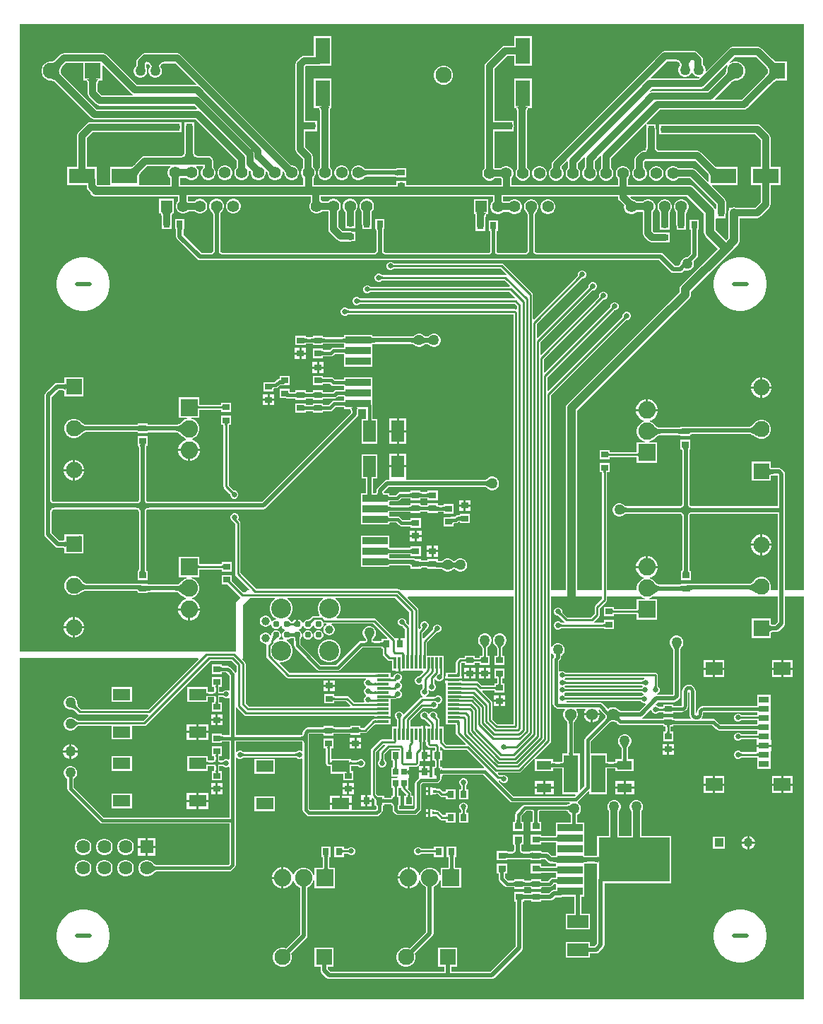
<source format=gtl>
G04*
G04 #@! TF.GenerationSoftware,Altium Limited,Altium Designer,24.2.2 (26)*
G04*
G04 Layer_Physical_Order=1*
G04 Layer_Color=255*
%FSLAX25Y25*%
%MOIN*%
G70*
G04*
G04 #@! TF.SameCoordinates,1A1EAA83-3352-477D-9F2F-1BB8837AECD5*
G04*
G04*
G04 #@! TF.FilePolarity,Positive*
G04*
G01*
G75*
%ADD16C,0.01000*%
%ADD18R,0.10000X0.05984*%
%ADD19R,0.05984X0.10000*%
%ADD20R,0.08268X0.05512*%
%ADD21R,0.04724X0.03150*%
%ADD22R,0.07874X0.05906*%
%ADD23R,0.05807X0.01181*%
%ADD24R,0.01181X0.05807*%
%ADD25R,0.03402X0.03098*%
%ADD26R,0.01083X0.01575*%
%ADD27R,0.03098X0.03402*%
%ADD28R,0.02756X0.03150*%
%ADD29R,0.12047X0.03504*%
%ADD30R,0.07165X0.04331*%
%ADD31R,0.06890X0.17717*%
%ADD32R,0.07087X0.12402*%
%ADD33R,0.12402X0.07087*%
%ADD43C,0.03900*%
%ADD69C,0.01500*%
%ADD70C,0.03100*%
%ADD71R,0.33622X0.21063*%
%ADD72C,0.02000*%
%ADD73C,0.04000*%
%ADD74C,0.03200*%
%ADD75C,0.05000*%
%ADD76R,0.07677X0.07677*%
%ADD77C,0.07677*%
%ADD78R,0.06400X0.06400*%
%ADD79C,0.06400*%
%ADD80O,0.07795X0.02087*%
%ADD81R,0.07677X0.07677*%
%ADD82R,0.08209X0.08209*%
%ADD83C,0.08209*%
%ADD84C,0.09350*%
%ADD85C,0.04331*%
%ADD86R,0.04331X0.04331*%
%ADD87C,0.05512*%
%ADD88R,0.08209X0.08209*%
%ADD89C,0.05465*%
%ADD90R,0.05465X0.05465*%
%ADD91C,0.02500*%
G36*
X518281Y803400D02*
X517772Y803368D01*
X517316Y803272D01*
X516914Y803112D01*
X516565Y802888D01*
X516270Y802600D01*
X516029Y802248D01*
X515841Y801832D01*
X515707Y801352D01*
X515646Y800936D01*
X515673Y800494D01*
X515696Y800398D01*
X515722Y800328D01*
X515750Y800285D01*
X515604D01*
X515600Y800200D01*
X512400D01*
X512395Y800285D01*
X512250D01*
X512279Y800328D01*
X512304Y800398D01*
X512326Y800494D01*
X512346Y800618D01*
X512365Y800825D01*
X512272Y801352D01*
X512112Y801832D01*
X511888Y802248D01*
X511600Y802600D01*
X511248Y802888D01*
X510832Y803112D01*
X510352Y803272D01*
X509808Y803368D01*
X509200Y803400D01*
X514000Y806600D01*
X518281Y803400D01*
D02*
G37*
G36*
X521758Y801879D02*
X521813Y801008D01*
X521839Y800856D01*
X521869Y800730D01*
X521904Y800630D01*
X521943Y800557D01*
X521987Y800509D01*
X518521Y800027D01*
X518527Y800051D01*
X518533Y800103D01*
X518543Y800296D01*
X518556Y801571D01*
X521756Y802162D01*
X521758Y801879D01*
D02*
G37*
G36*
X554331Y803455D02*
X555509Y802456D01*
X556030Y802093D01*
X556505Y801821D01*
X556935Y801638D01*
X557319Y801547D01*
X557658Y801545D01*
X557951Y801635D01*
X558199Y801815D01*
X554378Y797994D01*
X558199Y794173D01*
X557950Y794354D01*
X557656Y794445D01*
X557316D01*
X556932Y794354D01*
X556502Y794173D01*
X556027Y793902D01*
X555506Y793540D01*
X554941Y793087D01*
X553673Y791911D01*
X551411Y794173D01*
X552044Y794830D01*
X553040Y796006D01*
X553402Y796527D01*
X553673Y797002D01*
X553854Y797432D01*
X553866Y797482D01*
X553685Y797301D01*
X553865Y797549D01*
X553939Y797791D01*
X553945Y797816D01*
Y798156D01*
X553854Y798450D01*
X553673Y798699D01*
X553879Y798493D01*
X553862Y798565D01*
X553679Y798995D01*
X553407Y799470D01*
X553044Y799991D01*
X552590Y800558D01*
X551411Y801827D01*
X553673Y804089D01*
X554331Y803455D01*
D02*
G37*
G36*
X510176Y802578D02*
X510548Y802454D01*
X510849Y802292D01*
X511093Y802093D01*
X511292Y801849D01*
X511454Y801548D01*
X511578Y801176D01*
X511646Y800795D01*
X511637Y800706D01*
X511629Y800655D01*
X511439Y800465D01*
X511018Y799735D01*
X510800Y798921D01*
Y798079D01*
X511018Y797265D01*
X511439Y796535D01*
X512035Y795939D01*
X512765Y795518D01*
X513579Y795300D01*
X514421D01*
X515235Y795518D01*
X515965Y795939D01*
X516561Y796535D01*
X516982Y797265D01*
X516991Y797299D01*
X517509D01*
X517518Y797265D01*
X517939Y796535D01*
X518535Y795939D01*
X519265Y795518D01*
X520079Y795300D01*
X520777D01*
X521028Y794844D01*
X520529Y794345D01*
X497869D01*
X497661Y794845D01*
X505471Y802655D01*
X509742D01*
X510176Y802578D01*
D02*
G37*
G36*
X570000Y553000D02*
X561233D01*
Y590975D01*
X561231Y590987D01*
X561233Y591000D01*
Y607828D01*
X561101Y608492D01*
X560726Y609054D01*
X559554Y610226D01*
X558992Y610601D01*
X558328Y610733D01*
X555366D01*
X555192Y610749D01*
X554951Y610788D01*
X554767Y610838D01*
X554639Y610890D01*
X554568Y610933D01*
X554542Y610957D01*
X554539Y610962D01*
Y613854D01*
X545461D01*
Y604776D01*
X554539D01*
Y607038D01*
X554542Y607043D01*
X554568Y607067D01*
X554639Y607110D01*
X554767Y607162D01*
X554951Y607212D01*
X555192Y607251D01*
X555366Y607267D01*
X557611D01*
X557767Y607111D01*
Y592708D01*
X517017D01*
X516788Y592748D01*
X516597Y592812D01*
X516451Y592890D01*
X516339Y592982D01*
X516248Y593093D01*
X516170Y593239D01*
X516106Y593430D01*
X516066Y593659D01*
Y619027D01*
X516066Y619040D01*
X516089Y619300D01*
X516119Y619517D01*
X516147Y619649D01*
X516565D01*
Y620352D01*
X516567Y620361D01*
X516565Y620369D01*
Y624147D01*
X511764D01*
Y620369D01*
X511762Y620361D01*
X511764Y620352D01*
Y619649D01*
X512418D01*
X512424Y619648D01*
X512462Y619576D01*
X512509Y619442D01*
X512553Y619250D01*
X512588Y619003D01*
X512599Y618860D01*
Y593659D01*
X512559Y593430D01*
X512495Y593239D01*
X512417Y593093D01*
X512325Y592982D01*
X512214Y592890D01*
X512068Y592812D01*
X511877Y592748D01*
X511648Y592708D01*
X486461D01*
X486408Y592713D01*
X486232Y592742D01*
X486069Y592782D01*
X485920Y592832D01*
X485782Y592891D01*
X485654Y592959D01*
X485535Y593038D01*
X485423Y593126D01*
X485295Y593248D01*
X485245Y593280D01*
X484965Y593561D01*
X484235Y593982D01*
X483421Y594200D01*
X482579D01*
X481765Y593982D01*
X481035Y593561D01*
X480439Y592965D01*
X480018Y592235D01*
X479800Y591421D01*
Y590579D01*
X480018Y589765D01*
X480439Y589035D01*
X481035Y588439D01*
X481765Y588018D01*
X482579Y587800D01*
X483421D01*
X484235Y588018D01*
X484965Y588439D01*
X485203Y588677D01*
X485250Y588706D01*
X485381Y588826D01*
X485496Y588914D01*
X485618Y588992D01*
X485749Y589060D01*
X485890Y589119D01*
X486042Y589168D01*
X486206Y589208D01*
X486384Y589236D01*
X486435Y589241D01*
X511648D01*
X511876Y589201D01*
X512068Y589137D01*
X512214Y589059D01*
X512325Y588967D01*
X512417Y588856D01*
X512495Y588710D01*
X512559Y588519D01*
X512599Y588290D01*
Y562922D01*
X512599Y562910D01*
X512576Y562649D01*
X512546Y562432D01*
X512517Y562300D01*
X512099D01*
Y561597D01*
X512098Y561588D01*
X512099Y561580D01*
Y557802D01*
X516901D01*
Y561580D01*
X516902Y561588D01*
X516901Y561597D01*
Y562300D01*
X516246D01*
X516241Y562301D01*
X516203Y562373D01*
X516156Y562507D01*
X516112Y562699D01*
X516077Y562946D01*
X516066Y563089D01*
Y588290D01*
X516106Y588519D01*
X516170Y588710D01*
X516248Y588856D01*
X516339Y588967D01*
X516451Y589059D01*
X516596Y589137D01*
X516788Y589201D01*
X517017Y589241D01*
X557767D01*
Y553000D01*
X554730D01*
X554346Y553500D01*
X554539Y554217D01*
Y555412D01*
X554229Y556567D01*
X553632Y557602D01*
X552787Y558447D01*
X551752Y559044D01*
X550597Y559353D01*
X549403D01*
X548248Y559044D01*
X547213Y558447D01*
X546368Y557602D01*
X546297Y557478D01*
X546156Y557308D01*
X545901Y557039D01*
X545648Y556806D01*
X545396Y556610D01*
X545146Y556448D01*
X544898Y556319D01*
X544651Y556220D01*
X544404Y556151D01*
X544184Y556115D01*
X516944D01*
X516901Y556117D01*
Y556198D01*
X516197D01*
X516189Y556200D01*
X516187Y556199D01*
X516185Y556200D01*
X516177Y556198D01*
X512820D01*
X512811Y556200D01*
X512803Y556198D01*
X512099D01*
Y555787D01*
X511987Y555764D01*
X511331Y555708D01*
X502166D01*
X501925Y555748D01*
X501650Y555823D01*
X501366Y555931D01*
X501072Y556074D01*
X500767Y556253D01*
X500461Y556464D01*
X499792Y557026D01*
X499450Y557363D01*
X499396Y557399D01*
X498950Y557844D01*
X497854Y558477D01*
X497448Y558586D01*
Y559103D01*
X497970Y559243D01*
X499134Y559915D01*
X500084Y560866D01*
X500757Y562030D01*
X501104Y563328D01*
Y563500D01*
X496000D01*
X490896D01*
Y563328D01*
X491244Y562030D01*
X491916Y560866D01*
X492866Y559915D01*
X494030Y559243D01*
X494552Y559103D01*
Y558586D01*
X494146Y558477D01*
X493050Y557844D01*
X492156Y556950D01*
X491523Y555854D01*
X491196Y554633D01*
Y553368D01*
X490914Y553000D01*
X477223D01*
Y608628D01*
X477229Y608687D01*
X477231Y608700D01*
X478401D01*
Y613198D01*
X473599D01*
Y608700D01*
X474769D01*
X474771Y608687D01*
X474777Y608628D01*
Y553000D01*
X463223D01*
Y637932D01*
X503366Y678074D01*
X503366Y678074D01*
X515926Y690634D01*
X516358Y691198D01*
X516631Y691855D01*
X516723Y692560D01*
Y693872D01*
X535176Y712324D01*
X535176Y712324D01*
X535176Y712324D01*
X538977Y716125D01*
X539410Y716689D01*
X539682Y717346D01*
X539775Y718051D01*
Y728655D01*
X548000D01*
X548897Y728833D01*
X549658Y729342D01*
X553737Y733421D01*
X554245Y734181D01*
X554424Y735079D01*
Y744257D01*
X558980D01*
Y752743D01*
X554424D01*
Y766421D01*
X554245Y767319D01*
X553737Y768080D01*
X549658Y772158D01*
X548897Y772667D01*
X548000Y772845D01*
X506300D01*
Y772901D01*
X501802D01*
Y770982D01*
X501706Y770500D01*
X501802Y770018D01*
Y768099D01*
X506300D01*
Y768155D01*
X547029D01*
X549734Y765450D01*
Y752743D01*
X545178D01*
Y744257D01*
X549734D01*
Y736050D01*
X547029Y733345D01*
X539300D01*
Y733401D01*
X538311D01*
X537756Y733631D01*
X537051Y733723D01*
X536346Y733631D01*
X535792Y733401D01*
X534802D01*
Y732504D01*
X534693Y732362D01*
X534421Y731705D01*
X534328Y731000D01*
Y719179D01*
X533250Y718101D01*
X528347Y723005D01*
Y728245D01*
X528700Y728599D01*
X528847Y728599D01*
X533198D01*
Y730518D01*
X533294Y731000D01*
Y736051D01*
X533115Y736949D01*
X532607Y737709D01*
X526522Y743795D01*
X526713Y744257D01*
X538901D01*
Y752743D01*
X528825D01*
X528550Y752901D01*
X528082Y753228D01*
X527095Y754064D01*
X521501Y759658D01*
X520740Y760167D01*
X519842Y760345D01*
X502207D01*
X501773Y760422D01*
X501401Y760546D01*
X501100Y760708D01*
X500856Y760907D01*
X500657Y761151D01*
X500494Y761452D01*
X500371Y761824D01*
X500294Y762258D01*
Y770500D01*
X500198Y770982D01*
Y772901D01*
X496128D01*
X495924Y772901D01*
X495717Y773401D01*
X502081Y779765D01*
X541610D01*
X542507Y779943D01*
X543268Y780451D01*
X554789Y791973D01*
X555407Y792546D01*
X555933Y792968D01*
X556408Y793298D01*
X556694Y793461D01*
X558190D01*
X558199Y793460D01*
X558208Y793461D01*
X562039D01*
Y802539D01*
X556688D01*
X556412Y802697D01*
X555944Y803023D01*
X554957Y803859D01*
X550158Y808658D01*
X549397Y809167D01*
X548500Y809345D01*
X536500D01*
X535603Y809167D01*
X534842Y808658D01*
X524156Y797972D01*
X523700Y798223D01*
Y798921D01*
X523482Y799735D01*
X523061Y800465D01*
X522543Y800983D01*
X522539Y800998D01*
X522523Y801090D01*
X522501Y801447D01*
Y803125D01*
X522322Y804023D01*
X521814Y804784D01*
X519939Y806658D01*
X519178Y807167D01*
X518281Y807345D01*
X504500D01*
X503603Y807167D01*
X502842Y806658D01*
X451686Y755503D01*
X451178Y754742D01*
X451000Y753845D01*
Y752413D01*
X450443Y751856D01*
X449991Y751073D01*
X449757Y750200D01*
Y749296D01*
X449991Y748423D01*
X450443Y747641D01*
X451082Y747002D01*
X451864Y746550D01*
X452737Y746316D01*
X453641D01*
X454514Y746550D01*
X455297Y747002D01*
X455935Y747641D01*
X456387Y748423D01*
X456621Y749296D01*
Y750200D01*
X456387Y751073D01*
X455935Y751856D01*
X455690Y752101D01*
Y752873D01*
X458218Y755402D01*
X458718Y755194D01*
Y752800D01*
X458703Y752608D01*
X458680Y752445D01*
X458655Y752311D01*
X458629Y752217D01*
X458611Y752167D01*
X458593Y752145D01*
X458579Y752118D01*
X458317Y751856D01*
X457865Y751073D01*
X457631Y750200D01*
Y749296D01*
X457865Y748423D01*
X458317Y747641D01*
X458955Y747002D01*
X459738Y746550D01*
X460611Y746316D01*
X461515D01*
X462388Y746550D01*
X463170Y747002D01*
X463809Y747641D01*
X464261Y748423D01*
X464495Y749296D01*
Y750200D01*
X464261Y751073D01*
X463809Y751856D01*
X463547Y752118D01*
X463533Y752145D01*
X463515Y752167D01*
X463497Y752217D01*
X463471Y752311D01*
X463450Y752424D01*
X463408Y752959D01*
Y754592D01*
X466336Y757520D01*
X466377Y757503D01*
X466749Y757225D01*
X466592Y756437D01*
Y752800D01*
X466577Y752608D01*
X466554Y752445D01*
X466529Y752311D01*
X466503Y752217D01*
X466485Y752167D01*
X466467Y752145D01*
X466453Y752118D01*
X466190Y751856D01*
X465739Y751073D01*
X465505Y750200D01*
Y749296D01*
X465739Y748423D01*
X466190Y747641D01*
X466829Y747002D01*
X467612Y746550D01*
X468485Y746316D01*
X469389D01*
X470262Y746550D01*
X471044Y747002D01*
X471684Y747641D01*
X472135Y748423D01*
X472369Y749296D01*
Y750200D01*
X472135Y751073D01*
X471684Y751856D01*
X471421Y752118D01*
X471407Y752145D01*
X471389Y752167D01*
X471371Y752217D01*
X471345Y752311D01*
X471324Y752424D01*
X471282Y752959D01*
Y755466D01*
X474038Y758221D01*
X474499Y757975D01*
X474466Y757811D01*
Y752800D01*
X474451Y752608D01*
X474429Y752445D01*
X474403Y752311D01*
X474377Y752217D01*
X474359Y752167D01*
X474341Y752145D01*
X474327Y752118D01*
X474064Y751856D01*
X473613Y751073D01*
X473379Y750200D01*
Y749296D01*
X473613Y748423D01*
X474064Y747641D01*
X474704Y747002D01*
X475486Y746550D01*
X476359Y746316D01*
X477263D01*
X478136Y746550D01*
X478919Y747002D01*
X479558Y747641D01*
X480009Y748423D01*
X480243Y749296D01*
Y750200D01*
X480009Y751073D01*
X479558Y751856D01*
X479295Y752118D01*
X479281Y752145D01*
X479263Y752167D01*
X479245Y752217D01*
X479219Y752311D01*
X479198Y752424D01*
X479156Y752959D01*
Y756840D01*
X495200Y772883D01*
X495700Y772676D01*
X495700Y772494D01*
Y770982D01*
X495604Y770500D01*
Y762114D01*
X495566Y761756D01*
X495485Y761348D01*
X495379Y761020D01*
X495257Y760771D01*
X495127Y760593D01*
X494993Y760472D01*
X494845Y760390D01*
X494692Y760345D01*
X494434D01*
X493536Y760167D01*
X492775Y759658D01*
X490901Y757784D01*
X490392Y757023D01*
X490214Y756125D01*
Y752800D01*
X490199Y752608D01*
X490177Y752445D01*
X490151Y752311D01*
X490125Y752217D01*
X490107Y752167D01*
X490089Y752145D01*
X490075Y752118D01*
X489813Y751856D01*
X489361Y751073D01*
X489127Y750200D01*
Y749296D01*
X489361Y748423D01*
X489813Y747641D01*
X490452Y747002D01*
X491234Y746550D01*
X492107Y746316D01*
X493011D01*
X493884Y746550D01*
X494666Y747002D01*
X495306Y747641D01*
X495757Y748423D01*
X495991Y749296D01*
Y750200D01*
X495757Y751073D01*
X495306Y751856D01*
X495043Y752118D01*
X495029Y752145D01*
X495011Y752167D01*
X494993Y752217D01*
X494968Y752311D01*
X494946Y752424D01*
X494904Y752959D01*
Y755154D01*
X495405Y755655D01*
X518871D01*
X523615Y750911D01*
X524187Y750296D01*
X524610Y749768D01*
X524941Y749293D01*
X525099Y749017D01*
Y745870D01*
X524637Y745679D01*
X518910Y751406D01*
X518149Y751915D01*
X517252Y752093D01*
X510816D01*
X510415Y752494D01*
X509632Y752946D01*
X508759Y753180D01*
X507855D01*
X506982Y752946D01*
X506200Y752494D01*
X505561Y751856D01*
X505109Y751073D01*
X504875Y750200D01*
Y749296D01*
X505109Y748423D01*
X505561Y747641D01*
X506200Y747002D01*
X506982Y746550D01*
X507855Y746316D01*
X508759D01*
X509632Y746550D01*
X510415Y747002D01*
X510816Y747403D01*
X516281D01*
X528604Y735080D01*
Y733043D01*
X528104Y732944D01*
X527982Y733238D01*
X527549Y733802D01*
X517926Y743426D01*
X517362Y743858D01*
X516705Y744131D01*
X516000Y744223D01*
X487030D01*
Y747239D01*
X487431Y747641D01*
X487883Y748423D01*
X488117Y749296D01*
Y750200D01*
X487883Y751073D01*
X487431Y751856D01*
X486793Y752494D01*
X486010Y752946D01*
X485137Y753180D01*
X484233D01*
X483360Y752946D01*
X482578Y752494D01*
X481939Y751856D01*
X481487Y751073D01*
X481253Y750200D01*
Y749296D01*
X481487Y748423D01*
X481939Y747641D01*
X482340Y747239D01*
Y744223D01*
X432129D01*
Y747456D01*
X432313Y747641D01*
X432765Y748423D01*
X432999Y749296D01*
Y750200D01*
X432765Y751073D01*
X432313Y751856D01*
X431674Y752494D01*
X430892Y752946D01*
X430019Y753180D01*
X429115D01*
X428242Y752946D01*
X427459Y752494D01*
X427058Y752093D01*
X424202D01*
X424038Y752257D01*
Y769655D01*
X428700D01*
Y769599D01*
X433198D01*
Y771518D01*
X433294Y772000D01*
X433198Y772482D01*
Y774401D01*
X428700D01*
Y774345D01*
X424038D01*
Y799222D01*
X430011Y805194D01*
X433257D01*
Y800639D01*
X441743D01*
Y814440D01*
X433257D01*
Y809884D01*
X429039D01*
X428142Y809706D01*
X427381Y809198D01*
X420035Y801851D01*
X419526Y801090D01*
X419348Y800193D01*
Y772500D01*
Y752257D01*
X418946Y751856D01*
X418495Y751073D01*
X418261Y750200D01*
Y749296D01*
X418495Y748423D01*
X418946Y747641D01*
X419586Y747002D01*
X420368Y746550D01*
X421241Y746316D01*
X422145D01*
X423018Y746550D01*
X423800Y747002D01*
X424202Y747403D01*
X427058D01*
X427439Y747022D01*
Y744223D01*
X382401D01*
Y746198D01*
X380482D01*
X380000Y746294D01*
X379518Y746198D01*
X377599D01*
Y744223D01*
X338597D01*
Y747491D01*
X338999Y747893D01*
X339450Y748675D01*
X339684Y749548D01*
Y750452D01*
X339450Y751325D01*
X338999Y752107D01*
X338359Y752746D01*
X338313Y752773D01*
Y757532D01*
X338134Y758430D01*
X337626Y759191D01*
X334845Y761971D01*
Y769655D01*
X335751D01*
Y769599D01*
X340249D01*
Y771518D01*
X340345Y772000D01*
X340249Y772482D01*
Y774401D01*
X335751D01*
Y774345D01*
X334845D01*
Y800093D01*
X335346Y800593D01*
X341057D01*
X341283Y800639D01*
X347243D01*
Y814440D01*
X338757D01*
Y805284D01*
X334374D01*
X333477Y805105D01*
X332716Y804597D01*
X330842Y802722D01*
X330333Y801962D01*
X330155Y801064D01*
Y772000D01*
Y761000D01*
X330333Y760103D01*
X330842Y759342D01*
X333623Y756561D01*
Y752225D01*
X333506Y752107D01*
X333054Y751325D01*
X332820Y750452D01*
Y749548D01*
X333054Y748675D01*
X333506Y747893D01*
X333907Y747491D01*
Y744223D01*
X275605D01*
Y747491D01*
X275769Y747655D01*
X278625D01*
X279026Y747254D01*
X279809Y746802D01*
X280682Y746568D01*
X281586D01*
X282459Y746802D01*
X283241Y747254D01*
X283880Y747893D01*
X284332Y748675D01*
X284566Y749548D01*
Y750452D01*
X284332Y751325D01*
X283880Y752107D01*
X283333Y752655D01*
X283462Y753155D01*
X286197D01*
X286369Y753043D01*
X286610Y752718D01*
X286617Y752655D01*
X286599Y752563D01*
X286574Y752469D01*
X286556Y752419D01*
X286538Y752397D01*
X286524Y752370D01*
X286261Y752107D01*
X285809Y751325D01*
X285576Y750452D01*
Y749548D01*
X285809Y748675D01*
X286261Y747893D01*
X286900Y747254D01*
X287683Y746802D01*
X288556Y746568D01*
X289460D01*
X290333Y746802D01*
X291115Y747254D01*
X291754Y747893D01*
X292206Y748675D01*
X292440Y749548D01*
Y750452D01*
X292206Y751325D01*
X291754Y752107D01*
X291492Y752370D01*
X291478Y752397D01*
X291460Y752419D01*
X291442Y752469D01*
X291416Y752563D01*
X291394Y752676D01*
X291353Y753211D01*
Y755500D01*
X291174Y756397D01*
X290666Y757158D01*
X289905Y757667D01*
X289008Y757845D01*
X284361D01*
X283926Y757922D01*
X283555Y758046D01*
X283253Y758208D01*
X283010Y758407D01*
X282810Y758651D01*
X282648Y758952D01*
X282524Y759324D01*
X282447Y759758D01*
Y771500D01*
X282352Y771982D01*
Y773901D01*
X277853D01*
Y771982D01*
X277757Y771500D01*
Y759758D01*
X277681Y759324D01*
X277557Y758952D01*
X277395Y758651D01*
X277195Y758407D01*
X276952Y758208D01*
X276650Y758046D01*
X276279Y757922D01*
X275844Y757845D01*
X259197D01*
X258299Y757667D01*
X257539Y757158D01*
X257539Y757158D01*
X254612Y754232D01*
X253995Y753658D01*
X253468Y753237D01*
X252993Y752907D01*
X252707Y752743D01*
X251211D01*
X251203Y752745D01*
X251194Y752743D01*
X242639D01*
Y744257D01*
X242152Y744223D01*
X236529D01*
X236406Y744346D01*
Y746557D01*
X236361Y746783D01*
Y752743D01*
X231845D01*
Y766529D01*
X234471Y769155D01*
X271751D01*
Y769099D01*
X276249D01*
Y771018D01*
X276345Y771500D01*
X276249Y771982D01*
Y773901D01*
X271751D01*
Y773845D01*
X233500D01*
X232603Y773667D01*
X231842Y773158D01*
X231842Y773158D01*
X227842Y769158D01*
X227333Y768397D01*
X227155Y767500D01*
Y752743D01*
X222560D01*
Y744257D01*
X231716D01*
Y743374D01*
X231895Y742477D01*
X232403Y741716D01*
X233303Y740817D01*
X233305Y740795D01*
X233577Y740138D01*
X234010Y739574D01*
X234574Y739142D01*
X235231Y738869D01*
X235936Y738777D01*
X274852D01*
Y736761D01*
X274450Y736359D01*
X273998Y735577D01*
X273765Y734704D01*
Y733800D01*
X273998Y732927D01*
X274450Y732144D01*
X275089Y731505D01*
X275872Y731054D01*
X276745Y730820D01*
X277649D01*
X278522Y731054D01*
X279304Y731505D01*
X279706Y731907D01*
X282562D01*
X282963Y731505D01*
X283746Y731054D01*
X284619Y730820D01*
X285523D01*
X286396Y731054D01*
X287178Y731505D01*
X287817Y732144D01*
X288269Y732927D01*
X288503Y733800D01*
Y734704D01*
X288269Y735577D01*
X287817Y736359D01*
X287178Y736999D01*
X286396Y737450D01*
X285523Y737684D01*
X284619D01*
X283746Y737450D01*
X282963Y736999D01*
X282562Y736597D01*
X279706D01*
X279542Y736761D01*
Y738777D01*
X337411D01*
Y736304D01*
X336991Y735577D01*
X336757Y734704D01*
Y733800D01*
X336991Y732927D01*
X337442Y732144D01*
X338082Y731505D01*
X338864Y731054D01*
X339737Y730820D01*
X340641D01*
X341514Y731054D01*
X342296Y731505D01*
X342698Y731907D01*
X345554D01*
X345655Y731806D01*
Y723500D01*
X345833Y722603D01*
X346342Y721842D01*
X349842Y718341D01*
X350603Y717833D01*
X351500Y717655D01*
X355745D01*
X356000Y717604D01*
X356482Y717700D01*
X358401D01*
Y722198D01*
X356686D01*
X355949Y722345D01*
X352472D01*
X350345Y724471D01*
Y731680D01*
X350810Y732144D01*
X351261Y732927D01*
X351495Y733800D01*
Y734704D01*
X351261Y735577D01*
X350810Y736359D01*
X350170Y736999D01*
X349388Y737450D01*
X348515Y737684D01*
X347611D01*
X346738Y737450D01*
X345955Y736999D01*
X345554Y736597D01*
X342698D01*
X342296Y736999D01*
X342101Y737112D01*
Y738777D01*
X423285D01*
Y736509D01*
X422883Y736107D01*
X422432Y735325D01*
X422198Y734452D01*
Y733548D01*
X422432Y732675D01*
X422883Y731892D01*
X423523Y731253D01*
X424305Y730802D01*
X425178Y730568D01*
X426082D01*
X426955Y730802D01*
X427737Y731253D01*
X428139Y731655D01*
X430995D01*
X431396Y731253D01*
X432179Y730802D01*
X433052Y730568D01*
X433956D01*
X434829Y730802D01*
X435611Y731253D01*
X436250Y731892D01*
X436702Y732675D01*
X436936Y733548D01*
Y734452D01*
X436702Y735325D01*
X436250Y736107D01*
X435611Y736747D01*
X434829Y737198D01*
X433956Y737432D01*
X433052D01*
X432179Y737198D01*
X431396Y736747D01*
X430995Y736345D01*
X428139D01*
X427975Y736509D01*
Y738777D01*
X482340D01*
Y738550D01*
X482518Y737652D01*
X483027Y736892D01*
X485248Y734670D01*
X485190Y734452D01*
Y733548D01*
X485424Y732675D01*
X485876Y731892D01*
X486515Y731253D01*
X487297Y730802D01*
X488170Y730568D01*
X489074D01*
X489947Y730802D01*
X490730Y731253D01*
X491131Y731655D01*
X493987D01*
X494151Y731491D01*
Y721375D01*
X494330Y720477D01*
X494838Y719716D01*
X496713Y717841D01*
X497474Y717333D01*
X498371Y717155D01*
X504245D01*
X504500Y717104D01*
X504982Y717200D01*
X506901D01*
Y721698D01*
X505186D01*
X504449Y721845D01*
X499342D01*
X498841Y722346D01*
Y731491D01*
X499243Y731892D01*
X499694Y732675D01*
X499928Y733548D01*
Y734452D01*
X499694Y735325D01*
X499243Y736107D01*
X498603Y736747D01*
X497821Y737198D01*
X496948Y737432D01*
X496044D01*
X495171Y737198D01*
X494389Y736747D01*
X493987Y736345D01*
X491131D01*
X490730Y736747D01*
X489947Y737198D01*
X489136Y737416D01*
X488237Y738315D01*
X488428Y738777D01*
X514872D01*
X522900Y730749D01*
Y721877D01*
X522993Y721172D01*
X523265Y720515D01*
X523698Y719951D01*
X529399Y714250D01*
X512074Y696926D01*
X511642Y696362D01*
X511370Y695705D01*
X511277Y695000D01*
Y693688D01*
X499514Y681926D01*
X499514Y681926D01*
X458574Y640986D01*
X458142Y640422D01*
X457869Y639765D01*
X457777Y639060D01*
Y553000D01*
X450724D01*
Y644993D01*
X486133Y680403D01*
X486184Y680439D01*
X486232Y680469D01*
X486277Y680492D01*
X486319Y680509D01*
X486360Y680521D01*
X486399Y680529D01*
X486439Y680534D01*
X486511Y680537D01*
X486568Y680550D01*
X486888D01*
X487605Y680847D01*
X488153Y681395D01*
X488450Y682112D01*
Y682888D01*
X488153Y683605D01*
X487605Y684153D01*
X486888Y684450D01*
X486112D01*
X485395Y684153D01*
X484847Y683605D01*
X484550Y682888D01*
Y682568D01*
X484537Y682511D01*
X484534Y682439D01*
X484529Y682399D01*
X484521Y682360D01*
X484509Y682319D01*
X484491Y682277D01*
X484469Y682232D01*
X484439Y682184D01*
X484403Y682133D01*
X449485Y647216D01*
X449023Y647407D01*
Y653593D01*
X480333Y684903D01*
X480384Y684939D01*
X480432Y684969D01*
X480477Y684992D01*
X480519Y685009D01*
X480560Y685021D01*
X480599Y685029D01*
X480639Y685034D01*
X480711Y685037D01*
X480768Y685050D01*
X481088D01*
X481805Y685347D01*
X482353Y685895D01*
X482650Y686612D01*
Y687388D01*
X482353Y688105D01*
X481805Y688653D01*
X481088Y688950D01*
X480312D01*
X479595Y688653D01*
X479047Y688105D01*
X478750Y687388D01*
Y687068D01*
X478737Y687011D01*
X478734Y686939D01*
X478729Y686899D01*
X478721Y686860D01*
X478709Y686819D01*
X478691Y686777D01*
X478669Y686732D01*
X478639Y686684D01*
X478603Y686633D01*
X447786Y655816D01*
X447324Y656007D01*
Y662093D01*
X475133Y689903D01*
X475184Y689939D01*
X475232Y689969D01*
X475277Y689992D01*
X475319Y690009D01*
X475360Y690021D01*
X475399Y690029D01*
X475439Y690034D01*
X475511Y690037D01*
X475568Y690050D01*
X475888D01*
X476605Y690347D01*
X477153Y690895D01*
X477450Y691612D01*
Y692388D01*
X477153Y693105D01*
X476605Y693653D01*
X475888Y693950D01*
X475112D01*
X474395Y693653D01*
X473847Y693105D01*
X473550Y692388D01*
Y692068D01*
X473537Y692011D01*
X473534Y691939D01*
X473529Y691899D01*
X473521Y691860D01*
X473509Y691819D01*
X473491Y691777D01*
X473469Y691732D01*
X473439Y691684D01*
X473403Y691633D01*
X446086Y664316D01*
X445623Y664507D01*
Y669893D01*
X470133Y694403D01*
X470184Y694439D01*
X470232Y694469D01*
X470277Y694492D01*
X470319Y694509D01*
X470360Y694521D01*
X470399Y694529D01*
X470439Y694534D01*
X470511Y694537D01*
X470568Y694550D01*
X470888D01*
X471605Y694847D01*
X472153Y695395D01*
X472450Y696112D01*
Y696888D01*
X472153Y697605D01*
X471605Y698153D01*
X470888Y698450D01*
X470112D01*
X469395Y698153D01*
X468847Y697605D01*
X468550Y696888D01*
Y696568D01*
X468537Y696511D01*
X468534Y696439D01*
X468529Y696399D01*
X468521Y696360D01*
X468509Y696319D01*
X468492Y696277D01*
X468469Y696232D01*
X468439Y696184D01*
X468403Y696133D01*
X444385Y672116D01*
X443924Y672307D01*
Y678693D01*
X465133Y699903D01*
X465184Y699939D01*
X465232Y699969D01*
X465277Y699992D01*
X465319Y700009D01*
X465360Y700021D01*
X465399Y700029D01*
X465439Y700034D01*
X465511Y700037D01*
X465568Y700050D01*
X465888D01*
X466605Y700347D01*
X467153Y700895D01*
X467450Y701612D01*
Y702388D01*
X467153Y703105D01*
X466605Y703653D01*
X465888Y703950D01*
X465112D01*
X464395Y703653D01*
X463847Y703105D01*
X463550Y702388D01*
Y702068D01*
X463537Y702011D01*
X463534Y701939D01*
X463529Y701899D01*
X463521Y701860D01*
X463509Y701819D01*
X463491Y701777D01*
X463469Y701732D01*
X463439Y701684D01*
X463403Y701633D01*
X442686Y680916D01*
X442224Y681107D01*
Y692500D01*
X442130Y692968D01*
X441865Y693365D01*
X428365Y706865D01*
X427968Y707130D01*
X427500Y707224D01*
X376742D01*
X376681Y707234D01*
X376626Y707247D01*
X376578Y707263D01*
X376536Y707280D01*
X376499Y707300D01*
X376465Y707322D01*
X376433Y707347D01*
X376380Y707396D01*
X376331Y707427D01*
X376105Y707653D01*
X375388Y707950D01*
X374612D01*
X373895Y707653D01*
X373347Y707105D01*
X373050Y706388D01*
Y705612D01*
X373347Y704895D01*
X373895Y704347D01*
X374612Y704050D01*
X375388D01*
X376105Y704347D01*
X376331Y704573D01*
X376380Y704604D01*
X376433Y704653D01*
X376465Y704678D01*
X376499Y704700D01*
X376536Y704719D01*
X376578Y704737D01*
X376626Y704753D01*
X376681Y704766D01*
X376742Y704776D01*
X426993D01*
X429614Y702155D01*
X429368Y701695D01*
X429222Y701723D01*
X371242D01*
X371181Y701734D01*
X371126Y701747D01*
X371078Y701763D01*
X371036Y701781D01*
X370999Y701800D01*
X370965Y701822D01*
X370933Y701847D01*
X370880Y701896D01*
X370831Y701927D01*
X370605Y702153D01*
X369888Y702450D01*
X369112D01*
X368395Y702153D01*
X367847Y701605D01*
X367550Y700888D01*
Y700112D01*
X367847Y699395D01*
X368395Y698847D01*
X369112Y698550D01*
X369888D01*
X370605Y698847D01*
X370831Y699073D01*
X370880Y699104D01*
X370933Y699153D01*
X370965Y699178D01*
X370999Y699200D01*
X371036Y699220D01*
X371078Y699237D01*
X371126Y699253D01*
X371181Y699266D01*
X371242Y699276D01*
X428716D01*
X431269Y696724D01*
X431062Y696223D01*
X365742D01*
X365681Y696234D01*
X365626Y696247D01*
X365578Y696263D01*
X365536Y696280D01*
X365499Y696300D01*
X365465Y696322D01*
X365433Y696347D01*
X365380Y696396D01*
X365331Y696427D01*
X365105Y696653D01*
X364388Y696950D01*
X363612D01*
X362895Y696653D01*
X362347Y696105D01*
X362050Y695388D01*
Y694612D01*
X362347Y693895D01*
X362895Y693347D01*
X363612Y693050D01*
X364388D01*
X365105Y693347D01*
X365331Y693573D01*
X365380Y693604D01*
X365433Y693653D01*
X365465Y693678D01*
X365499Y693700D01*
X365536Y693719D01*
X365578Y693737D01*
X365626Y693753D01*
X365681Y693766D01*
X365742Y693777D01*
X431105D01*
X433657Y691223D01*
X433450Y690724D01*
X360742D01*
X360681Y690734D01*
X360626Y690747D01*
X360578Y690763D01*
X360536Y690780D01*
X360499Y690800D01*
X360465Y690822D01*
X360433Y690847D01*
X360380Y690896D01*
X360331Y690927D01*
X360105Y691153D01*
X359388Y691450D01*
X358612D01*
X357895Y691153D01*
X357347Y690605D01*
X357050Y689888D01*
Y689112D01*
X357347Y688395D01*
X357895Y687847D01*
X358612Y687550D01*
X359388D01*
X360105Y687847D01*
X360331Y688073D01*
X360380Y688104D01*
X360433Y688153D01*
X360465Y688178D01*
X360499Y688200D01*
X360536Y688219D01*
X360578Y688237D01*
X360626Y688253D01*
X360681Y688266D01*
X360742Y688276D01*
X433493D01*
X434677Y687093D01*
Y685835D01*
X434176Y685568D01*
X434082Y685630D01*
X433614Y685723D01*
X355242D01*
X355181Y685734D01*
X355126Y685747D01*
X355078Y685763D01*
X355036Y685780D01*
X354999Y685800D01*
X354965Y685822D01*
X354933Y685847D01*
X354880Y685896D01*
X354831Y685927D01*
X354605Y686153D01*
X353888Y686450D01*
X353112D01*
X352395Y686153D01*
X351847Y685605D01*
X351550Y684888D01*
Y684112D01*
X351847Y683395D01*
X352395Y682847D01*
X353112Y682550D01*
X353888D01*
X354605Y682847D01*
X354831Y683073D01*
X354880Y683104D01*
X354933Y683153D01*
X354965Y683178D01*
X354999Y683200D01*
X355036Y683219D01*
X355078Y683237D01*
X355126Y683253D01*
X355181Y683266D01*
X355242Y683277D01*
X432976D01*
Y553000D01*
X379634D01*
X379269Y553365D01*
X378872Y553630D01*
X378404Y553723D01*
X311752D01*
X304223Y561252D01*
Y584918D01*
X304130Y585386D01*
X303865Y585783D01*
X303182Y586466D01*
X303450Y587112D01*
Y587888D01*
X303153Y588605D01*
X302605Y589153D01*
X301888Y589450D01*
X301112D01*
X300395Y589153D01*
X299847Y588605D01*
X299550Y587888D01*
Y587112D01*
X299847Y586395D01*
X300395Y585847D01*
X300431Y585832D01*
X300490Y585769D01*
X300635Y585553D01*
X301777Y584411D01*
Y560745D01*
X301870Y560277D01*
X302135Y559880D01*
X308553Y553462D01*
X308362Y553000D01*
X307500D01*
X306523Y552024D01*
X305451D01*
X300100Y557375D01*
Y560294D01*
X295298D01*
Y555796D01*
X298218D01*
X304079Y549935D01*
X304111Y549611D01*
X302000Y547500D01*
Y524000D01*
X200000D01*
Y820000D01*
X570000D01*
Y553000D01*
D02*
G37*
G36*
X537777Y794162D02*
X537473Y794150D01*
X537173Y794111D01*
X536874Y794043D01*
X536578Y793947D01*
X536284Y793822D01*
X535993Y793669D01*
X535704Y793488D01*
X535417Y793278D01*
X535133Y793039D01*
X534851Y792773D01*
X532588Y795036D01*
X532854Y795318D01*
X533093Y795602D01*
X533302Y795889D01*
X533484Y796178D01*
X533637Y796469D01*
X533762Y796763D01*
X533858Y797059D01*
X533926Y797358D01*
X533965Y797658D01*
X533977Y797962D01*
X537777Y794162D01*
D02*
G37*
G36*
X534010Y800486D02*
X533586Y799752D01*
X533276Y798597D01*
Y798043D01*
X533263Y797988D01*
X533253Y797718D01*
X533223Y797483D01*
X533169Y797249D01*
X533093Y797013D01*
X532992Y796775D01*
X532865Y796534D01*
X532712Y796289D01*
X532530Y796042D01*
X532477Y795979D01*
X524853Y788355D01*
X498510D01*
X497721Y788198D01*
X497444Y788569D01*
X497427Y788610D01*
X498471Y789655D01*
X521500D01*
X522397Y789833D01*
X523158Y790342D01*
X533609Y800793D01*
X534010Y800486D01*
D02*
G37*
G36*
X551477Y800706D02*
X552049Y800091D01*
X552472Y799563D01*
X552803Y799088D01*
X552961Y798812D01*
Y798707D01*
X552960Y798699D01*
X552961Y798690D01*
Y797194D01*
X552798Y796908D01*
X552473Y796441D01*
X551638Y795454D01*
X540638Y784455D01*
X528239D01*
X528048Y784917D01*
X535793Y792662D01*
X535857Y792716D01*
X536105Y792897D01*
X536349Y793050D01*
X536590Y793177D01*
X536828Y793278D01*
X537064Y793354D01*
X537298Y793408D01*
X537533Y793438D01*
X537803Y793448D01*
X537858Y793461D01*
X538413D01*
X539567Y793771D01*
X540602Y794368D01*
X541447Y795213D01*
X542044Y796248D01*
X542353Y797402D01*
Y798597D01*
X542044Y799752D01*
X541447Y800787D01*
X540602Y801632D01*
X539567Y802229D01*
X538413Y802539D01*
X537218D01*
X536063Y802229D01*
X535329Y801805D01*
X535022Y802205D01*
X537471Y804655D01*
X547529D01*
X551477Y800706D01*
D02*
G37*
G36*
X499581Y762192D02*
X499677Y761648D01*
X499837Y761168D01*
X500061Y760752D01*
X500349Y760400D01*
X500701Y760112D01*
X501117Y759888D01*
X501597Y759728D01*
X502141Y759632D01*
X502749Y759600D01*
X497949Y756400D01*
X494434Y759600D01*
X494798Y759632D01*
X495123Y759728D01*
X495410Y759888D01*
X495659Y760112D01*
X495870Y760400D01*
X496042Y760752D01*
X496176Y761168D01*
X496272Y761648D01*
X496330Y762192D01*
X496349Y762800D01*
X499549D01*
X499581Y762192D01*
D02*
G37*
G36*
X281734Y759692D02*
X281830Y759148D01*
X281990Y758668D01*
X282214Y758252D01*
X282502Y757900D01*
X282854Y757612D01*
X283270Y757388D01*
X283750Y757228D01*
X284294Y757132D01*
X284902Y757100D01*
X280102Y753900D01*
X275302Y757100D01*
X275910Y757132D01*
X276454Y757228D01*
X276934Y757388D01*
X277350Y757612D01*
X277702Y757900D01*
X277990Y758252D01*
X278214Y758668D01*
X278374Y759148D01*
X278470Y759692D01*
X278502Y760300D01*
X281702D01*
X281734Y759692D01*
D02*
G37*
G36*
X290611Y753548D02*
X290686Y752580D01*
X290720Y752403D01*
X290761Y752251D01*
X290808Y752125D01*
X290861Y752025D01*
X290920Y751951D01*
X287095D01*
X287155Y752025D01*
X287208Y752125D01*
X287255Y752251D01*
X287295Y752403D01*
X287330Y752580D01*
X287358Y752783D01*
X287395Y753267D01*
X287408Y753854D01*
X290608D01*
X290611Y753548D01*
D02*
G37*
G36*
X257991Y752031D02*
X257357Y751375D01*
X256362Y750199D01*
X256000Y749678D01*
X255728Y749203D01*
X255547Y748773D01*
X255457Y748388D01*
Y748049D01*
X255547Y747755D01*
X255728Y747506D01*
X251203Y752031D01*
X251452Y751850D01*
X251746Y751760D01*
X252085D01*
X252470Y751850D01*
X252900Y752031D01*
X253375Y752303D01*
X253895Y752665D01*
X254461Y753117D01*
X255728Y754294D01*
X257991Y752031D01*
D02*
G37*
G36*
X494162Y753296D02*
X494237Y752328D01*
X494272Y752151D01*
X494312Y751999D01*
X494359Y751873D01*
X494412Y751773D01*
X494472Y751699D01*
X490647D01*
X490706Y751773D01*
X490759Y751873D01*
X490806Y751999D01*
X490846Y752151D01*
X490881Y752328D01*
X490909Y752531D01*
X490947Y753015D01*
X490959Y753602D01*
X494159D01*
X494162Y753296D01*
D02*
G37*
G36*
X478414D02*
X478489Y752328D01*
X478524Y752151D01*
X478564Y751999D01*
X478611Y751873D01*
X478664Y751773D01*
X478724Y751699D01*
X474898D01*
X474958Y751773D01*
X475011Y751873D01*
X475058Y751999D01*
X475099Y752151D01*
X475133Y752328D01*
X475161Y752531D01*
X475199Y753015D01*
X475211Y753602D01*
X478411D01*
X478414Y753296D01*
D02*
G37*
G36*
X470540D02*
X470615Y752328D01*
X470649Y752151D01*
X470690Y751999D01*
X470737Y751873D01*
X470790Y751773D01*
X470850Y751699D01*
X467024D01*
X467084Y751773D01*
X467137Y751873D01*
X467184Y751999D01*
X467225Y752151D01*
X467259Y752328D01*
X467287Y752531D01*
X467324Y753015D01*
X467337Y753602D01*
X470537D01*
X470540Y753296D01*
D02*
G37*
G36*
X462666D02*
X462741Y752328D01*
X462776Y752151D01*
X462816Y751999D01*
X462863Y751873D01*
X462916Y751773D01*
X462976Y751699D01*
X459150D01*
X459210Y751773D01*
X459263Y751873D01*
X459310Y751999D01*
X459350Y752151D01*
X459385Y752328D01*
X459413Y752531D01*
X459450Y753015D01*
X459463Y753602D01*
X462663D01*
X462666Y753296D01*
D02*
G37*
G36*
X526469Y753659D02*
X527647Y752661D01*
X528167Y752298D01*
X528643Y752025D01*
X529073Y751843D01*
X529457Y751751D01*
X529796Y751750D01*
X530089Y751839D01*
X530337Y752019D01*
X525823Y747506D01*
X526003Y747754D01*
X526092Y748047D01*
X526091Y748386D01*
X525999Y748770D01*
X525817Y749200D01*
X525545Y749675D01*
X525181Y750196D01*
X524727Y750762D01*
X523549Y752031D01*
X525811Y754294D01*
X526469Y753659D01*
D02*
G37*
G36*
X271061Y752655D02*
X270513Y752107D01*
X270061Y751325D01*
X269828Y750452D01*
Y749548D01*
X270061Y748675D01*
X270513Y747893D01*
X270915Y747491D01*
Y744223D01*
X256926D01*
X256440Y744257D01*
Y747497D01*
X256442Y747506D01*
X256440Y747514D01*
Y749010D01*
X256604Y749296D01*
X256928Y749763D01*
X257764Y750750D01*
X260168Y753155D01*
X270931D01*
X271061Y752655D01*
D02*
G37*
G36*
X375969Y706804D02*
X376050Y706740D01*
X376137Y706684D01*
X376230Y706635D01*
X376327Y706594D01*
X376430Y706560D01*
X376538Y706534D01*
X376652Y706515D01*
X376771Y706504D01*
X376896Y706500D01*
Y705500D01*
X376771Y705496D01*
X376652Y705485D01*
X376538Y705466D01*
X376430Y705440D01*
X376327Y705406D01*
X376230Y705365D01*
X376137Y705316D01*
X376050Y705260D01*
X375969Y705196D01*
X375893Y705125D01*
Y706875D01*
X375969Y706804D01*
D02*
G37*
G36*
X465487Y700750D02*
X465383Y700747D01*
X465280Y700734D01*
X465179Y700712D01*
X465080Y700681D01*
X464981Y700642D01*
X464885Y700593D01*
X464789Y700535D01*
X464696Y700468D01*
X464604Y700391D01*
X464513Y700306D01*
X463806Y701013D01*
X463891Y701104D01*
X463968Y701196D01*
X464035Y701290D01*
X464093Y701385D01*
X464142Y701481D01*
X464182Y701580D01*
X464212Y701679D01*
X464234Y701781D01*
X464247Y701883D01*
X464250Y701988D01*
X465487Y700750D01*
D02*
G37*
G36*
X370469Y701304D02*
X370550Y701240D01*
X370637Y701184D01*
X370730Y701135D01*
X370827Y701094D01*
X370930Y701060D01*
X371039Y701034D01*
X371152Y701015D01*
X371271Y701004D01*
X371396Y701000D01*
Y700000D01*
X371271Y699996D01*
X371152Y699985D01*
X371039Y699966D01*
X370930Y699940D01*
X370827Y699906D01*
X370730Y699865D01*
X370637Y699816D01*
X370550Y699760D01*
X370469Y699696D01*
X370393Y699625D01*
Y701375D01*
X370469Y701304D01*
D02*
G37*
G36*
X470487Y695250D02*
X470383Y695247D01*
X470281Y695234D01*
X470179Y695212D01*
X470080Y695182D01*
X469981Y695142D01*
X469885Y695093D01*
X469790Y695035D01*
X469696Y694968D01*
X469604Y694891D01*
X469513Y694806D01*
X468806Y695513D01*
X468891Y695604D01*
X468968Y695696D01*
X469035Y695789D01*
X469093Y695885D01*
X469142Y695981D01*
X469181Y696080D01*
X469212Y696179D01*
X469234Y696280D01*
X469247Y696383D01*
X469250Y696488D01*
X470487Y695250D01*
D02*
G37*
G36*
X364969Y695804D02*
X365050Y695740D01*
X365137Y695684D01*
X365230Y695635D01*
X365327Y695594D01*
X365430Y695560D01*
X365539Y695534D01*
X365652Y695515D01*
X365771Y695504D01*
X365896Y695500D01*
Y694500D01*
X365771Y694496D01*
X365652Y694485D01*
X365539Y694466D01*
X365430Y694440D01*
X365327Y694406D01*
X365230Y694365D01*
X365137Y694316D01*
X365050Y694260D01*
X364969Y694196D01*
X364893Y694125D01*
Y695875D01*
X364969Y695804D01*
D02*
G37*
G36*
X475488Y690750D02*
X475383Y690747D01*
X475281Y690734D01*
X475179Y690712D01*
X475080Y690682D01*
X474981Y690642D01*
X474885Y690593D01*
X474789Y690535D01*
X474696Y690468D01*
X474604Y690391D01*
X474513Y690306D01*
X473806Y691013D01*
X473891Y691104D01*
X473968Y691196D01*
X474035Y691290D01*
X474093Y691385D01*
X474142Y691481D01*
X474182Y691580D01*
X474212Y691679D01*
X474234Y691781D01*
X474247Y691883D01*
X474250Y691988D01*
X475488Y690750D01*
D02*
G37*
G36*
X359969Y690304D02*
X360050Y690240D01*
X360137Y690184D01*
X360230Y690135D01*
X360327Y690094D01*
X360430Y690060D01*
X360539Y690034D01*
X360652Y690015D01*
X360771Y690004D01*
X360896Y690000D01*
Y689000D01*
X360771Y688996D01*
X360652Y688985D01*
X360539Y688966D01*
X360430Y688940D01*
X360327Y688906D01*
X360230Y688865D01*
X360137Y688816D01*
X360050Y688760D01*
X359969Y688696D01*
X359893Y688625D01*
Y690375D01*
X359969Y690304D01*
D02*
G37*
G36*
X480688Y685750D02*
X480583Y685747D01*
X480480Y685734D01*
X480379Y685712D01*
X480280Y685681D01*
X480181Y685642D01*
X480085Y685593D01*
X479989Y685535D01*
X479896Y685468D01*
X479804Y685391D01*
X479713Y685306D01*
X479006Y686013D01*
X479091Y686104D01*
X479168Y686196D01*
X479235Y686290D01*
X479293Y686385D01*
X479342Y686481D01*
X479382Y686580D01*
X479412Y686679D01*
X479434Y686781D01*
X479447Y686883D01*
X479450Y686987D01*
X480688Y685750D01*
D02*
G37*
G36*
X354469Y685304D02*
X354550Y685240D01*
X354637Y685184D01*
X354730Y685135D01*
X354827Y685094D01*
X354930Y685060D01*
X355038Y685034D01*
X355152Y685015D01*
X355271Y685004D01*
X355396Y685000D01*
Y684000D01*
X355271Y683996D01*
X355152Y683985D01*
X355038Y683966D01*
X354930Y683940D01*
X354827Y683906D01*
X354730Y683865D01*
X354637Y683816D01*
X354550Y683760D01*
X354469Y683696D01*
X354393Y683625D01*
Y685375D01*
X354469Y685304D01*
D02*
G37*
G36*
X486487Y681250D02*
X486383Y681247D01*
X486280Y681234D01*
X486179Y681212D01*
X486080Y681181D01*
X485981Y681142D01*
X485885Y681093D01*
X485789Y681035D01*
X485696Y680968D01*
X485604Y680891D01*
X485513Y680806D01*
X484806Y681513D01*
X484891Y681604D01*
X484968Y681696D01*
X485035Y681789D01*
X485093Y681885D01*
X485142Y681981D01*
X485182Y682080D01*
X485212Y682179D01*
X485234Y682280D01*
X485247Y682383D01*
X485250Y682487D01*
X486487Y681250D01*
D02*
G37*
G36*
X515754Y620341D02*
X515666Y620281D01*
X515588Y620181D01*
X515520Y620041D01*
X515463Y619861D01*
X515416Y619641D01*
X515379Y619381D01*
X515353Y619081D01*
X515332Y618361D01*
X513332D01*
X513324Y618741D01*
X513298Y619081D01*
X513255Y619381D01*
X513195Y619641D01*
X513118Y619861D01*
X513024Y620041D01*
X512913Y620181D01*
X512784Y620281D01*
X512639Y620341D01*
X512476Y620361D01*
X515853D01*
X515754Y620341D01*
D02*
G37*
G36*
X476905Y609413D02*
X476820Y609383D01*
X476745Y609333D01*
X476680Y609262D01*
X476625Y609171D01*
X476580Y609059D01*
X476545Y608928D01*
X476520Y608776D01*
X476505Y608604D01*
X476500Y608412D01*
X475500D01*
X475495Y608604D01*
X475480Y608776D01*
X475455Y608928D01*
X475420Y609059D01*
X475375Y609171D01*
X475320Y609262D01*
X475255Y609333D01*
X475180Y609383D01*
X475095Y609413D01*
X475000Y609424D01*
X477000D01*
X476905Y609413D01*
D02*
G37*
G36*
X553835Y610810D02*
X553895Y610640D01*
X553996Y610490D01*
X554137Y610360D01*
X554318Y610250D01*
X554539Y610160D01*
X554801Y610090D01*
X555102Y610040D01*
X555444Y610010D01*
X555827Y610000D01*
Y608000D01*
X555444Y607990D01*
X555102Y607960D01*
X554801Y607910D01*
X554539Y607840D01*
X554318Y607750D01*
X554137Y607640D01*
X553996Y607510D01*
X553895Y607360D01*
X553835Y607190D01*
X553815Y607000D01*
Y611000D01*
X553835Y610810D01*
D02*
G37*
G36*
X484954Y592588D02*
X485116Y592459D01*
X485288Y592346D01*
X485472Y592247D01*
X485667Y592164D01*
X485872Y592096D01*
X486088Y592043D01*
X486315Y592005D01*
X486553Y591982D01*
X486802Y591975D01*
X486780Y589975D01*
X486531Y589967D01*
X486293Y589945D01*
X486066Y589908D01*
X485849Y589856D01*
X485642Y589789D01*
X485446Y589707D01*
X485261Y589611D01*
X485086Y589499D01*
X484921Y589373D01*
X484767Y589232D01*
X484803Y592732D01*
X484954Y592588D01*
D02*
G37*
G36*
X515352Y593595D02*
X515412Y593255D01*
X515512Y592955D01*
X515652Y592695D01*
X515832Y592475D01*
X516052Y592295D01*
X516312Y592155D01*
X516612Y592055D01*
X516952Y591995D01*
X517332Y591975D01*
Y589975D01*
X516952Y589955D01*
X516612Y589895D01*
X516312Y589795D01*
X516052Y589655D01*
X515832Y589475D01*
X515652Y589255D01*
X515512Y588995D01*
X515412Y588695D01*
X515352Y588355D01*
X515332Y587975D01*
X513332D01*
X513312Y588355D01*
X513252Y588695D01*
X513152Y588995D01*
X513012Y589255D01*
X512832Y589475D01*
X512612Y589655D01*
X512352Y589795D01*
X512052Y589895D01*
X511712Y589955D01*
X511332Y589975D01*
Y591975D01*
X511712Y591995D01*
X512052Y592055D01*
X512352Y592155D01*
X512612Y592295D01*
X512832Y592475D01*
X513012Y592695D01*
X513152Y592955D01*
X513252Y593255D01*
X513312Y593595D01*
X513332Y593975D01*
X515332D01*
X515352Y593595D01*
D02*
G37*
G36*
X302437Y586658D02*
X302408Y586589D01*
X302393Y586516D01*
X302394Y586440D01*
X302409Y586361D01*
X302439Y586279D01*
X302484Y586193D01*
X302543Y586105D01*
X302617Y586013D01*
X302706Y585918D01*
X301834Y585376D01*
X300843Y586437D01*
X302481Y586725D01*
X302437Y586658D01*
D02*
G37*
G36*
X515341Y563208D02*
X515367Y562868D01*
X515409Y562568D01*
X515469Y562308D01*
X515546Y562088D01*
X515641Y561908D01*
X515752Y561768D01*
X515880Y561668D01*
X516026Y561608D01*
X516189Y561588D01*
X512811D01*
X512910Y561608D01*
X512999Y561668D01*
X513077Y561768D01*
X513145Y561908D01*
X513202Y562088D01*
X513249Y562308D01*
X513285Y562568D01*
X513311Y562868D01*
X513332Y563588D01*
X515332D01*
X515341Y563208D01*
D02*
G37*
G36*
X516209Y555466D02*
X516269Y555448D01*
X516369Y555433D01*
X516509Y555419D01*
X517169Y555391D01*
X518189Y555382D01*
Y553382D01*
X517809Y553372D01*
X517469Y553343D01*
X517169Y553295D01*
X516909Y553227D01*
X516689Y553139D01*
X516509Y553033D01*
X516369Y552907D01*
X516269Y552761D01*
X516209Y552596D01*
X516189Y552412D01*
Y555486D01*
X516209Y555466D01*
D02*
G37*
G36*
X512811Y552412D02*
X512791Y552519D01*
X512731Y552614D01*
X512631Y552699D01*
X512491Y552772D01*
X512311Y552834D01*
X512091Y552884D01*
X511831Y552924D01*
X511531Y552952D01*
X510811Y552974D01*
Y554974D01*
X511191Y554980D01*
X512091Y555056D01*
X512311Y555102D01*
X512491Y555159D01*
X512631Y555225D01*
X512731Y555302D01*
X512791Y555389D01*
X512811Y555486D01*
Y552412D01*
D02*
G37*
G36*
X547579Y551836D02*
X547202Y552130D01*
X546470Y552624D01*
X546115Y552825D01*
X545767Y552995D01*
X545426Y553134D01*
X545093Y553243D01*
X544767Y553320D01*
X544448Y553366D01*
X544136Y553382D01*
X543900Y555382D01*
X544232Y555400D01*
X544559Y555454D01*
X544880Y555543D01*
X545195Y555669D01*
X545506Y555830D01*
X545810Y556028D01*
X546109Y556261D01*
X546403Y556530D01*
X546691Y556835D01*
X546973Y557175D01*
X547579Y551836D01*
D02*
G37*
G36*
X499312Y556497D02*
X500029Y555896D01*
X500383Y555651D01*
X500734Y555444D01*
X501083Y555275D01*
X501429Y555144D01*
X501772Y555050D01*
X502112Y554993D01*
X502450Y554974D01*
X502437Y552974D01*
X502101Y552956D01*
X501761Y552900D01*
X501417Y552807D01*
X501070Y552676D01*
X500720Y552508D01*
X500366Y552303D01*
X500008Y552060D01*
X499647Y551780D01*
X499282Y551463D01*
X498913Y551109D01*
X498949Y556855D01*
X499312Y556497D01*
D02*
G37*
G36*
X494345Y542344D02*
X494285Y542383D01*
X494192Y542418D01*
X494063Y542450D01*
X493899Y542477D01*
X493467Y542518D01*
X492558Y542549D01*
X492185Y542551D01*
Y543551D01*
X492558Y543553D01*
X494063Y543653D01*
X494192Y543684D01*
X494285Y543719D01*
X494345Y543759D01*
Y542344D01*
D02*
G37*
G36*
X491920Y542051D02*
X491910Y542146D01*
X491879Y542231D01*
X491829Y542306D01*
X491758Y542371D01*
X491667Y542426D01*
X491555Y542471D01*
X491424Y542506D01*
X491272Y542531D01*
X491100Y542546D01*
X490908Y542551D01*
Y543551D01*
X491100Y543556D01*
X491272Y543571D01*
X491424Y543596D01*
X491555Y543631D01*
X491667Y543676D01*
X491758Y543731D01*
X491829Y543796D01*
X491879Y543871D01*
X491910Y543956D01*
X491920Y544051D01*
Y542051D01*
D02*
G37*
G36*
X479699Y543956D02*
X479729Y543871D01*
X479779Y543796D01*
X479849Y543731D01*
X479939Y543676D01*
X480049Y543631D01*
X480179Y543596D01*
X480329Y543571D01*
X480499Y543556D01*
X480689Y543551D01*
Y542551D01*
X480499Y542546D01*
X480329Y542531D01*
X480179Y542506D01*
X480049Y542471D01*
X479939Y542426D01*
X479849Y542371D01*
X479779Y542306D01*
X479729Y542231D01*
X479699Y542146D01*
X479689Y542051D01*
Y544051D01*
X479699Y543956D01*
D02*
G37*
G36*
X455253Y542883D02*
X455266Y542780D01*
X455288Y542679D01*
X455318Y542580D01*
X455358Y542481D01*
X455407Y542385D01*
X455465Y542289D01*
X455532Y542196D01*
X455609Y542104D01*
X455694Y542013D01*
X454987Y541306D01*
X454896Y541391D01*
X454804Y541468D01*
X454710Y541535D01*
X454615Y541593D01*
X454519Y541642D01*
X454420Y541681D01*
X454321Y541712D01*
X454219Y541734D01*
X454117Y541747D01*
X454012Y541750D01*
X455250Y542987D01*
X455253Y542883D01*
D02*
G37*
G36*
X343177Y549077D02*
X342700Y548801D01*
X341699Y547800D01*
X340991Y546575D01*
X340625Y545208D01*
Y543792D01*
X340991Y542425D01*
X341541Y541473D01*
X341252Y540974D01*
X338750D01*
X338282Y540880D01*
X337885Y540615D01*
X336749Y539479D01*
X336710Y539447D01*
X336630Y539389D01*
X336554Y539344D01*
X336485Y539310D01*
X336421Y539285D01*
X336361Y539268D01*
X336304Y539259D01*
X336248Y539255D01*
X336154Y539258D01*
X336142Y539256D01*
X336130Y539258D01*
X336089Y539250D01*
X335552D01*
X334725Y538907D01*
X334092Y538274D01*
X333933Y537889D01*
X333392D01*
X333162Y538445D01*
X332445Y539162D01*
X331507Y539550D01*
X331500D01*
Y537000D01*
X330500D01*
Y539550D01*
X330493D01*
X329556Y539162D01*
X328838Y538445D01*
X328750Y538232D01*
X328250D01*
X328162Y538445D01*
X327445Y539162D01*
X326606Y539509D01*
X326477Y540012D01*
X326800Y540199D01*
X327801Y541200D01*
X328509Y542425D01*
X328875Y543792D01*
Y545208D01*
X328509Y546575D01*
X327801Y547800D01*
X326800Y548801D01*
X326323Y549077D01*
X326457Y549577D01*
X343043D01*
X343177Y549077D01*
D02*
G37*
G36*
X338098Y538391D02*
X337983Y538269D01*
X337881Y538146D01*
X337793Y538022D01*
X337717Y537897D01*
X337655Y537772D01*
X337607Y537645D01*
X337571Y537518D01*
X337549Y537389D01*
X337540Y537260D01*
X337544Y537130D01*
X336130Y538545D01*
X336260Y538540D01*
X336389Y538549D01*
X336518Y538571D01*
X336645Y538607D01*
X336771Y538655D01*
X336897Y538717D01*
X337022Y538793D01*
X337146Y538881D01*
X337269Y538983D01*
X337391Y539098D01*
X338098Y538391D01*
D02*
G37*
G36*
X320677Y549077D02*
X320200Y548801D01*
X319199Y547800D01*
X318491Y546575D01*
X318125Y545208D01*
Y543792D01*
X318491Y542425D01*
X319199Y541200D01*
X320200Y540199D01*
X320977Y539750D01*
X320843Y539250D01*
X320552D01*
X319725Y538907D01*
X319150Y538332D01*
X318880Y538376D01*
X318650Y538485D01*
Y538845D01*
X318469Y539519D01*
X318121Y540123D01*
X317627Y540617D01*
X317023Y540966D01*
X316349Y541146D01*
X315651D01*
X314977Y540966D01*
X314373Y540617D01*
X313879Y540123D01*
X313531Y539519D01*
X313350Y538845D01*
Y538147D01*
X313531Y537473D01*
X313879Y536869D01*
X314373Y536376D01*
X314977Y536027D01*
X315651Y535846D01*
X316349D01*
X317023Y536027D01*
X317627Y536376D01*
X318121Y536869D01*
X318250Y537093D01*
X318750Y536959D01*
Y536552D01*
X319092Y535725D01*
X319725Y535092D01*
X320552Y534750D01*
X321448D01*
X322274Y535092D01*
X322907Y535725D01*
X323067Y536111D01*
X323608D01*
X323838Y535556D01*
X324555Y534838D01*
X325111Y534608D01*
Y534067D01*
X324726Y533908D01*
X324093Y533275D01*
X323750Y532447D01*
Y531553D01*
X324093Y530725D01*
X324505Y530313D01*
X324246Y529865D01*
X324208Y529875D01*
X322792D01*
X322754Y529865D01*
X322495Y530313D01*
X322907Y530725D01*
X323250Y531553D01*
Y532447D01*
X322907Y533275D01*
X322274Y533908D01*
X321448Y534250D01*
X320552D01*
X319725Y533908D01*
X319092Y533275D01*
X318750Y532447D01*
Y532041D01*
X318250Y531907D01*
X318121Y532131D01*
X317627Y532624D01*
X317023Y532973D01*
X316349Y533154D01*
X315651D01*
X314977Y532973D01*
X314373Y532624D01*
X313879Y532131D01*
X313531Y531527D01*
X313350Y530853D01*
Y530155D01*
X313531Y529481D01*
X313879Y528877D01*
X314373Y528383D01*
X314977Y528034D01*
X315651Y527854D01*
X316195D01*
X316475Y527463D01*
X316495Y527402D01*
X316402Y526933D01*
Y522066D01*
X316495Y521598D01*
X316760Y521201D01*
X326000Y511962D01*
X326396Y511696D01*
X326865Y511603D01*
X363192D01*
X363313Y511337D01*
X363346Y511103D01*
X362847Y510605D01*
X362550Y509888D01*
Y509112D01*
X362847Y508395D01*
X363395Y507847D01*
X363580Y507771D01*
Y507229D01*
X363395Y507153D01*
X362847Y506605D01*
X362550Y505888D01*
Y505112D01*
X362847Y504395D01*
X363395Y503847D01*
X363580Y503771D01*
Y503229D01*
X363395Y503153D01*
X362847Y502605D01*
X362550Y501888D01*
Y501112D01*
X362691Y500771D01*
X362357Y500271D01*
X357960D01*
X355416Y502814D01*
X355019Y503079D01*
X354551Y503172D01*
X348472D01*
X348413Y503177D01*
X348401Y503180D01*
Y504198D01*
X343599D01*
Y499700D01*
X348401D01*
Y500718D01*
X348414Y500720D01*
X348472Y500725D01*
X354044D01*
X356006Y498764D01*
X355814Y498302D01*
X308186D01*
X306674Y499815D01*
Y518454D01*
X306580Y518922D01*
X306315Y519319D01*
X305096Y520538D01*
X305288Y521000D01*
X305500D01*
Y546000D01*
X309076Y549577D01*
X320543D01*
X320677Y549077D01*
D02*
G37*
G36*
X383824Y542946D02*
Y537060D01*
X383362Y536868D01*
X382597Y537633D01*
X382561Y537684D01*
X382531Y537732D01*
X382508Y537777D01*
X382491Y537819D01*
X382479Y537860D01*
X382471Y537899D01*
X382466Y537939D01*
X382463Y538011D01*
X382450Y538068D01*
Y538388D01*
X382153Y539105D01*
X381605Y539653D01*
X380888Y539950D01*
X380112D01*
X379395Y539653D01*
X378847Y539105D01*
X378550Y538388D01*
Y537612D01*
X378847Y536895D01*
X379395Y536347D01*
X380112Y536050D01*
X380432D01*
X380489Y536037D01*
X380561Y536034D01*
X380601Y536029D01*
X380640Y536021D01*
X380681Y536009D01*
X380723Y535991D01*
X380768Y535969D01*
X380816Y535939D01*
X380867Y535903D01*
X381855Y534914D01*
Y531062D01*
X381799Y530585D01*
X379749D01*
Y527885D01*
X378749D01*
Y530585D01*
X377123D01*
X368219Y539490D01*
X367822Y539755D01*
X367354Y539849D01*
X349657D01*
X349450Y540348D01*
X350301Y541200D01*
X351009Y542425D01*
X351375Y543792D01*
Y545208D01*
X351009Y546575D01*
X350301Y547800D01*
X349300Y548801D01*
X348823Y549077D01*
X348957Y549577D01*
X377193D01*
X383824Y542946D01*
D02*
G37*
G36*
X570000Y360000D02*
X200000D01*
Y521000D01*
X284116D01*
X284308Y520538D01*
X260661Y496891D01*
X228839D01*
X227581Y498149D01*
X227521Y498238D01*
X227457Y498359D01*
X227397Y498506D01*
X227342Y498682D01*
X227296Y498885D01*
X227260Y499107D01*
X227217Y499667D01*
X227214Y499982D01*
X227200Y500047D01*
Y500421D01*
X226982Y501235D01*
X226561Y501965D01*
X225965Y502561D01*
X225235Y502982D01*
X224421Y503200D01*
X223579D01*
X222765Y502982D01*
X222035Y502561D01*
X221439Y501965D01*
X221018Y501235D01*
X220800Y500421D01*
Y499579D01*
X221018Y498765D01*
X221439Y498035D01*
X222035Y497439D01*
X222765Y497018D01*
X223579Y496800D01*
X223946D01*
X224003Y496787D01*
X224634Y496767D01*
X224884Y496741D01*
X225115Y496704D01*
X225318Y496658D01*
X225493Y496603D01*
X225641Y496543D01*
X225762Y496479D01*
X225851Y496419D01*
X227468Y494802D01*
X227865Y494537D01*
X228333Y494444D01*
X260506D01*
X260714Y493944D01*
X258371Y491601D01*
X227736D01*
X227636Y491619D01*
X227494Y491659D01*
X227328Y491719D01*
X227141Y491803D01*
X226947Y491902D01*
X226194Y492377D01*
X226025Y492501D01*
X225965Y492561D01*
X225235Y492982D01*
X224421Y493200D01*
X223579D01*
X222765Y492982D01*
X222035Y492561D01*
X221439Y491965D01*
X221018Y491235D01*
X220800Y490421D01*
Y489579D01*
X221018Y488765D01*
X221439Y488035D01*
X222035Y487439D01*
X222765Y487018D01*
X223579Y486800D01*
X224421D01*
X225235Y487018D01*
X225965Y487439D01*
X226561Y488035D01*
X226619Y488136D01*
X226779Y488346D01*
X226944Y488541D01*
X227105Y488706D01*
X227258Y488843D01*
X227403Y488952D01*
X227539Y489035D01*
X227665Y489094D01*
X227782Y489133D01*
X227885Y489154D01*
X243309D01*
Y482716D01*
X252977D01*
Y489154D01*
X258878D01*
X259346Y489247D01*
X259743Y489513D01*
X290007Y519776D01*
X299993D01*
X302276Y517493D01*
Y514351D01*
X301777Y514199D01*
X301545Y514545D01*
X300045Y516046D01*
X300045Y516046D01*
X299177Y516914D01*
X298697Y517235D01*
X298131Y517347D01*
X295862D01*
X295745Y517357D01*
X295580Y517385D01*
X295460Y517417D01*
X295412Y517436D01*
Y518118D01*
X290610D01*
Y513620D01*
X295412D01*
Y514301D01*
X295459Y514321D01*
X295580Y514353D01*
X295745Y514380D01*
X295862Y514390D01*
X297519D01*
X297954Y513955D01*
X297954Y513955D01*
X299022Y512888D01*
Y505889D01*
X298522Y505688D01*
X297888Y505950D01*
X297112D01*
X296395Y505653D01*
X296169Y505427D01*
X296120Y505396D01*
X296067Y505347D01*
X296035Y505322D01*
X296001Y505300D01*
X295964Y505280D01*
X295922Y505263D01*
X295874Y505247D01*
X295819Y505234D01*
X295758Y505224D01*
X294235D01*
Y507445D01*
X294240Y507504D01*
X294242Y507517D01*
X295412D01*
Y512016D01*
X290610D01*
Y507517D01*
X291780D01*
X291782Y507504D01*
X291788Y507445D01*
Y505298D01*
X291777Y505240D01*
X291764Y505198D01*
X291755Y505183D01*
X291754Y505181D01*
X291752Y505180D01*
X291737Y505171D01*
X291695Y505158D01*
X291638Y505147D01*
X288875D01*
X288816Y505153D01*
X288803Y505155D01*
Y507344D01*
X279136D01*
Y500432D01*
X288803D01*
Y502693D01*
X288816Y502695D01*
X288875Y502700D01*
X291638D01*
X291695Y502690D01*
X291737Y502676D01*
X291752Y502668D01*
X291754Y502667D01*
X291755Y502665D01*
X291764Y502650D01*
X291777Y502608D01*
X291788Y502550D01*
Y500402D01*
X291782Y500343D01*
X291780Y500330D01*
X290610D01*
Y495832D01*
X295412D01*
Y500330D01*
X294242D01*
X294240Y500343D01*
X294235Y500402D01*
Y502776D01*
X295758D01*
X295819Y502766D01*
X295874Y502753D01*
X295922Y502737D01*
X295964Y502719D01*
X296001Y502700D01*
X296035Y502678D01*
X296067Y502653D01*
X296120Y502604D01*
X296169Y502573D01*
X296395Y502347D01*
X297112Y502050D01*
X297888D01*
X298522Y502313D01*
X299022Y502111D01*
Y484754D01*
X295862D01*
X295745Y484764D01*
X295580Y484791D01*
X295460Y484823D01*
X295412Y484843D01*
Y485525D01*
X290610D01*
Y481026D01*
X295412D01*
Y481708D01*
X295459Y481727D01*
X295580Y481759D01*
X295745Y481787D01*
X295862Y481797D01*
X299022D01*
Y473389D01*
X298522Y473187D01*
X297888Y473450D01*
X297112D01*
X296395Y473153D01*
X296169Y472927D01*
X296120Y472896D01*
X296067Y472847D01*
X296035Y472822D01*
X296001Y472800D01*
X295964Y472781D01*
X295922Y472763D01*
X295874Y472747D01*
X295819Y472734D01*
X295758Y472723D01*
X294374D01*
X294316Y472734D01*
X294274Y472748D01*
X294259Y472756D01*
X294257Y472757D01*
X294256Y472759D01*
X294248Y472774D01*
X294234Y472816D01*
X294223Y472874D01*
Y474852D01*
X294229Y474911D01*
X294231Y474924D01*
X295412D01*
Y479422D01*
X290610D01*
Y474924D01*
X291769D01*
X291771Y474911D01*
X291776Y474852D01*
Y472874D01*
X291766Y472816D01*
X291752Y472774D01*
X291744Y472759D01*
X291743Y472757D01*
X291741Y472756D01*
X291726Y472748D01*
X291684Y472734D01*
X291626Y472723D01*
X288875D01*
X288816Y472729D01*
X288803Y472731D01*
Y474879D01*
X279136D01*
Y467968D01*
X288803D01*
Y470269D01*
X288816Y470271D01*
X288875Y470276D01*
X291626D01*
X291684Y470266D01*
X291726Y470252D01*
X291741Y470244D01*
X291743Y470243D01*
X291744Y470241D01*
X291752Y470226D01*
X291766Y470184D01*
X291776Y470126D01*
Y467937D01*
X291771Y467878D01*
X291769Y467866D01*
X290610D01*
Y463367D01*
X295412D01*
Y467866D01*
X294231D01*
X294229Y467878D01*
X294223Y467937D01*
Y470126D01*
X294234Y470184D01*
X294248Y470226D01*
X294256Y470241D01*
X294257Y470243D01*
X294259Y470244D01*
X294274Y470252D01*
X294316Y470266D01*
X294374Y470276D01*
X295758D01*
X295819Y470266D01*
X295874Y470253D01*
X295922Y470237D01*
X295964Y470220D01*
X296001Y470200D01*
X296035Y470178D01*
X296067Y470153D01*
X296120Y470104D01*
X296169Y470073D01*
X296395Y469847D01*
X297112Y469550D01*
X297888D01*
X298522Y469812D01*
X299022Y469611D01*
Y445978D01*
X239612D01*
X225478Y460112D01*
Y464158D01*
X225965Y464439D01*
X226561Y465035D01*
X226982Y465765D01*
X227200Y466579D01*
Y467421D01*
X226982Y468235D01*
X226561Y468965D01*
X225965Y469561D01*
X225235Y469982D01*
X224421Y470200D01*
X223579D01*
X222765Y469982D01*
X222035Y469561D01*
X221439Y468965D01*
X221018Y468235D01*
X220800Y467421D01*
Y466579D01*
X221018Y465765D01*
X221439Y465035D01*
X222035Y464439D01*
X222522Y464158D01*
Y459500D01*
X222634Y458934D01*
X222955Y458455D01*
X237955Y443455D01*
X238434Y443134D01*
X239000Y443022D01*
X299022D01*
Y424112D01*
X298388Y423478D01*
X264834D01*
X264667Y423507D01*
X264470Y423562D01*
X264262Y423643D01*
X264042Y423751D01*
X263811Y423887D01*
X263579Y424048D01*
X263054Y424487D01*
X262784Y424751D01*
X262729Y424787D01*
X262395Y425121D01*
X261505Y425634D01*
X260513Y425900D01*
X259487D01*
X258495Y425634D01*
X257605Y425121D01*
X256879Y424395D01*
X256366Y423505D01*
X256100Y422513D01*
Y421487D01*
X256366Y420495D01*
X256879Y419605D01*
X257605Y418879D01*
X258495Y418366D01*
X259487Y418100D01*
X260513D01*
X261505Y418366D01*
X262395Y418879D01*
X262729Y419213D01*
X262784Y419249D01*
X263061Y419520D01*
X263320Y419748D01*
X263570Y419946D01*
X263811Y420113D01*
X264042Y420249D01*
X264262Y420357D01*
X264470Y420438D01*
X264667Y420493D01*
X264834Y420522D01*
X299000D01*
X299566Y420634D01*
X300045Y420955D01*
X301545Y422455D01*
X301866Y422934D01*
X301978Y423500D01*
Y444500D01*
Y474078D01*
X302478Y474264D01*
X302895Y473847D01*
X303612Y473550D01*
X304388D01*
X305105Y473847D01*
X305331Y474073D01*
X305380Y474104D01*
X305433Y474153D01*
X305465Y474178D01*
X305499Y474200D01*
X305536Y474220D01*
X305578Y474237D01*
X305626Y474253D01*
X305681Y474266D01*
X305742Y474276D01*
X330258D01*
X330319Y474266D01*
X330374Y474253D01*
X330422Y474237D01*
X330464Y474220D01*
X330501Y474200D01*
X330535Y474178D01*
X330567Y474153D01*
X330620Y474104D01*
X330669Y474073D01*
X330895Y473847D01*
X331612Y473550D01*
X332388D01*
X333022Y473812D01*
X333522Y473611D01*
Y449500D01*
X333634Y448934D01*
X333955Y448455D01*
X335455Y446955D01*
X335934Y446634D01*
X336500Y446522D01*
X368500D01*
X369066Y446634D01*
X369545Y446955D01*
X370826Y448235D01*
X371147Y448715D01*
X371259Y449281D01*
Y450910D01*
X371269Y451026D01*
X371297Y451192D01*
X371329Y451312D01*
X371348Y451360D01*
X372030D01*
Y452193D01*
X372077Y452212D01*
X372198Y452245D01*
X372363Y452272D01*
X372480Y452282D01*
X374808D01*
X374924Y452272D01*
X375090Y452245D01*
X375210Y452212D01*
X375257Y452193D01*
Y451360D01*
X375939D01*
X375958Y451312D01*
X375991Y451192D01*
X376018Y451026D01*
X376028Y450910D01*
Y449493D01*
X376141Y448928D01*
X376461Y448448D01*
X377455Y447455D01*
X377934Y447134D01*
X378500Y447022D01*
X386500D01*
X387066Y447134D01*
X387545Y447455D01*
X389045Y448955D01*
X389366Y449434D01*
X389478Y450000D01*
Y461388D01*
X390112Y462022D01*
X396914D01*
X397480Y462134D01*
X397960Y462455D01*
X398545Y463040D01*
X398866Y463520D01*
X398978Y464086D01*
Y464827D01*
X398993Y465071D01*
X399004Y465159D01*
X399313D01*
Y465860D01*
X399314Y465868D01*
X399733Y466079D01*
X399762Y466081D01*
X418742D01*
X431368Y453455D01*
X431848Y453134D01*
X432414Y453022D01*
X459485D01*
X459656Y452704D01*
X459658Y452532D01*
X459233Y452292D01*
X459045Y452204D01*
X458856Y452128D01*
X458674Y452067D01*
X458498Y452021D01*
X458330Y451989D01*
X458236Y451978D01*
X438500D01*
X437934Y451866D01*
X437455Y451545D01*
X434244Y448335D01*
X433924Y447856D01*
X433812Y447290D01*
Y444374D01*
X433801Y444258D01*
X433774Y444092D01*
X433742Y443972D01*
X433723Y443925D01*
X432889D01*
Y439426D01*
X437691D01*
Y443925D01*
X436857D01*
X436838Y443972D01*
X436806Y444092D01*
X436778Y444258D01*
X436768Y444374D01*
Y446677D01*
X439112Y449022D01*
X441471D01*
X441614Y448996D01*
X441731Y448957D01*
X441811Y448914D01*
X441868Y448868D01*
X441914Y448811D01*
X441957Y448731D01*
X441996Y448614D01*
X442022Y448471D01*
Y444374D01*
X442011Y444258D01*
X441984Y444092D01*
X441952Y443972D01*
X441933Y443925D01*
X441218D01*
Y439426D01*
X446019D01*
Y443925D01*
X445067D01*
X445048Y443972D01*
X445016Y444092D01*
X444989Y444258D01*
X444978Y444374D01*
Y448471D01*
X445004Y448614D01*
X445043Y448731D01*
X445086Y448811D01*
X445132Y448868D01*
X445189Y448914D01*
X445269Y448957D01*
X445386Y448996D01*
X445529Y449022D01*
X457902D01*
X458009Y449006D01*
X458146Y448970D01*
X458277Y448920D01*
X458402Y448856D01*
X458525Y448776D01*
X458646Y448677D01*
X458766Y448558D01*
X458886Y448417D01*
X459019Y448231D01*
X459034Y448216D01*
X459127Y448056D01*
X459722Y447460D01*
X460022Y447287D01*
Y443452D01*
X453119D01*
Y438952D01*
X453119Y438548D01*
X453119Y438048D01*
Y437354D01*
X453071Y437335D01*
X452951Y437303D01*
X452786Y437275D01*
X452669Y437265D01*
X446414D01*
X446337Y437270D01*
X446160Y437293D01*
X446026Y437320D01*
X446019Y437322D01*
Y437822D01*
X445319D01*
X445310Y437824D01*
X445301Y437822D01*
X441218D01*
Y433324D01*
X446019D01*
Y434219D01*
X446068Y434239D01*
X446188Y434271D01*
X446353Y434298D01*
X446470Y434308D01*
X452656D01*
X453119Y434187D01*
X453119Y433548D01*
X453119Y433048D01*
Y428952D01*
X453119Y428548D01*
X453119Y427872D01*
X453079Y427854D01*
X452937Y427812D01*
X452748Y427774D01*
X452310Y427733D01*
X451218D01*
X449816Y429136D01*
X449253Y429511D01*
X448590Y429643D01*
X446719D01*
X446634Y429646D01*
X446378Y429671D01*
X446167Y429705D01*
X446019Y429740D01*
Y430210D01*
X445316D01*
X445307Y430212D01*
X445299Y430210D01*
X441938D01*
X441930Y430212D01*
X441921Y430210D01*
X441218D01*
Y429779D01*
X441082Y429749D01*
X440875Y429719D01*
X440497Y429694D01*
X437685D01*
X437456Y429735D01*
X437264Y429798D01*
X437119Y429877D01*
X437007Y429968D01*
X436916Y430080D01*
X436838Y430225D01*
X436774Y430416D01*
X436733Y430646D01*
Y432499D01*
X436748Y432668D01*
X436787Y432907D01*
X436835Y433091D01*
X436886Y433218D01*
X436928Y433289D01*
X436951Y433314D01*
X436953Y433315D01*
X436954Y433316D01*
X437033Y433324D01*
X437691D01*
Y434027D01*
X437692Y434036D01*
X437691Y434045D01*
Y437822D01*
X432889D01*
Y434045D01*
X432887Y434036D01*
X432889Y434027D01*
Y433324D01*
X433212D01*
X433226Y433235D01*
X433267Y432627D01*
Y430646D01*
X433226Y430417D01*
X433162Y430225D01*
X433084Y430080D01*
X432993Y429968D01*
X432881Y429877D01*
X432736Y429798D01*
X432544Y429735D01*
X432315Y429694D01*
X430685D01*
X430653Y429695D01*
X430393Y429718D01*
X430178Y429749D01*
X430043Y429779D01*
Y430210D01*
X429339D01*
X429330Y430212D01*
X429322Y430210D01*
X425241D01*
Y425712D01*
X429322D01*
X429330Y425710D01*
X429339Y425712D01*
X430043D01*
Y426142D01*
X430178Y426172D01*
X430385Y426202D01*
X430763Y426228D01*
X440576D01*
X440607Y426227D01*
X440867Y426203D01*
X441082Y426172D01*
X441218Y426142D01*
Y425711D01*
X441921D01*
X441930Y425710D01*
X441938Y425711D01*
X445299D01*
X445307Y425710D01*
X445316Y425711D01*
X446019D01*
Y426103D01*
X446126Y426124D01*
X446774Y426177D01*
X447872D01*
X449274Y424774D01*
X449837Y424399D01*
X450500Y424267D01*
X452374D01*
X452484Y424260D01*
X452737Y424228D01*
X452937Y424188D01*
X453079Y424146D01*
X453119Y424128D01*
X453119Y423548D01*
X453119Y423055D01*
X452642Y422908D01*
X446470D01*
X446354Y422918D01*
X446188Y422945D01*
X446068Y422977D01*
X446019Y422997D01*
Y424108D01*
X441218D01*
Y419609D01*
X445302D01*
X445310Y419607D01*
X445319Y419609D01*
X446019D01*
Y419920D01*
X446411Y419951D01*
X452656D01*
X453119Y419831D01*
X453119Y418548D01*
X453119Y417600D01*
X452656Y417478D01*
X451500D01*
X450934Y417366D01*
X450455Y417045D01*
X449388Y415978D01*
X446513D01*
X446398Y415988D01*
X446235Y416016D01*
X446117Y416047D01*
X446060Y416071D01*
Y416807D01*
X441259D01*
Y416125D01*
X441211Y416106D01*
X441091Y416074D01*
X440926Y416046D01*
X440809Y416036D01*
X438579D01*
X438464Y416046D01*
X438301Y416074D01*
X438183Y416105D01*
X438126Y416129D01*
Y416807D01*
X433324D01*
Y416125D01*
X433277Y416106D01*
X433157Y416074D01*
X432991Y416046D01*
X432875Y416036D01*
X430555D01*
X428978Y417612D01*
Y419160D01*
X428989Y419276D01*
X429016Y419442D01*
X429048Y419562D01*
X429067Y419609D01*
X430043D01*
Y424108D01*
X425241D01*
Y419609D01*
X425933D01*
X425952Y419562D01*
X425984Y419442D01*
X426011Y419276D01*
X426022Y419160D01*
Y417000D01*
X426134Y416434D01*
X426455Y415955D01*
X428897Y413512D01*
X429376Y413192D01*
X429942Y413079D01*
X432875D01*
X432991Y413069D01*
X433157Y413042D01*
X433277Y413010D01*
X433324Y412991D01*
Y412309D01*
X438126D01*
Y412987D01*
X438183Y413010D01*
X438301Y413042D01*
X438464Y413069D01*
X438579Y413079D01*
X440809D01*
X440926Y413069D01*
X441091Y413042D01*
X441211Y413010D01*
X441259Y412991D01*
Y412309D01*
X445340D01*
X445348Y412307D01*
X445357Y412309D01*
X446060D01*
Y412934D01*
X446111Y412954D01*
X446231Y412985D01*
X446396Y413012D01*
X446507Y413022D01*
X450000D01*
X450566Y413134D01*
X451045Y413455D01*
X452112Y414522D01*
X452656D01*
X453119Y414400D01*
X453119Y413548D01*
X453119Y413048D01*
Y411731D01*
X451998D01*
X451335Y411599D01*
X450772Y411224D01*
X449738Y410189D01*
X446060D01*
Y410705D01*
X441259D01*
Y410189D01*
X438126D01*
Y410705D01*
X433324D01*
Y406206D01*
X433992D01*
Y385207D01*
X422018Y373233D01*
X403733D01*
Y375461D01*
X406539D01*
Y384539D01*
X397461D01*
Y375461D01*
X400267D01*
Y373233D01*
X346718D01*
X345418Y374533D01*
Y375461D01*
X348224D01*
Y384539D01*
X339146D01*
Y375461D01*
X341952D01*
Y373815D01*
X342084Y373152D01*
X342459Y372589D01*
X344774Y370274D01*
X345337Y369899D01*
X346000Y369767D01*
X422736D01*
X423400Y369899D01*
X423962Y370274D01*
X436951Y383263D01*
X437326Y383825D01*
X437458Y384489D01*
Y406206D01*
X438126D01*
Y406722D01*
X441259D01*
Y406206D01*
X446060D01*
Y406722D01*
X450456D01*
X451119Y406854D01*
X451681Y407230D01*
X452716Y408265D01*
X455293D01*
X455956Y408397D01*
X456183Y408548D01*
X461767D01*
Y400657D01*
X457800D01*
Y393272D01*
X469200D01*
Y400657D01*
X465233D01*
Y408548D01*
X466566D01*
Y413048D01*
X466566Y413452D01*
X466566Y413952D01*
Y418048D01*
X466566Y418452D01*
X466566Y418952D01*
Y423048D01*
X466566Y423452D01*
X466566Y424128D01*
X466606Y424146D01*
X466748Y424188D01*
X466937Y424226D01*
X467375Y424267D01*
X471661D01*
X471836Y424251D01*
X472076Y424212D01*
X472261Y424162D01*
X472388Y424110D01*
X472459Y424067D01*
X472486Y424043D01*
X472489Y424038D01*
Y416636D01*
X472456Y416468D01*
Y386407D01*
X471282Y385233D01*
X469200D01*
Y387192D01*
X457800D01*
Y379808D01*
X469200D01*
Y381767D01*
X472000D01*
X472663Y381899D01*
X473226Y382274D01*
X475415Y384463D01*
X475790Y385026D01*
X475922Y385689D01*
Y414769D01*
X507511D01*
Y437231D01*
X493345D01*
Y448820D01*
X493561Y449035D01*
X493982Y449765D01*
X494200Y450579D01*
Y451421D01*
X493982Y452235D01*
X493561Y452965D01*
X492965Y453561D01*
X492235Y453982D01*
X491421Y454200D01*
X490579D01*
X489765Y453982D01*
X489035Y453561D01*
X488439Y452965D01*
X488018Y452235D01*
X487800Y451421D01*
Y450579D01*
X488018Y449765D01*
X488439Y449035D01*
X488655Y448820D01*
Y437231D01*
X482845D01*
Y448820D01*
X483061Y449035D01*
X483482Y449765D01*
X483700Y450579D01*
Y451421D01*
X483482Y452235D01*
X483061Y452965D01*
X482465Y453561D01*
X481735Y453982D01*
X480921Y454200D01*
X480079D01*
X479265Y453982D01*
X478535Y453561D01*
X477939Y452965D01*
X477518Y452235D01*
X477300Y451421D01*
Y450579D01*
X477518Y449765D01*
X477939Y449035D01*
X478155Y448820D01*
Y437231D01*
X472489D01*
Y427962D01*
X472486Y427957D01*
X472460Y427933D01*
X472388Y427890D01*
X472261Y427838D01*
X472076Y427788D01*
X471836Y427749D01*
X471661Y427733D01*
X467311D01*
X467201Y427740D01*
X466948Y427772D01*
X466748Y427812D01*
X466606Y427854D01*
X466566Y427872D01*
X466566Y428452D01*
X466566Y428952D01*
Y433048D01*
X466566Y433452D01*
X466566Y433952D01*
Y438048D01*
X466566Y438452D01*
X466566Y438952D01*
Y443452D01*
X462978D01*
Y447071D01*
X463652Y447460D01*
X464248Y448056D01*
X464669Y448786D01*
X464887Y449599D01*
Y450442D01*
X464669Y451256D01*
X464248Y451986D01*
X463652Y452581D01*
X463351Y452755D01*
X463331Y453344D01*
X463497Y453455D01*
X468320Y458277D01*
X468782Y458086D01*
Y456975D01*
X477071D01*
Y469016D01*
X477119Y469035D01*
X477239Y469067D01*
X477404Y469094D01*
X477521Y469104D01*
X480780D01*
X480896Y469094D01*
X481062Y469067D01*
X481182Y469035D01*
X481229Y469016D01*
Y467718D01*
X489795D01*
Y473448D01*
X487067D01*
X487048Y473496D01*
X487016Y473616D01*
X486989Y473781D01*
X486978Y473898D01*
Y478324D01*
X486993Y478429D01*
X487028Y478583D01*
X487079Y478737D01*
X487145Y478893D01*
X487228Y479051D01*
X487329Y479211D01*
X487450Y479374D01*
X487590Y479538D01*
X487764Y479720D01*
X487798Y479773D01*
X488061Y480035D01*
X488482Y480765D01*
X488700Y481579D01*
Y482421D01*
X488482Y483235D01*
X488061Y483965D01*
X487465Y484561D01*
X486735Y484982D01*
X485921Y485200D01*
X485079D01*
X484265Y484982D01*
X483535Y484561D01*
X482939Y483965D01*
X482518Y483235D01*
X482300Y482421D01*
Y481579D01*
X482518Y480765D01*
X482939Y480035D01*
X483202Y479773D01*
X483236Y479720D01*
X483410Y479538D01*
X483550Y479374D01*
X483671Y479211D01*
X483772Y479051D01*
X483855Y478893D01*
X483921Y478737D01*
X483972Y478583D01*
X484007Y478429D01*
X484022Y478324D01*
Y473898D01*
X484011Y473781D01*
X483984Y473616D01*
X483952Y473496D01*
X483933Y473448D01*
X481229D01*
Y472150D01*
X481182Y472131D01*
X481062Y472099D01*
X480896Y472071D01*
X480780Y472061D01*
X477521D01*
X477404Y472071D01*
X477239Y472099D01*
X477119Y472131D01*
X477071Y472150D01*
Y476092D01*
X469510D01*
Y481944D01*
X478149Y490583D01*
X478255Y490661D01*
X478405Y490750D01*
X478571Y490830D01*
X478755Y490899D01*
X478958Y490957D01*
X479181Y491003D01*
X479424Y491036D01*
X479688Y491056D01*
X479989Y491060D01*
X480006Y491064D01*
X480021Y491060D01*
X480323Y491056D01*
X480587Y491036D01*
X480830Y491003D01*
X481053Y490957D01*
X481256Y490899D01*
X481440Y490830D01*
X481606Y490750D01*
X481756Y490661D01*
X481862Y490583D01*
X482490Y489955D01*
X482970Y489634D01*
X483535Y489522D01*
X499000D01*
X499000Y489522D01*
X503149D01*
X503265Y489511D01*
X503430Y489484D01*
X503550Y489452D01*
X503599Y489432D01*
Y488700D01*
X504769D01*
X504771Y488687D01*
X504776Y488628D01*
Y486423D01*
X504771Y486364D01*
X504769Y486352D01*
X503599D01*
Y481853D01*
X508401D01*
Y486352D01*
X507231D01*
X507229Y486364D01*
X507224Y486423D01*
Y488628D01*
X507229Y488687D01*
X507231Y488700D01*
X508401D01*
Y489378D01*
X508458Y489401D01*
X508576Y489433D01*
X508739Y489460D01*
X508854Y489470D01*
X526839D01*
X528894Y487416D01*
X529373Y487095D01*
X529939Y486983D01*
X547715D01*
X547831Y486973D01*
X547997Y486945D01*
X548117Y486913D01*
X548164Y486894D01*
Y485231D01*
X548152Y485229D01*
X548093Y485223D01*
X540742D01*
X540681Y485234D01*
X540626Y485247D01*
X540578Y485263D01*
X540536Y485281D01*
X540499Y485300D01*
X540465Y485322D01*
X540433Y485347D01*
X540380Y485396D01*
X540331Y485427D01*
X540105Y485653D01*
X539388Y485950D01*
X538612D01*
X537895Y485653D01*
X537347Y485105D01*
X537050Y484388D01*
Y483612D01*
X537347Y482895D01*
X537895Y482347D01*
X538612Y482050D01*
X539388D01*
X540105Y482347D01*
X540331Y482573D01*
X540380Y482604D01*
X540433Y482653D01*
X540465Y482678D01*
X540499Y482700D01*
X540536Y482720D01*
X540578Y482737D01*
X540626Y482753D01*
X540681Y482766D01*
X540742Y482776D01*
X547628D01*
X547864Y482374D01*
Y480300D01*
X551227D01*
X554589D01*
Y482374D01*
X554289D01*
Y486186D01*
Y490517D01*
Y494848D01*
Y499179D01*
Y503728D01*
X548164D01*
Y498565D01*
X522750D01*
X522738Y498563D01*
X521915Y498455D01*
X521136Y498132D01*
X520468Y497619D01*
X519955Y496951D01*
X519632Y496172D01*
X519539Y495467D01*
X519234Y495311D01*
X519102Y495300D01*
X518979Y495405D01*
Y505337D01*
X518976Y505349D01*
X518868Y506172D01*
X518545Y506951D01*
X518032Y507619D01*
X517364Y508132D01*
X516585Y508455D01*
X515750Y508565D01*
X514915Y508455D01*
X514136Y508132D01*
X513468Y507619D01*
X512955Y506951D01*
X512632Y506172D01*
X512524Y505349D01*
X512522Y505337D01*
Y498837D01*
X512521D01*
X512441Y498645D01*
X512250Y498566D01*
Y498565D01*
X508401D01*
Y499300D01*
X503599D01*
Y498056D01*
X503586Y498054D01*
X503527Y498049D01*
X501882D01*
X501820Y498059D01*
X501765Y498072D01*
X501717Y498088D01*
X501675Y498106D01*
X501638Y498125D01*
X501604Y498147D01*
X501573Y498172D01*
X501519Y498222D01*
X501470Y498252D01*
X501244Y498479D01*
X500527Y498775D01*
X500434D01*
X500227Y499275D01*
X501218Y500267D01*
X508828D01*
X509492Y500399D01*
X510054Y500774D01*
X511226Y501946D01*
X511601Y502508D01*
X511733Y503172D01*
Y525052D01*
X511738Y525104D01*
X511767Y525281D01*
X511807Y525444D01*
X511857Y525595D01*
X511915Y525735D01*
X511984Y525864D01*
X512062Y525985D01*
X512150Y526098D01*
X512271Y526227D01*
X512302Y526276D01*
X512561Y526535D01*
X512982Y527265D01*
X513200Y528079D01*
Y528921D01*
X512982Y529735D01*
X512561Y530465D01*
X511965Y531061D01*
X511235Y531482D01*
X510421Y531700D01*
X509579D01*
X508765Y531482D01*
X508035Y531061D01*
X507439Y530465D01*
X507018Y529735D01*
X506800Y528921D01*
Y528079D01*
X507018Y527265D01*
X507439Y526535D01*
X507698Y526276D01*
X507729Y526227D01*
X507850Y526098D01*
X507938Y525985D01*
X508016Y525864D01*
X508085Y525735D01*
X508144Y525595D01*
X508193Y525444D01*
X508233Y525281D01*
X508262Y525104D01*
X508267Y525052D01*
Y503890D01*
X508111Y503733D01*
X500930D01*
X500830Y504233D01*
X501105Y504347D01*
X501653Y504895D01*
X501950Y505612D01*
Y506388D01*
X501653Y507105D01*
X501427Y507331D01*
X501396Y507380D01*
X501347Y507433D01*
X501322Y507465D01*
X501300Y507499D01*
X501280Y507536D01*
X501263Y507578D01*
X501247Y507626D01*
X501234Y507681D01*
X501224Y507742D01*
Y513000D01*
X501130Y513468D01*
X500865Y513865D01*
X500468Y514130D01*
X500000Y514223D01*
X457742D01*
X457681Y514234D01*
X457626Y514247D01*
X457578Y514263D01*
X457536Y514281D01*
X457499Y514300D01*
X457465Y514322D01*
X457433Y514347D01*
X457380Y514396D01*
X457331Y514427D01*
X457105Y514653D01*
X456388Y514950D01*
X455612D01*
X454978Y514687D01*
X454478Y514889D01*
Y519888D01*
X455045Y520455D01*
X455366Y520934D01*
X455478Y521500D01*
Y521834D01*
X455493Y521955D01*
X455513Y522059D01*
X455534Y522135D01*
X455552Y522184D01*
X455555Y522190D01*
X455561Y522194D01*
X455590Y522223D01*
X455965Y522439D01*
X456561Y523035D01*
X456982Y523765D01*
X457200Y524579D01*
Y525421D01*
X456982Y526235D01*
X456561Y526965D01*
X455965Y527561D01*
X455235Y527982D01*
X454421Y528200D01*
X453579D01*
X452765Y527982D01*
X452035Y527561D01*
X451439Y526965D01*
X451224Y526591D01*
X450724Y526725D01*
Y550000D01*
X474777D01*
Y549007D01*
X471635Y545865D01*
X471370Y545468D01*
X471277Y545000D01*
Y542007D01*
X469493Y540224D01*
X458507D01*
X456097Y542633D01*
X456061Y542684D01*
X456031Y542732D01*
X456008Y542777D01*
X455991Y542819D01*
X455979Y542860D01*
X455971Y542899D01*
X455966Y542939D01*
X455963Y543011D01*
X455950Y543068D01*
Y543388D01*
X455653Y544105D01*
X455105Y544653D01*
X454388Y544950D01*
X453612D01*
X452895Y544653D01*
X452347Y544105D01*
X452050Y543388D01*
Y542612D01*
X452347Y541895D01*
X452895Y541347D01*
X453612Y541050D01*
X453932D01*
X453989Y541037D01*
X454061Y541034D01*
X454101Y541029D01*
X454140Y541021D01*
X454181Y541009D01*
X454223Y540991D01*
X454268Y540969D01*
X454316Y540939D01*
X454367Y540903D01*
X457046Y538224D01*
X456959Y537878D01*
X456854Y537723D01*
X455742D01*
X455681Y537734D01*
X455626Y537747D01*
X455578Y537763D01*
X455536Y537781D01*
X455499Y537800D01*
X455465Y537822D01*
X455433Y537847D01*
X455380Y537896D01*
X455331Y537927D01*
X455105Y538153D01*
X454388Y538450D01*
X453612D01*
X452895Y538153D01*
X452347Y537605D01*
X452050Y536888D01*
Y536112D01*
X452347Y535395D01*
X452895Y534847D01*
X453612Y534550D01*
X454388D01*
X455105Y534847D01*
X455331Y535073D01*
X455380Y535104D01*
X455433Y535153D01*
X455465Y535178D01*
X455499Y535200D01*
X455536Y535219D01*
X455578Y535237D01*
X455626Y535253D01*
X455681Y535266D01*
X455742Y535277D01*
X475527D01*
X475586Y535271D01*
X475599Y535269D01*
Y534700D01*
X480401D01*
Y539198D01*
X475599D01*
Y537731D01*
X475586Y537729D01*
X475527Y537723D01*
X471146D01*
X471040Y537878D01*
X470954Y538224D01*
X473365Y540635D01*
X473630Y541032D01*
X473724Y541500D01*
Y544493D01*
X476865Y547635D01*
X477130Y548032D01*
X477223Y548500D01*
Y550000D01*
X493320D01*
X494146Y549523D01*
X494962Y549304D01*
X494896Y548804D01*
X491196D01*
Y544282D01*
X491183Y544280D01*
X491124Y544275D01*
X480476D01*
X480419Y544280D01*
X480401Y544283D01*
Y545300D01*
X475599D01*
Y540802D01*
X480401D01*
Y541820D01*
X480419Y541823D01*
X480476Y541828D01*
X491124D01*
X491183Y541822D01*
X491196Y541820D01*
Y539196D01*
X500804D01*
Y548804D01*
X497104D01*
X497038Y549304D01*
X497854Y549523D01*
X498680Y550000D01*
X557767D01*
Y538218D01*
X556412Y536863D01*
X555366D01*
X555192Y536878D01*
X554951Y536918D01*
X554767Y536968D01*
X554639Y537020D01*
X554568Y537063D01*
X554542Y537087D01*
X554539Y537092D01*
Y539669D01*
X545461D01*
Y530591D01*
X554539D01*
Y533168D01*
X554542Y533173D01*
X554568Y533197D01*
X554639Y533240D01*
X554767Y533292D01*
X554951Y533342D01*
X555192Y533381D01*
X555366Y533397D01*
X557130D01*
X557793Y533529D01*
X558356Y533904D01*
X560726Y536274D01*
X561101Y536837D01*
X561233Y537500D01*
Y550000D01*
X570000D01*
Y360000D01*
D02*
G37*
G36*
X381753Y537883D02*
X381766Y537781D01*
X381788Y537679D01*
X381819Y537580D01*
X381858Y537481D01*
X381907Y537385D01*
X381965Y537289D01*
X382032Y537196D01*
X382109Y537104D01*
X382194Y537013D01*
X381487Y536306D01*
X381396Y536391D01*
X381304Y536468D01*
X381210Y536535D01*
X381115Y536593D01*
X381019Y536642D01*
X380920Y536682D01*
X380821Y536712D01*
X380719Y536734D01*
X380617Y536747D01*
X380512Y536750D01*
X381750Y537988D01*
X381753Y537883D01*
D02*
G37*
G36*
X329816Y536000D02*
X329727Y536095D01*
X329629Y536180D01*
X329523Y536255D01*
X329408Y536320D01*
X329284Y536375D01*
X329151Y536420D01*
X329010Y536455D01*
X328860Y536480D01*
X328701Y536495D01*
X328533Y536500D01*
Y537500D01*
X328701Y537505D01*
X328860Y537520D01*
X329010Y537545D01*
X329151Y537580D01*
X329284Y537625D01*
X329408Y537680D01*
X329523Y537745D01*
X329629Y537820D01*
X329727Y537905D01*
X329816Y538000D01*
Y536000D01*
D02*
G37*
G36*
X327273Y537905D02*
X327371Y537820D01*
X327477Y537745D01*
X327592Y537680D01*
X327716Y537625D01*
X327849Y537580D01*
X327990Y537545D01*
X328140Y537520D01*
X328299Y537505D01*
X328467Y537500D01*
Y536500D01*
X328299Y536495D01*
X328140Y536480D01*
X327990Y536455D01*
X327849Y536420D01*
X327716Y536375D01*
X327592Y536320D01*
X327477Y536255D01*
X327371Y536180D01*
X327273Y536095D01*
X327184Y536000D01*
Y538000D01*
X327273Y537905D01*
D02*
G37*
G36*
X454969Y537304D02*
X455050Y537240D01*
X455137Y537184D01*
X455230Y537135D01*
X455327Y537094D01*
X455430Y537060D01*
X455539Y537034D01*
X455652Y537015D01*
X455771Y537004D01*
X455896Y537000D01*
Y536000D01*
X455771Y535996D01*
X455652Y535985D01*
X455539Y535966D01*
X455430Y535940D01*
X455327Y535906D01*
X455230Y535865D01*
X455137Y535816D01*
X455050Y535760D01*
X454969Y535696D01*
X454893Y535625D01*
Y537375D01*
X454969Y537304D01*
D02*
G37*
G36*
X476323Y535500D02*
X476313Y535595D01*
X476283Y535680D01*
X476232Y535755D01*
X476161Y535820D01*
X476070Y535875D01*
X475959Y535920D01*
X475827Y535955D01*
X475675Y535980D01*
X475503Y535995D01*
X475311Y536000D01*
Y537000D01*
X475503Y537005D01*
X475675Y537020D01*
X475827Y537045D01*
X475959Y537080D01*
X476070Y537125D01*
X476161Y537180D01*
X476232Y537245D01*
X476283Y537320D01*
X476313Y537405D01*
X476323Y537500D01*
Y535500D01*
D02*
G37*
G36*
X391657Y535437D02*
X390666Y534376D01*
X389794Y534918D01*
X389883Y535013D01*
X389957Y535105D01*
X390016Y535193D01*
X390061Y535279D01*
X390091Y535361D01*
X390106Y535440D01*
X390107Y535516D01*
X390092Y535589D01*
X390063Y535658D01*
X390019Y535725D01*
X391657Y535437D01*
D02*
G37*
G36*
X396988Y533750D02*
X396883Y533747D01*
X396780Y533734D01*
X396679Y533712D01*
X396580Y533681D01*
X396481Y533642D01*
X396385Y533593D01*
X396289Y533535D01*
X396196Y533468D01*
X396104Y533391D01*
X396013Y533306D01*
X395306Y534013D01*
X395391Y534104D01*
X395468Y534196D01*
X395535Y534290D01*
X395593Y534385D01*
X395642Y534481D01*
X395682Y534580D01*
X395712Y534679D01*
X395734Y534781D01*
X395747Y534883D01*
X395750Y534987D01*
X396988Y533750D01*
D02*
G37*
G36*
X553835Y536940D02*
X553895Y536770D01*
X553996Y536620D01*
X554137Y536490D01*
X554318Y536380D01*
X554539Y536290D01*
X554801Y536220D01*
X555102Y536170D01*
X555444Y536140D01*
X555827Y536130D01*
Y534130D01*
X555444Y534120D01*
X555102Y534090D01*
X554801Y534040D01*
X554539Y533970D01*
X554318Y533880D01*
X554137Y533770D01*
X553996Y533640D01*
X553895Y533490D01*
X553835Y533320D01*
X553815Y533130D01*
Y537130D01*
X553835Y536940D01*
D02*
G37*
G36*
X330057Y531057D02*
X332230D01*
X332139Y530925D01*
X332057Y530780D01*
X331985Y530622D01*
X331923Y530450D01*
X331870Y530265D01*
X331827Y530067D01*
X331793Y529856D01*
X331755Y529394D01*
X331750Y529143D01*
X330250D01*
X330245Y529394D01*
X330207Y529856D01*
X330173Y530067D01*
X330130Y530265D01*
X330077Y530450D01*
X330015Y530622D01*
X329943Y530780D01*
X329884Y530884D01*
X329780Y530943D01*
X329622Y531015D01*
X329450Y531077D01*
X329265Y531130D01*
X329067Y531173D01*
X328856Y531207D01*
X328500Y531236D01*
X328144Y531207D01*
X327933Y531173D01*
X327735Y531130D01*
X327550Y531077D01*
X327378Y531015D01*
X327220Y530943D01*
X327075Y530861D01*
X326943Y530770D01*
Y533230D01*
X327075Y533139D01*
X327220Y533057D01*
X327378Y532985D01*
X327550Y532923D01*
X327735Y532870D01*
X327933Y532827D01*
X328144Y532793D01*
X328500Y532764D01*
X328856Y532793D01*
X329067Y532827D01*
X329265Y532870D01*
X329450Y532923D01*
X329622Y532985D01*
X329780Y533057D01*
X329925Y533139D01*
X330057Y533230D01*
Y531057D01*
D02*
G37*
G36*
X373501Y530747D02*
X373310Y530285D01*
X370898D01*
Y529214D01*
X370849Y529194D01*
X370729Y529162D01*
X370564Y529135D01*
X370447Y529124D01*
X367029D01*
X366886Y529150D01*
X366769Y529188D01*
X366689Y529232D01*
X366632Y529278D01*
X366586Y529335D01*
X366543Y529415D01*
X366511Y529509D01*
X366528Y529583D01*
X366579Y529737D01*
X366645Y529893D01*
X366728Y530051D01*
X366829Y530211D01*
X366950Y530373D01*
X367090Y530538D01*
X367264Y530720D01*
X367298Y530773D01*
X367561Y531035D01*
X367982Y531765D01*
X368200Y532579D01*
Y533421D01*
X367982Y534235D01*
X367561Y534965D01*
X366965Y535561D01*
X366235Y535982D01*
X365421Y536200D01*
X364579D01*
X363765Y535982D01*
X363035Y535561D01*
X362439Y534965D01*
X362018Y534235D01*
X361800Y533421D01*
Y532579D01*
X362018Y531765D01*
X362439Y531035D01*
X362702Y530773D01*
X362736Y530720D01*
X362910Y530538D01*
X363050Y530373D01*
X363171Y530211D01*
X363272Y530051D01*
X363355Y529893D01*
X363421Y529737D01*
X363472Y529583D01*
X363489Y529509D01*
X363457Y529415D01*
X363414Y529335D01*
X363368Y529278D01*
X363311Y529232D01*
X363231Y529188D01*
X363114Y529150D01*
X362971Y529124D01*
X361146D01*
X360580Y529012D01*
X360101Y528691D01*
X349388Y517978D01*
X342112D01*
X332478Y527612D01*
Y529484D01*
X332502Y529771D01*
X332528Y529935D01*
X332562Y530091D01*
X332602Y530230D01*
X332646Y530351D01*
X332694Y530457D01*
X332745Y530547D01*
X332782Y530600D01*
X332908Y530725D01*
X333250Y531553D01*
Y532447D01*
X332908Y533275D01*
X332275Y533908D01*
X331889Y534067D01*
Y534608D01*
X332445Y534838D01*
X333162Y535556D01*
X333392Y536111D01*
X333933D01*
X334092Y535725D01*
X334725Y535092D01*
X335552Y534750D01*
X336448D01*
X337275Y535092D01*
X337908Y535725D01*
X338250Y536552D01*
Y536637D01*
X338288Y536670D01*
X338794Y536445D01*
X339092Y535725D01*
X339725Y535092D01*
X340552Y534750D01*
X341448D01*
X342274Y535092D01*
X342908Y535725D01*
X343250Y536552D01*
Y536955D01*
X343566Y537401D01*
X343712Y537401D01*
X344725D01*
X344860Y536902D01*
X344373Y536621D01*
X343880Y536127D01*
X343531Y535523D01*
X343350Y534849D01*
Y534151D01*
X343531Y533477D01*
X343880Y532873D01*
X344373Y532379D01*
X344977Y532031D01*
X345651Y531850D01*
X346349D01*
X347023Y532031D01*
X347627Y532379D01*
X348120Y532873D01*
X348469Y533477D01*
X348650Y534151D01*
Y534849D01*
X348469Y535523D01*
X348120Y536127D01*
X347627Y536621D01*
X347141Y536902D01*
X347274Y537401D01*
X366847D01*
X373501Y530747D01*
D02*
G37*
G36*
X321274Y530475D02*
X321147Y530447D01*
X321020Y530409D01*
X320895Y530362D01*
X320770Y530305D01*
X320646Y530239D01*
X320523Y530163D01*
X320401Y530078D01*
X320279Y529983D01*
X320039Y529764D01*
X319130Y530268D01*
X319246Y530393D01*
X319345Y530516D01*
X319428Y530639D01*
X319495Y530760D01*
X319544Y530881D01*
X319577Y531001D01*
X319593Y531121D01*
X319593Y531239D01*
X319576Y531357D01*
X319542Y531474D01*
X321274Y530475D01*
D02*
G37*
G36*
X366560Y531017D02*
X366390Y530817D01*
X366240Y530614D01*
X366110Y530408D01*
X366000Y530200D01*
X365910Y529988D01*
X365840Y529774D01*
X365790Y529557D01*
X365783Y529508D01*
X365810Y529356D01*
X365885Y529131D01*
X365990Y528936D01*
X366125Y528771D01*
X366290Y528636D01*
X366485Y528531D01*
X366710Y528456D01*
X366965Y528411D01*
X367250Y528396D01*
X365000Y526896D01*
X362750Y528396D01*
X363035Y528411D01*
X363290Y528456D01*
X363515Y528531D01*
X363710Y528636D01*
X363875Y528771D01*
X364010Y528936D01*
X364115Y529131D01*
X364190Y529356D01*
X364217Y529508D01*
X364210Y529557D01*
X364160Y529774D01*
X364090Y529988D01*
X364000Y530200D01*
X363890Y530408D01*
X363760Y530614D01*
X363610Y530817D01*
X363440Y531017D01*
X363250Y531215D01*
X366750D01*
X366560Y531017D01*
D02*
G37*
G36*
X371610Y526196D02*
X373500D01*
X373405Y526186D01*
X373320Y526156D01*
X373245Y526106D01*
X373180Y526036D01*
X373125Y525946D01*
X373080Y525836D01*
X373045Y525706D01*
X373020Y525556D01*
X373005Y525386D01*
X373000Y525196D01*
X372000D01*
X371996Y525386D01*
X371965Y525706D01*
X371938Y525836D01*
X371902Y525946D01*
X371860Y526036D01*
X371809Y526106D01*
X371750Y526156D01*
X371684Y526186D01*
X371610Y526196D01*
X371595Y526329D01*
X371550Y526448D01*
X371475Y526553D01*
X371370Y526644D01*
X371235Y526721D01*
X371070Y526784D01*
X370875Y526833D01*
X370650Y526868D01*
X370395Y526889D01*
X370110Y526896D01*
Y528396D01*
X370396Y528403D01*
X370653Y528426D01*
X370880Y528463D01*
X371076Y528516D01*
X371242Y528583D01*
X371378Y528666D01*
X371484Y528763D01*
X371560Y528876D01*
X371606Y529003D01*
X371622Y529146D01*
X371610Y526196D01*
D02*
G37*
G36*
X511608Y526562D02*
X511480Y526399D01*
X511368Y526225D01*
X511270Y526041D01*
X511188Y525846D01*
X511120Y525640D01*
X511067Y525423D01*
X511030Y525196D01*
X511007Y524958D01*
X511000Y524709D01*
X509000D01*
X508992Y524958D01*
X508970Y525196D01*
X508932Y525423D01*
X508880Y525640D01*
X508813Y525846D01*
X508730Y526041D01*
X508633Y526225D01*
X508520Y526399D01*
X508392Y526562D01*
X508250Y526715D01*
X511750D01*
X511608Y526562D01*
D02*
G37*
G36*
X391454Y522387D02*
X391503Y521617D01*
X391516Y521587D01*
X391531Y521577D01*
X390374D01*
X390389Y521587D01*
X390403Y521617D01*
X390414Y521667D01*
X390424Y521737D01*
X390440Y521937D01*
X390453Y522577D01*
X391453D01*
X391454Y522387D01*
D02*
G37*
G36*
X389485D02*
X389534Y521617D01*
X389548Y521587D01*
X389563Y521577D01*
X388406D01*
X388421Y521587D01*
X388434Y521617D01*
X388446Y521667D01*
X388456Y521737D01*
X388472Y521937D01*
X388484Y522577D01*
X389484D01*
X389485Y522387D01*
D02*
G37*
G36*
X387516D02*
X387566Y521617D01*
X387579Y521587D01*
X387594Y521577D01*
X386437D01*
X386452Y521587D01*
X386466Y521617D01*
X386477Y521667D01*
X386488Y521737D01*
X386503Y521937D01*
X386516Y522577D01*
X387516D01*
X387516Y522387D01*
D02*
G37*
G36*
X385548D02*
X385597Y521617D01*
X385611Y521587D01*
X385626Y521577D01*
X384469D01*
X384484Y521587D01*
X384497Y521617D01*
X384509Y521667D01*
X384519Y521737D01*
X384535Y521937D01*
X384547Y522577D01*
X385547D01*
X385548Y522387D01*
D02*
G37*
G36*
X383579D02*
X383629Y521617D01*
X383642Y521587D01*
X383657Y521577D01*
X382500D01*
X382515Y521587D01*
X382528Y521617D01*
X382540Y521667D01*
X382551Y521737D01*
X382566Y521937D01*
X382579Y522577D01*
X383579D01*
X383579Y522387D01*
D02*
G37*
G36*
X381521D02*
X381562Y521827D01*
X381581Y521737D01*
X381603Y521667D01*
X381628Y521617D01*
X381657Y521587D01*
X381689Y521577D01*
X380532D01*
X380529Y521587D01*
X380527Y521617D01*
X380521Y522067D01*
X380520Y522577D01*
X381520D01*
X381521Y522387D01*
D02*
G37*
G36*
X455088Y522736D02*
X455017Y522667D01*
X454954Y522581D01*
X454900Y522477D01*
X454854Y522357D01*
X454817Y522219D01*
X454787Y522065D01*
X454767Y521894D01*
X454754Y521705D01*
X454750Y521500D01*
X453250D01*
X453246Y521705D01*
X453212Y522065D01*
X453183Y522219D01*
X453146Y522357D01*
X453100Y522477D01*
X453046Y522581D01*
X452983Y522667D01*
X452913Y522736D01*
X452833Y522789D01*
X455167D01*
X455088Y522736D01*
D02*
G37*
G36*
X376595Y521577D02*
X376607Y520089D01*
X376596Y520184D01*
X376565Y520269D01*
X376514Y520344D01*
X376443Y520409D01*
X376352Y520464D01*
X376240Y520509D01*
X376109Y520544D01*
X375958Y520569D01*
X375786Y520584D01*
X375595Y520589D01*
Y521589D01*
X376595Y521577D01*
D02*
G37*
G36*
X399390Y515784D02*
X399377Y515754D01*
X399365Y515703D01*
X399355Y515633D01*
X399339Y515434D01*
X399327Y514793D01*
X398327D01*
X398326Y514984D01*
X398276Y515754D01*
X398263Y515784D01*
X398248Y515794D01*
X399405D01*
X399390Y515784D01*
D02*
G37*
G36*
X397422D02*
X397409Y515754D01*
X397397Y515703D01*
X397387Y515633D01*
X397371Y515434D01*
X397358Y514793D01*
X396358D01*
X396357Y514984D01*
X396308Y515754D01*
X396295Y515784D01*
X396280Y515794D01*
X397437D01*
X397422Y515784D01*
D02*
G37*
G36*
X395453D02*
X395440Y515754D01*
X395428Y515703D01*
X395418Y515633D01*
X395402Y515434D01*
X395390Y514793D01*
X394390D01*
X394389Y514984D01*
X394339Y515754D01*
X394326Y515784D01*
X394311Y515794D01*
X395468D01*
X395453Y515784D01*
D02*
G37*
G36*
X294703Y517226D02*
X294748Y517099D01*
X294824Y516986D01*
X294930Y516889D01*
X295066Y516806D01*
X295232Y516739D01*
X295429Y516686D01*
X295656Y516649D01*
X295913Y516626D01*
X296200Y516619D01*
Y515119D01*
X295913Y515111D01*
X295656Y515089D01*
X295429Y515051D01*
X295232Y514999D01*
X295066Y514931D01*
X294930Y514849D01*
X294824Y514751D01*
X294748Y514639D01*
X294703Y514511D01*
X294688Y514369D01*
Y517369D01*
X294703Y517226D01*
D02*
G37*
G36*
X368423Y512248D02*
X368413Y512263D01*
X368383Y512277D01*
X368333Y512288D01*
X368263Y512298D01*
X368063Y512314D01*
X367423Y512327D01*
Y513327D01*
X367613Y513328D01*
X368383Y513377D01*
X368413Y513390D01*
X368423Y513405D01*
Y512248D01*
D02*
G37*
G36*
X456969Y513804D02*
X457050Y513740D01*
X457137Y513684D01*
X457230Y513635D01*
X457327Y513594D01*
X457430Y513560D01*
X457539Y513534D01*
X457652Y513515D01*
X457771Y513504D01*
X457896Y513500D01*
Y512500D01*
X457771Y512496D01*
X457652Y512485D01*
X457539Y512466D01*
X457430Y512440D01*
X457327Y512406D01*
X457230Y512365D01*
X457137Y512316D01*
X457050Y512260D01*
X456969Y512196D01*
X456893Y512125D01*
Y513875D01*
X456969Y513804D01*
D02*
G37*
G36*
X427405Y512362D02*
X427320Y512332D01*
X427245Y512281D01*
X427180Y512211D01*
X427125Y512119D01*
X427080Y512008D01*
X427045Y511877D01*
X427020Y511725D01*
X427005Y511553D01*
X427000Y511360D01*
X426000D01*
X425995Y511553D01*
X425980Y511725D01*
X425955Y511877D01*
X425920Y512008D01*
X425875Y512119D01*
X425820Y512211D01*
X425755Y512281D01*
X425680Y512332D01*
X425595Y512362D01*
X425500Y512372D01*
X427500D01*
X427405Y512362D01*
D02*
G37*
G36*
X389993Y511827D02*
X389907Y511735D01*
X389833Y511642D01*
X389771Y511549D01*
X389722Y511456D01*
X389685Y511362D01*
X389660Y511269D01*
X389648Y511176D01*
X389648Y511082D01*
X389661Y510988D01*
X389686Y510894D01*
X388129Y511694D01*
X388221Y511725D01*
X388312Y511763D01*
X388403Y511806D01*
X388494Y511856D01*
X388674Y511973D01*
X388764Y512041D01*
X388943Y512194D01*
X389032Y512280D01*
X389993Y511827D01*
D02*
G37*
G36*
X378103Y510815D02*
X378029Y510834D01*
X377954Y510842D01*
X377878Y510838D01*
X377800Y510824D01*
X377721Y510798D01*
X377641Y510762D01*
X377559Y510714D01*
X377476Y510655D01*
X377392Y510586D01*
X377306Y510505D01*
X376727Y511340D01*
X376819Y511435D01*
X376979Y511619D01*
X377046Y511707D01*
X377153Y511874D01*
X377193Y511953D01*
X377225Y512030D01*
X377248Y512103D01*
X377262Y512174D01*
X378103Y510815D01*
D02*
G37*
G36*
X494693Y511276D02*
X494395Y511153D01*
X494169Y510927D01*
X494120Y510896D01*
X494067Y510847D01*
X494035Y510822D01*
X494001Y510800D01*
X493964Y510780D01*
X493922Y510763D01*
X493874Y510747D01*
X493819Y510734D01*
X493758Y510723D01*
X457742D01*
X457681Y510734D01*
X457626Y510747D01*
X457578Y510763D01*
X457536Y510780D01*
X457499Y510800D01*
X457465Y510822D01*
X457433Y510847D01*
X457380Y510896D01*
X457331Y510927D01*
X457157Y511250D01*
X457331Y511573D01*
X457380Y511604D01*
X457433Y511653D01*
X457465Y511678D01*
X457499Y511700D01*
X457536Y511720D01*
X457578Y511737D01*
X457626Y511753D01*
X457681Y511766D01*
X457742Y511776D01*
X494594D01*
X494693Y511276D01*
D02*
G37*
G36*
X374217Y511422D02*
X374247Y511409D01*
X374296Y511397D01*
X374366Y511386D01*
X374567Y511371D01*
X375206Y511358D01*
Y510358D01*
X375016Y510358D01*
X374247Y510308D01*
X374217Y510295D01*
X374206Y510280D01*
Y511437D01*
X374217Y511422D01*
D02*
G37*
G36*
X494607Y508625D02*
X494531Y508696D01*
X494450Y508760D01*
X494363Y508816D01*
X494270Y508865D01*
X494173Y508906D01*
X494070Y508940D01*
X493961Y508966D01*
X493848Y508985D01*
X493729Y508996D01*
X493604Y509000D01*
Y510000D01*
X493729Y510004D01*
X493848Y510015D01*
X493961Y510034D01*
X494070Y510060D01*
X494173Y510094D01*
X494270Y510135D01*
X494363Y510184D01*
X494450Y510240D01*
X494531Y510304D01*
X494607Y510375D01*
Y508625D01*
D02*
G37*
G36*
X456969Y510304D02*
X457050Y510240D01*
X457137Y510184D01*
X457230Y510135D01*
X457327Y510094D01*
X457430Y510060D01*
X457539Y510034D01*
X457652Y510015D01*
X457771Y510004D01*
X457896Y510000D01*
Y509000D01*
X457771Y508996D01*
X457652Y508985D01*
X457539Y508966D01*
X457430Y508940D01*
X457327Y508906D01*
X457230Y508865D01*
X457137Y508816D01*
X457050Y508760D01*
X456969Y508696D01*
X456893Y508625D01*
Y510375D01*
X456969Y510304D01*
D02*
G37*
G36*
X427005Y509345D02*
X427020Y509173D01*
X427045Y509021D01*
X427080Y508889D01*
X427125Y508778D01*
X427180Y508687D01*
X427245Y508616D01*
X427320Y508566D01*
X427405Y508535D01*
X427500Y508525D01*
X425500D01*
X425595Y508535D01*
X425680Y508566D01*
X425755Y508616D01*
X425820Y508687D01*
X425875Y508778D01*
X425920Y508889D01*
X425955Y509021D01*
X425980Y509173D01*
X425995Y509345D01*
X426000Y509537D01*
X427000D01*
X427005Y509345D01*
D02*
G37*
G36*
X395004Y509271D02*
X395015Y509152D01*
X395034Y509038D01*
X395060Y508930D01*
X395094Y508827D01*
X395135Y508730D01*
X395184Y508637D01*
X395240Y508550D01*
X395304Y508469D01*
X395375Y508393D01*
X393625D01*
X393696Y508469D01*
X393760Y508550D01*
X393816Y508637D01*
X393865Y508730D01*
X393906Y508827D01*
X393940Y508930D01*
X393966Y509038D01*
X393985Y509152D01*
X393996Y509271D01*
X394000Y509396D01*
X395000D01*
X395004Y509271D01*
D02*
G37*
G36*
X365736Y509745D02*
X365776Y509670D01*
X365827Y509604D01*
X365890Y509548D01*
X365963Y509499D01*
X366047Y509460D01*
X366143Y509429D01*
X366249Y509407D01*
X366367Y509394D01*
X366495Y509390D01*
X366341Y508390D01*
X364899Y508316D01*
X365706Y509828D01*
X365736Y509745D01*
D02*
G37*
G36*
X407587Y509453D02*
X407617Y509440D01*
X407667Y509428D01*
X407737Y509418D01*
X407937Y509402D01*
X408577Y509390D01*
Y508390D01*
X408387Y508389D01*
X407617Y508340D01*
X407587Y508326D01*
X407577Y508311D01*
Y509468D01*
X407587Y509453D01*
D02*
G37*
G36*
X368423Y508311D02*
X368413Y508326D01*
X368383Y508340D01*
X368333Y508351D01*
X368263Y508361D01*
X368063Y508377D01*
X367423Y508390D01*
Y509390D01*
X367613Y509390D01*
X368383Y509440D01*
X368413Y509453D01*
X368423Y509468D01*
Y508311D01*
D02*
G37*
G36*
X293916Y508231D02*
X293831Y508201D01*
X293756Y508150D01*
X293691Y508079D01*
X293636Y507988D01*
X293591Y507877D01*
X293556Y507745D01*
X293531Y507593D01*
X293516Y507421D01*
X293511Y507229D01*
X292511D01*
X292506Y507421D01*
X292491Y507593D01*
X292466Y507745D01*
X292431Y507877D01*
X292386Y507988D01*
X292331Y508079D01*
X292266Y508150D01*
X292191Y508201D01*
X292106Y508231D01*
X292011Y508241D01*
X294011D01*
X293916Y508231D01*
D02*
G37*
G36*
X493747Y508202D02*
X493907Y508012D01*
X493967Y507905D01*
X493994Y507780D01*
X493945Y507653D01*
X493516Y507224D01*
X457534D01*
X457334Y507423D01*
X457157Y507750D01*
X457331Y508073D01*
X457380Y508104D01*
X457433Y508153D01*
X457465Y508178D01*
X457499Y508200D01*
X457536Y508219D01*
X457578Y508237D01*
X457626Y508253D01*
X457681Y508266D01*
X457742Y508277D01*
X493659D01*
X493747Y508202D01*
D02*
G37*
G36*
X500504Y507771D02*
X500515Y507652D01*
X500534Y507539D01*
X500560Y507430D01*
X500594Y507327D01*
X500635Y507230D01*
X500684Y507137D01*
X500740Y507050D01*
X500804Y506969D01*
X500875Y506893D01*
X499125D01*
X499196Y506969D01*
X499260Y507050D01*
X499316Y507137D01*
X499365Y507230D01*
X499406Y507327D01*
X499440Y507430D01*
X499466Y507539D01*
X499485Y507652D01*
X499496Y507771D01*
X499500Y507896D01*
X500500D01*
X500504Y507771D01*
D02*
G37*
G36*
X377982Y506862D02*
X377937Y506877D01*
X377888Y506882D01*
X377835Y506878D01*
X377779Y506863D01*
X377719Y506839D01*
X377656Y506804D01*
X377590Y506760D01*
X377520Y506706D01*
X377446Y506642D01*
X377369Y506568D01*
X376727Y507339D01*
X376825Y507440D01*
X377116Y507775D01*
X377164Y507842D01*
X377201Y507903D01*
X377228Y507957D01*
X377244Y508004D01*
X377251Y508045D01*
X377982Y506862D01*
D02*
G37*
G36*
X407587Y507485D02*
X407617Y507472D01*
X407667Y507460D01*
X407737Y507449D01*
X407937Y507434D01*
X408577Y507421D01*
Y506421D01*
X408387Y506421D01*
X407617Y506371D01*
X407587Y506358D01*
X407577Y506343D01*
Y507500D01*
X407587Y507485D01*
D02*
G37*
G36*
X374217D02*
X374247Y507472D01*
X374296Y507460D01*
X374366Y507449D01*
X374567Y507434D01*
X375206Y507421D01*
Y506421D01*
X375016Y506421D01*
X374247Y506371D01*
X374217Y506358D01*
X374206Y506343D01*
Y507500D01*
X374217Y507485D01*
D02*
G37*
G36*
X424823Y506000D02*
X424813Y506095D01*
X424783Y506180D01*
X424732Y506255D01*
X424661Y506320D01*
X424570Y506375D01*
X424459Y506420D01*
X424327Y506455D01*
X424176Y506480D01*
X424004Y506495D01*
X423811Y506500D01*
Y507500D01*
X424004Y507505D01*
X424176Y507520D01*
X424327Y507545D01*
X424459Y507580D01*
X424570Y507625D01*
X424661Y507680D01*
X424732Y507745D01*
X424783Y507820D01*
X424813Y507905D01*
X424823Y508000D01*
Y506000D01*
D02*
G37*
G36*
X391787Y506721D02*
X391790Y506598D01*
X391811Y506363D01*
X391830Y506252D01*
X391854Y506145D01*
X391884Y506041D01*
X391919Y505942D01*
X391960Y505847D01*
X392005Y505755D01*
X392057Y505668D01*
X390353Y506070D01*
X390436Y506126D01*
X390510Y506190D01*
X390575Y506262D01*
X390631Y506342D01*
X390679Y506429D01*
X390718Y506524D01*
X390748Y506627D01*
X390770Y506737D01*
X390783Y506856D01*
X390787Y506982D01*
X391787Y506721D01*
D02*
G37*
G36*
X432976Y489923D02*
X425519D01*
X423124Y492319D01*
Y500004D01*
X423030Y500472D01*
X422765Y500869D01*
X418320Y505314D01*
X418511Y505777D01*
X424027D01*
X424086Y505771D01*
X424099Y505769D01*
Y504751D01*
X428901D01*
Y509249D01*
X427731D01*
X427729Y509262D01*
X427724Y509321D01*
Y511577D01*
X427729Y511636D01*
X427731Y511648D01*
X428901D01*
Y516147D01*
X424099D01*
Y511648D01*
X425269D01*
X425271Y511636D01*
X425277Y511577D01*
Y509321D01*
X425271Y509262D01*
X425269Y509249D01*
X424099D01*
Y508231D01*
X424086Y508229D01*
X424027Y508223D01*
X418007D01*
X416475Y509755D01*
X416079Y510020D01*
X415610Y510113D01*
X408589D01*
Y510358D01*
X404685D01*
X400781D01*
Y509268D01*
X401082D01*
Y505631D01*
Y501694D01*
Y497757D01*
Y493820D01*
Y489883D01*
X405769D01*
X405771Y489868D01*
X405777Y489810D01*
Y485904D01*
X405870Y485436D01*
X406135Y485039D01*
X410488Y480686D01*
X410297Y480224D01*
X401507D01*
X400401Y481329D01*
X400117Y481711D01*
Y482415D01*
X400119Y482423D01*
X400117Y482432D01*
Y488918D01*
X398082D01*
Y491871D01*
X397989Y492339D01*
X397723Y492736D01*
X397017Y493442D01*
X396987Y493487D01*
X396965Y493525D01*
X396951Y493557D01*
X396942Y493584D01*
X396941Y493590D01*
X396950Y493612D01*
Y494388D01*
X396653Y495105D01*
X396105Y495653D01*
X395388Y495950D01*
X394612D01*
X393895Y495653D01*
X393347Y495105D01*
X393271Y494920D01*
X392729D01*
X392653Y495105D01*
X392105Y495653D01*
X391388Y495950D01*
X390612D01*
X389895Y495653D01*
X389347Y495105D01*
X389050Y494388D01*
Y493612D01*
X389347Y492895D01*
X389895Y492347D01*
X390612Y492050D01*
X390932D01*
X390989Y492037D01*
X391061Y492034D01*
X391101Y492029D01*
X391140Y492021D01*
X391181Y492009D01*
X391223Y491992D01*
X391268Y491969D01*
X391316Y491939D01*
X391367Y491903D01*
X393666Y489603D01*
Y488918D01*
X392543D01*
Y489219D01*
X391453D01*
Y485315D01*
Y481411D01*
X391788D01*
Y480586D01*
X391881Y480118D01*
X392147Y479721D01*
X392733Y479135D01*
X393129Y478870D01*
X393598Y478777D01*
X395917D01*
Y477590D01*
X395912Y477533D01*
X395909Y477515D01*
X394891D01*
Y472713D01*
X395910D01*
X395912Y472700D01*
X395917Y472641D01*
Y470036D01*
X395912Y469979D01*
X395909Y469961D01*
X394814D01*
Y465159D01*
X394389Y464978D01*
X393510D01*
Y467060D01*
X390961D01*
X388412D01*
Y464859D01*
X388412Y464859D01*
X388310Y464401D01*
X386955Y463045D01*
X386634Y462566D01*
X386522Y462000D01*
Y450612D01*
X385888Y449978D01*
X379112D01*
X378985Y450106D01*
Y450910D01*
X378995Y451026D01*
X379023Y451192D01*
X379055Y451312D01*
X379074Y451360D01*
X379756D01*
Y456161D01*
X378671D01*
X378668Y456179D01*
X378663Y456236D01*
Y459921D01*
X378668Y459980D01*
X378670Y459993D01*
X380146D01*
X380148Y459980D01*
X380153Y459921D01*
Y459624D01*
X380246Y459156D01*
X380511Y458759D01*
X382385Y456884D01*
Y456236D01*
X382380Y456179D01*
X382377Y456161D01*
X381360D01*
Y451360D01*
X385858D01*
Y456161D01*
X384840D01*
X384838Y456179D01*
X384833Y456236D01*
Y457391D01*
X384739Y457859D01*
X384474Y458256D01*
X383200Y459531D01*
X383391Y459993D01*
X383454D01*
Y464542D01*
X383754Y464811D01*
X383754D01*
Y466886D01*
X381376D01*
Y467885D01*
X383754D01*
Y469776D01*
X386914D01*
X387382Y469870D01*
X387779Y470135D01*
X387917Y470272D01*
X388412Y470060D01*
Y468060D01*
X390461D01*
Y470261D01*
X388612D01*
X388415Y470628D01*
X388384Y470749D01*
X388630Y471118D01*
X388723Y471586D01*
Y472413D01*
X390538D01*
Y475114D01*
X391038D01*
D01*
X390538D01*
Y477815D01*
X390366D01*
X390208Y478007D01*
Y481411D01*
X390453D01*
Y485315D01*
Y489219D01*
X389362D01*
Y488918D01*
X384393D01*
Y491663D01*
X390220Y497490D01*
X393947D01*
X394044Y497480D01*
X394110Y497469D01*
X394178Y497454D01*
X394241Y497436D01*
X394300Y497415D01*
X394347Y497395D01*
X394395Y497347D01*
X395112Y497050D01*
X395888D01*
X396605Y497347D01*
X397153Y497895D01*
X397450Y498612D01*
Y499388D01*
X397558Y499550D01*
X397888D01*
X398605Y499847D01*
X399153Y500395D01*
X399450Y501112D01*
Y501888D01*
X399153Y502605D01*
X398605Y503153D01*
X397888Y503450D01*
X397112D01*
X396395Y503153D01*
X396169Y502927D01*
X396120Y502896D01*
X396067Y502847D01*
X396035Y502822D01*
X396001Y502800D01*
X395964Y502780D01*
X395922Y502763D01*
X395874Y502747D01*
X395819Y502734D01*
X395758Y502724D01*
X391906D01*
X391807Y503224D01*
X392105Y503347D01*
X392653Y503895D01*
X392950Y504612D01*
Y505388D01*
X392811Y505725D01*
X393234Y506008D01*
X393395Y505847D01*
X394112Y505550D01*
X394888D01*
X395605Y505847D01*
X396153Y506395D01*
X396450Y507112D01*
Y507888D01*
X396153Y508605D01*
X395927Y508831D01*
X395896Y508880D01*
X395847Y508933D01*
X395822Y508965D01*
X395800Y508999D01*
X395780Y509036D01*
X395763Y509078D01*
X395747Y509126D01*
X395734Y509181D01*
X395724Y509242D01*
Y511094D01*
X396223Y511193D01*
X396347Y510895D01*
X396895Y510347D01*
X397612Y510050D01*
X398388D01*
X399105Y510347D01*
X399653Y510895D01*
X399950Y511612D01*
Y512388D01*
X399856Y512614D01*
X399957Y512765D01*
X400050Y513233D01*
Y515082D01*
X400117D01*
Y515785D01*
X400119Y515794D01*
X400117Y515802D01*
Y522289D01*
X392176D01*
Y528446D01*
X396633Y532903D01*
X396684Y532939D01*
X396732Y532969D01*
X396777Y532992D01*
X396819Y533009D01*
X396860Y533021D01*
X396899Y533029D01*
X396939Y533034D01*
X397011Y533037D01*
X397068Y533050D01*
X397388D01*
X398105Y533347D01*
X398653Y533895D01*
X398950Y534612D01*
Y535388D01*
X398653Y536105D01*
X398105Y536653D01*
X397388Y536950D01*
X396612D01*
X395895Y536653D01*
X395347Y536105D01*
X395050Y535388D01*
Y535068D01*
X395037Y535011D01*
X395034Y534939D01*
X395029Y534899D01*
X395021Y534860D01*
X395009Y534819D01*
X394991Y534777D01*
X394969Y534732D01*
X394939Y534684D01*
X394903Y534633D01*
X390670Y530400D01*
X390208Y530591D01*
Y532895D01*
X391865Y534552D01*
X392010Y534769D01*
X392069Y534832D01*
X392105Y534847D01*
X392653Y535395D01*
X392950Y536112D01*
Y536888D01*
X392653Y537605D01*
X392105Y538153D01*
X391388Y538450D01*
X390612D01*
X389895Y538153D01*
X389347Y537605D01*
X389050Y536888D01*
Y536112D01*
X389318Y535466D01*
X388701Y534849D01*
X388239Y535041D01*
Y543888D01*
X388146Y544357D01*
X387881Y544754D01*
X383096Y549538D01*
X383288Y550000D01*
X432976D01*
Y489923D01*
D02*
G37*
G36*
X407587Y505516D02*
X407617Y505503D01*
X407667Y505491D01*
X407737Y505481D01*
X407937Y505465D01*
X408577Y505453D01*
Y504453D01*
X408387Y504452D01*
X407617Y504402D01*
X407587Y504389D01*
X407577Y504374D01*
Y505531D01*
X407587Y505516D01*
D02*
G37*
G36*
X368423Y504374D02*
X368413Y504389D01*
X368383Y504402D01*
X368333Y504414D01*
X368263Y504424D01*
X368063Y504440D01*
X367423Y504453D01*
Y505453D01*
X367613Y505453D01*
X368383Y505503D01*
X368413Y505516D01*
X368423Y505531D01*
Y504374D01*
D02*
G37*
G36*
X365720Y505812D02*
X365766Y505736D01*
X365821Y505670D01*
X365887Y505612D01*
X365963Y505563D01*
X366050Y505524D01*
X366146Y505493D01*
X366254Y505471D01*
X366371Y505457D01*
X366499Y505453D01*
X366374Y504453D01*
X366160Y504452D01*
X365206Y504393D01*
X365102Y504375D01*
X365014Y504354D01*
X364941Y504330D01*
X365686Y505896D01*
X365720Y505812D01*
D02*
G37*
G36*
X493945Y504347D02*
X494429Y504147D01*
X494430Y504137D01*
X494379Y503626D01*
X493801Y503387D01*
X493638Y503224D01*
X457534D01*
X457105Y503653D01*
X456920Y503729D01*
Y504271D01*
X457105Y504347D01*
X457534Y504776D01*
X493516D01*
X493945Y504347D01*
D02*
G37*
G36*
X296607Y503125D02*
X296531Y503196D01*
X296450Y503260D01*
X296363Y503316D01*
X296270Y503365D01*
X296173Y503406D01*
X296070Y503440D01*
X295961Y503466D01*
X295848Y503485D01*
X295729Y503496D01*
X295604Y503500D01*
Y504500D01*
X295729Y504504D01*
X295848Y504515D01*
X295961Y504534D01*
X296070Y504560D01*
X296173Y504594D01*
X296270Y504635D01*
X296363Y504684D01*
X296450Y504740D01*
X296531Y504804D01*
X296607Y504875D01*
Y503125D01*
D02*
G37*
G36*
X288089Y504829D02*
X288120Y504744D01*
X288171Y504669D01*
X288241Y504604D01*
X288332Y504549D01*
X288444Y504504D01*
X288575Y504469D01*
X288727Y504444D01*
X288899Y504429D01*
X289091Y504424D01*
Y503424D01*
X288899Y503419D01*
X288727Y503404D01*
X288575Y503379D01*
X288444Y503344D01*
X288332Y503299D01*
X288241Y503244D01*
X288171Y503179D01*
X288120Y503104D01*
X288089Y503019D01*
X288079Y502924D01*
Y504924D01*
X288089Y504829D01*
D02*
G37*
G36*
X377874Y502918D02*
X377852Y502925D01*
X377825Y502925D01*
X377793Y502916D01*
X377756Y502899D01*
X377714Y502875D01*
X377668Y502842D01*
X377616Y502801D01*
X377498Y502696D01*
X377432Y502631D01*
X376727Y503339D01*
X377252Y503924D01*
X377874Y502918D01*
D02*
G37*
G36*
X293011Y503924D02*
X292511Y502424D01*
X292501Y502614D01*
X292471Y502784D01*
X292421Y502934D01*
X292351Y503064D01*
X292261Y503174D01*
X292151Y503264D01*
X292021Y503334D01*
X291871Y503384D01*
X291701Y503414D01*
X291511Y503424D01*
Y504424D01*
X291701Y504434D01*
X291871Y504464D01*
X292021Y504514D01*
X292151Y504584D01*
X292261Y504674D01*
X292351Y504784D01*
X292421Y504914D01*
X292471Y505064D01*
X292501Y505234D01*
X292511Y505424D01*
X293011Y503924D01*
D02*
G37*
G36*
X407587Y503548D02*
X407617Y503535D01*
X407667Y503523D01*
X407737Y503512D01*
X407937Y503497D01*
X408577Y503484D01*
Y502484D01*
X408387Y502484D01*
X407617Y502434D01*
X407587Y502421D01*
X407577Y502406D01*
Y503563D01*
X407587Y503548D01*
D02*
G37*
G36*
X374217D02*
X374247Y503535D01*
X374296Y503523D01*
X374366Y503512D01*
X374567Y503497D01*
X375206Y503484D01*
Y502484D01*
X375016Y502484D01*
X374247Y502434D01*
X374217Y502421D01*
X374206Y502406D01*
Y503563D01*
X374217Y503548D01*
D02*
G37*
G36*
X328770Y530498D02*
X328935Y530472D01*
X329091Y530438D01*
X329230Y530398D01*
X329351Y530353D01*
X329353Y530353D01*
X329353Y530352D01*
X329398Y530230D01*
X329437Y530091D01*
X329471Y529935D01*
X329498Y529771D01*
X329522Y529484D01*
Y527000D01*
X329634Y526434D01*
X329955Y525955D01*
X340455Y515455D01*
X340934Y515134D01*
X341500Y515022D01*
X350000D01*
X350566Y515134D01*
X351045Y515455D01*
X361758Y526167D01*
X370459D01*
X370565Y526159D01*
X370733Y526133D01*
X370855Y526102D01*
X370898Y526086D01*
Y525484D01*
X371269D01*
X371276Y525412D01*
Y523000D01*
X371370Y522532D01*
X371635Y522135D01*
X373546Y520223D01*
X373943Y519958D01*
X374411Y519865D01*
X375810D01*
X375869Y519860D01*
X375883Y519858D01*
Y515082D01*
X377551D01*
Y514782D01*
X378642D01*
Y518685D01*
X379642D01*
Y514782D01*
X380732D01*
Y515082D01*
X390157D01*
X390348Y514620D01*
X388382Y512653D01*
X388317Y512597D01*
X388265Y512558D01*
X388128Y512469D01*
X388078Y512442D01*
X388022Y512415D01*
X387969Y512393D01*
X387897Y512369D01*
X387851Y512342D01*
X387395Y512153D01*
X386847Y511605D01*
X386550Y510888D01*
Y510112D01*
X386847Y509395D01*
X387395Y508847D01*
X388112Y508550D01*
X388888D01*
X389563Y508830D01*
X390064Y508652D01*
Y506845D01*
X390054Y506797D01*
X390043Y506761D01*
X390033Y506736D01*
X390024Y506720D01*
X390017Y506709D01*
X390009Y506701D01*
X390008Y506700D01*
X389895Y506653D01*
X389347Y506105D01*
X389050Y505388D01*
Y504612D01*
X389347Y503895D01*
X389895Y503347D01*
X390193Y503224D01*
X390096Y502724D01*
X389628Y502630D01*
X389231Y502365D01*
X381412Y494546D01*
X380832Y494673D01*
X380653Y495105D01*
X380105Y495653D01*
X379388Y495950D01*
X378612D01*
X377895Y495653D01*
X377347Y495105D01*
X377050Y494388D01*
Y493612D01*
X377347Y492895D01*
X377755Y492487D01*
X377766Y492473D01*
X377788Y492454D01*
X377845Y492397D01*
X377853Y492387D01*
X377868Y492363D01*
X377882Y492333D01*
X377896Y492297D01*
X377908Y492251D01*
X377918Y492196D01*
Y488918D01*
X375883D01*
Y485343D01*
X375859Y485224D01*
Y482724D01*
X371000D01*
X370532Y482630D01*
X370135Y482365D01*
X366135Y478365D01*
X365870Y477968D01*
X365776Y477500D01*
Y456541D01*
X365711Y456461D01*
X364178D01*
Y454260D01*
X366228D01*
Y454930D01*
X366689Y455121D01*
X367201Y454610D01*
X367354Y454446D01*
X367461Y454311D01*
X367531Y454210D01*
Y451360D01*
X368213D01*
X368233Y451312D01*
X368265Y451192D01*
X368292Y451026D01*
X368302Y450910D01*
Y449893D01*
X367888Y449478D01*
X356608D01*
Y451882D01*
X351474D01*
X346340D01*
Y449478D01*
X337112D01*
X336478Y450112D01*
Y483275D01*
Y485377D01*
X336491Y485390D01*
X342931D01*
X343045Y485379D01*
X343209Y485352D01*
X343327Y485320D01*
X343383Y485297D01*
Y484619D01*
X348185D01*
Y485340D01*
X348234Y485360D01*
X348354Y485392D01*
X348519Y485420D01*
X348635Y485430D01*
X355678D01*
X355774Y485423D01*
X355945Y485398D01*
X356072Y485369D01*
X356099Y485359D01*
Y484802D01*
X356803D01*
X356811Y484800D01*
X356820Y484802D01*
X360901D01*
Y485718D01*
X360914Y485720D01*
X360972Y485725D01*
X362949D01*
X363417Y485818D01*
X363814Y486084D01*
X367329Y489599D01*
X367711Y489883D01*
X368415D01*
X368423Y489881D01*
X368432Y489883D01*
X374919D01*
Y491551D01*
X375219D01*
Y492642D01*
X371315D01*
X367411D01*
Y492397D01*
X367173D01*
X366705Y492304D01*
X366308Y492038D01*
X362442Y488172D01*
X360972D01*
X360913Y488177D01*
X360901Y488180D01*
Y489300D01*
X356099D01*
Y488479D01*
X356043Y488456D01*
X355924Y488424D01*
X355761Y488397D01*
X355646Y488387D01*
X348637D01*
X348523Y488397D01*
X348359Y488424D01*
X348241Y488456D01*
X348185Y488478D01*
Y489117D01*
X347484D01*
X347476Y489119D01*
X347467Y489117D01*
X343383D01*
Y488439D01*
X343327Y488415D01*
X343209Y488384D01*
X343045Y488356D01*
X342931Y488346D01*
X335879D01*
X335313Y488234D01*
X334833Y487913D01*
X333955Y487035D01*
X333634Y486555D01*
X333522Y485989D01*
Y485305D01*
X333496Y485161D01*
X333457Y485044D01*
X333414Y484964D01*
X333368Y484908D01*
X333311Y484861D01*
X333231Y484818D01*
X333114Y484779D01*
X332971Y484754D01*
X301978D01*
Y497717D01*
X302478Y497869D01*
X302635Y497635D01*
X306025Y494245D01*
X306421Y493980D01*
X306890Y493887D01*
X367411D01*
Y493642D01*
X371315D01*
X375219D01*
Y494732D01*
X374919D01*
Y497757D01*
Y501761D01*
X377078D01*
X377547Y501854D01*
X377943Y502119D01*
X377944Y502120D01*
X378112Y502050D01*
X378888D01*
X379605Y502347D01*
X380153Y502895D01*
X380450Y503612D01*
Y504388D01*
X380153Y505105D01*
X379605Y505653D01*
X379420Y505729D01*
Y506271D01*
X379605Y506347D01*
X380153Y506895D01*
X380450Y507612D01*
Y508388D01*
X380153Y509105D01*
X379605Y509653D01*
X379420Y509729D01*
Y510271D01*
X379605Y510347D01*
X380153Y510895D01*
X380450Y511612D01*
Y512388D01*
X380153Y513105D01*
X379605Y513653D01*
X378888Y513950D01*
X378112D01*
X377395Y513653D01*
X376847Y513105D01*
X376550Y512388D01*
Y512265D01*
X376545Y512252D01*
X376533Y512229D01*
X376461Y512116D01*
X376434Y512082D01*
X374919D01*
Y514117D01*
X368432D01*
X368423Y514119D01*
X368415Y514117D01*
X367711D01*
Y514050D01*
X327372D01*
X322797Y518625D01*
X323004Y519125D01*
X324208D01*
X325575Y519491D01*
X326800Y520199D01*
X327801Y521200D01*
X328509Y522425D01*
X328875Y523792D01*
Y525208D01*
X328509Y526575D01*
X327801Y527800D01*
X326800Y528801D01*
X326023Y529250D01*
X326157Y529750D01*
X326448D01*
X327274Y530092D01*
X327400Y530218D01*
X327453Y530255D01*
X327543Y530306D01*
X327648Y530353D01*
X327770Y530398D01*
X327909Y530438D01*
X328065Y530472D01*
X328229Y530498D01*
X328500Y530520D01*
X328770Y530498D01*
D02*
G37*
G36*
X347687Y502854D02*
X347717Y502769D01*
X347768Y502694D01*
X347839Y502629D01*
X347930Y502574D01*
X348041Y502529D01*
X348173Y502494D01*
X348324Y502469D01*
X348497Y502454D01*
X348689Y502449D01*
Y501449D01*
X348497Y501444D01*
X348324Y501429D01*
X348173Y501404D01*
X348041Y501369D01*
X347930Y501324D01*
X347839Y501269D01*
X347768Y501204D01*
X347717Y501129D01*
X347687Y501044D01*
X347677Y500949D01*
Y502949D01*
X347687Y502854D01*
D02*
G37*
G36*
X396607Y500625D02*
X396531Y500696D01*
X396450Y500760D01*
X396363Y500816D01*
X396270Y500865D01*
X396173Y500906D01*
X396070Y500940D01*
X395961Y500966D01*
X395848Y500985D01*
X395729Y500996D01*
X395604Y501000D01*
Y502000D01*
X395729Y502004D01*
X395848Y502015D01*
X395961Y502034D01*
X396070Y502060D01*
X396173Y502094D01*
X396270Y502135D01*
X396363Y502184D01*
X396450Y502240D01*
X396531Y502304D01*
X396607Y502375D01*
Y500625D01*
D02*
G37*
G36*
X407587Y501579D02*
X407617Y501566D01*
X407667Y501554D01*
X407737Y501544D01*
X407937Y501528D01*
X408577Y501516D01*
Y500516D01*
X408387Y500515D01*
X407617Y500465D01*
X407587Y500452D01*
X407577Y500437D01*
Y501594D01*
X407587Y501579D01*
D02*
G37*
G36*
X368423Y500437D02*
X368413Y500452D01*
X368383Y500465D01*
X368333Y500477D01*
X368263Y500488D01*
X368063Y500503D01*
X367423Y500516D01*
Y501516D01*
X367613Y501516D01*
X368383Y501566D01*
X368413Y501579D01*
X368423Y501594D01*
Y500437D01*
D02*
G37*
G36*
X365702Y501876D02*
X365752Y501801D01*
X365811Y501734D01*
X365881Y501676D01*
X365960Y501627D01*
X366048Y501587D01*
X366147Y501556D01*
X366255Y501534D01*
X366372Y501520D01*
X366500Y501516D01*
X366402Y500516D01*
X366205Y500514D01*
X365403Y500455D01*
X365280Y500433D01*
X365070Y500380D01*
X364984Y500348D01*
X365662Y501961D01*
X365702Y501876D01*
D02*
G37*
G36*
X293516Y500426D02*
X293531Y500254D01*
X293556Y500102D01*
X293591Y499971D01*
X293636Y499860D01*
X293691Y499768D01*
X293756Y499698D01*
X293831Y499647D01*
X293916Y499617D01*
X294011Y499607D01*
X292011D01*
X292106Y499617D01*
X292191Y499647D01*
X292266Y499698D01*
X292331Y499768D01*
X292386Y499860D01*
X292431Y499971D01*
X292466Y500102D01*
X292491Y500254D01*
X292506Y500426D01*
X292511Y500619D01*
X293511D01*
X293516Y500426D01*
D02*
G37*
G36*
X407587Y499611D02*
X407617Y499598D01*
X407667Y499586D01*
X407737Y499576D01*
X407937Y499560D01*
X408577Y499547D01*
Y498547D01*
X408387Y498547D01*
X407617Y498497D01*
X407587Y498484D01*
X407577Y498469D01*
Y499626D01*
X407587Y499611D01*
D02*
G37*
G36*
X368423Y498469D02*
X368413Y498484D01*
X368383Y498497D01*
X368333Y498509D01*
X368263Y498519D01*
X368063Y498535D01*
X367423Y498547D01*
Y499547D01*
X367613Y499548D01*
X368383Y499598D01*
X368413Y499611D01*
X368423Y499626D01*
Y498469D01*
D02*
G37*
G36*
X394832Y497943D02*
X394745Y497995D01*
X394654Y498040D01*
X394558Y498081D01*
X394459Y498116D01*
X394356Y498146D01*
X394248Y498170D01*
X394137Y498189D01*
X393902Y498210D01*
X393779Y498213D01*
X393518Y499213D01*
X393644Y499217D01*
X393763Y499230D01*
X393873Y499252D01*
X393976Y499282D01*
X394071Y499321D01*
X394159Y499369D01*
X394238Y499426D01*
X394310Y499490D01*
X394374Y499564D01*
X394430Y499647D01*
X394832Y497943D01*
D02*
G37*
G36*
X226503Y499636D02*
X226551Y499023D01*
X226595Y498749D01*
X226653Y498496D01*
X226724Y498266D01*
X226809Y498057D01*
X226908Y497870D01*
X227020Y497705D01*
X227146Y497561D01*
X226439Y496854D01*
X226295Y496980D01*
X226130Y497092D01*
X225943Y497191D01*
X225734Y497276D01*
X225504Y497347D01*
X225251Y497405D01*
X224977Y497449D01*
X224682Y497480D01*
X224025Y497500D01*
X226500Y499975D01*
X226503Y499636D01*
D02*
G37*
G36*
X407587Y497642D02*
X407617Y497629D01*
X407667Y497617D01*
X407737Y497607D01*
X407937Y497591D01*
X408577Y497579D01*
Y496579D01*
X408387Y496578D01*
X407617Y496528D01*
X407587Y496515D01*
X407577Y496500D01*
Y497657D01*
X407587Y497642D01*
D02*
G37*
G36*
X368423Y496500D02*
X368413Y496515D01*
X368383Y496528D01*
X368333Y496540D01*
X368263Y496551D01*
X368063Y496566D01*
X367423Y496579D01*
Y497579D01*
X367613Y497579D01*
X368383Y497629D01*
X368413Y497642D01*
X368423Y497657D01*
Y496500D01*
D02*
G37*
G36*
X493253Y500629D02*
X493801Y500080D01*
X494518Y499784D01*
X495125D01*
X495360Y499311D01*
X492312Y496263D01*
X483907D01*
X483812Y496274D01*
X483621Y496310D01*
X483438Y496359D01*
X483265Y496422D01*
X483098Y496500D01*
X482937Y496591D01*
X482782Y496697D01*
X482631Y496820D01*
X482464Y496977D01*
X482413Y497009D01*
X482128Y497295D01*
X481339Y497750D01*
X480461Y497986D01*
X479551D01*
X478672Y497750D01*
X477883Y497295D01*
X477590Y497001D01*
X474810Y499781D01*
X474330Y500102D01*
X473764Y500214D01*
X458213D01*
X457946Y500714D01*
X457987Y500776D01*
X493192D01*
X493253Y500629D01*
D02*
G37*
G36*
X501108Y497629D02*
X501190Y497565D01*
X501277Y497509D01*
X501369Y497460D01*
X501467Y497419D01*
X501570Y497385D01*
X501678Y497359D01*
X501791Y497340D01*
X501910Y497329D01*
X502035Y497325D01*
Y496325D01*
X501910Y496322D01*
X501791Y496310D01*
X501678Y496292D01*
X501570Y496265D01*
X501467Y496232D01*
X501369Y496190D01*
X501277Y496142D01*
X501190Y496085D01*
X501108Y496022D01*
X501032Y495950D01*
Y497700D01*
X501108Y497629D01*
D02*
G37*
G36*
X504323Y495825D02*
X504313Y495920D01*
X504283Y496005D01*
X504232Y496080D01*
X504161Y496145D01*
X504070Y496200D01*
X503959Y496245D01*
X503827Y496280D01*
X503676Y496305D01*
X503504Y496320D01*
X503311Y496325D01*
Y497325D01*
X503504Y497330D01*
X503676Y497345D01*
X503827Y497370D01*
X503959Y497405D01*
X504070Y497450D01*
X504161Y497505D01*
X504232Y497570D01*
X504283Y497645D01*
X504313Y497730D01*
X504323Y497825D01*
Y495825D01*
D02*
G37*
G36*
X516022Y504830D02*
Y494899D01*
X516024Y494887D01*
X516132Y494064D01*
X516455Y493285D01*
X516729Y492927D01*
X516483Y492427D01*
X508854D01*
X508739Y492437D01*
X508576Y492465D01*
X508458Y492496D01*
X508401Y492520D01*
Y493198D01*
X504317D01*
X504308Y493200D01*
X504300Y493198D01*
X503599D01*
Y492568D01*
X503546Y492547D01*
X503427Y492515D01*
X503263Y492488D01*
X503150Y492478D01*
X499000D01*
X499000Y492478D01*
X493851D01*
X493787Y492660D01*
X493768Y492978D01*
X494255Y493304D01*
X497689Y496738D01*
X498189Y496531D01*
Y496438D01*
X498486Y495721D01*
X499035Y495172D01*
X499751Y494875D01*
X500527D01*
X501244Y495172D01*
X501470Y495398D01*
X501519Y495429D01*
X501573Y495479D01*
X501604Y495504D01*
X501638Y495525D01*
X501675Y495545D01*
X501717Y495563D01*
X501765Y495578D01*
X501820Y495592D01*
X501882Y495602D01*
X503527D01*
X503586Y495597D01*
X503599Y495595D01*
Y494802D01*
X508401D01*
Y495609D01*
X512250D01*
X512262Y495611D01*
X513085Y495719D01*
X513864Y496042D01*
X514532Y496555D01*
X515045Y497223D01*
X515368Y498001D01*
X515476Y498825D01*
X515479Y498837D01*
Y504749D01*
X515917Y504919D01*
X516022Y504830D01*
D02*
G37*
G36*
X368423Y494532D02*
X368413Y494547D01*
X368383Y494560D01*
X368333Y494572D01*
X368263Y494582D01*
X368063Y494598D01*
X367423Y494610D01*
Y495610D01*
X367613Y495611D01*
X368383Y495660D01*
X368413Y495674D01*
X368423Y495689D01*
Y494532D01*
D02*
G37*
G36*
X407587Y495657D02*
X407617Y495628D01*
X407667Y495603D01*
X407737Y495581D01*
X407827Y495562D01*
X407937Y495547D01*
X408217Y495527D01*
X408577Y495520D01*
Y494520D01*
X407577Y494532D01*
Y495689D01*
X407587Y495657D01*
D02*
G37*
G36*
X480075Y495527D02*
X479008Y494460D01*
X479005Y494464D01*
X478996Y494475D01*
X478708Y494767D01*
X479768Y495828D01*
X480075Y495527D01*
D02*
G37*
G36*
X548164Y494231D02*
X548152Y494229D01*
X548093Y494223D01*
X540742D01*
X540681Y494234D01*
X540626Y494247D01*
X540578Y494263D01*
X540536Y494280D01*
X540499Y494300D01*
X540465Y494322D01*
X540433Y494347D01*
X540380Y494396D01*
X540331Y494427D01*
X540105Y494653D01*
X539388Y494950D01*
X538612D01*
X537895Y494653D01*
X537347Y494105D01*
X537050Y493388D01*
Y492612D01*
X537347Y491895D01*
X537895Y491347D01*
X538612Y491050D01*
X539388D01*
X540105Y491347D01*
X540331Y491573D01*
X540380Y491604D01*
X540433Y491653D01*
X540465Y491678D01*
X540499Y491700D01*
X540536Y491719D01*
X540578Y491737D01*
X540626Y491753D01*
X540681Y491766D01*
X540742Y491777D01*
X548093D01*
X548152Y491771D01*
X548164Y491769D01*
Y490028D01*
X548117Y490009D01*
X547997Y489977D01*
X547831Y489950D01*
X547715Y489940D01*
X530551D01*
X528497Y491994D01*
X528017Y492315D01*
X527451Y492427D01*
X522017D01*
X521771Y492927D01*
X522045Y493285D01*
X522368Y494064D01*
X522476Y494887D01*
X522478Y494899D01*
Y495337D01*
X522479D01*
X522559Y495528D01*
X522750Y495608D01*
Y495609D01*
X548164D01*
Y494231D01*
D02*
G37*
G36*
X407587Y493688D02*
X407617Y493659D01*
X407667Y493634D01*
X407737Y493612D01*
X407827Y493594D01*
X407937Y493578D01*
X408217Y493558D01*
X408577Y493551D01*
Y492551D01*
X407577Y492563D01*
Y493720D01*
X407587Y493688D01*
D02*
G37*
G36*
X392253Y493883D02*
X392266Y493781D01*
X392288Y493679D01*
X392319Y493580D01*
X392358Y493481D01*
X392407Y493385D01*
X392465Y493290D01*
X392532Y493196D01*
X392609Y493104D01*
X392694Y493013D01*
X391987Y492306D01*
X391896Y492391D01*
X391804Y492468D01*
X391710Y492535D01*
X391615Y492593D01*
X391519Y492642D01*
X391420Y492682D01*
X391321Y492712D01*
X391219Y492734D01*
X391117Y492747D01*
X391013Y492750D01*
X392250Y493988D01*
X392253Y493883D01*
D02*
G37*
G36*
X396222Y493695D02*
X396221Y493595D01*
X396231Y493496D01*
X396252Y493398D01*
X396284Y493301D01*
X396327Y493205D01*
X396380Y493110D01*
X396444Y493016D01*
X396519Y492923D01*
X396605Y492831D01*
X395778Y492244D01*
X395688Y492330D01*
X395597Y492407D01*
X395505Y492478D01*
X395411Y492541D01*
X395317Y492596D01*
X395220Y492644D01*
X395122Y492685D01*
X395023Y492718D01*
X394923Y492744D01*
X394821Y492763D01*
X396233Y493796D01*
X396222Y493695D01*
D02*
G37*
G36*
X539969Y493804D02*
X540050Y493740D01*
X540137Y493684D01*
X540230Y493635D01*
X540327Y493594D01*
X540430Y493560D01*
X540539Y493534D01*
X540652Y493515D01*
X540771Y493504D01*
X540896Y493500D01*
Y492500D01*
X540771Y492496D01*
X540652Y492485D01*
X540539Y492466D01*
X540430Y492440D01*
X540327Y492406D01*
X540230Y492365D01*
X540137Y492316D01*
X540050Y492260D01*
X539969Y492196D01*
X539893Y492125D01*
Y493875D01*
X539969Y493804D01*
D02*
G37*
G36*
X379908Y493129D02*
X379852Y493041D01*
X379803Y492949D01*
X379760Y492852D01*
X379724Y492751D01*
X379694Y492645D01*
X379671Y492535D01*
X379655Y492420D01*
X379645Y492301D01*
X379642Y492177D01*
X378642Y492052D01*
X378638Y492178D01*
X378625Y492296D01*
X378605Y492409D01*
X378576Y492515D01*
X378539Y492614D01*
X378494Y492707D01*
X378441Y492793D01*
X378379Y492873D01*
X378310Y492947D01*
X378232Y493014D01*
X379971Y493212D01*
X379908Y493129D01*
D02*
G37*
G36*
X548888Y492000D02*
X548878Y492095D01*
X548848Y492180D01*
X548797Y492255D01*
X548727Y492320D01*
X548635Y492375D01*
X548524Y492420D01*
X548393Y492455D01*
X548241Y492480D01*
X548069Y492495D01*
X547876Y492500D01*
Y493500D01*
X548069Y493505D01*
X548241Y493520D01*
X548393Y493545D01*
X548524Y493580D01*
X548635Y493625D01*
X548727Y493680D01*
X548797Y493745D01*
X548848Y493820D01*
X548878Y493905D01*
X548888Y494000D01*
Y492000D01*
D02*
G37*
G36*
X482160Y496282D02*
X482355Y496125D01*
X482559Y495985D01*
X482771Y495864D01*
X482992Y495762D01*
X483222Y495679D01*
X483460Y495613D01*
X483707Y495567D01*
X483963Y495539D01*
X484227Y495530D01*
Y493530D01*
X483963Y493521D01*
X483707Y493493D01*
X483460Y493446D01*
X483222Y493381D01*
X482992Y493298D01*
X482901Y493255D01*
X482958Y493055D01*
X483048Y492815D01*
X483156Y492591D01*
X483280Y492383D01*
X483422Y492191D01*
X483580Y492016D01*
X482519Y490955D01*
X482344Y491114D01*
X482153Y491255D01*
X481945Y491380D01*
X481721Y491487D01*
X481480Y491578D01*
X481223Y491651D01*
X480950Y491707D01*
X480661Y491747D01*
X480355Y491769D01*
X480033Y491774D01*
X481974Y493715D01*
Y496459D01*
X482160Y496282D01*
D02*
G37*
G36*
X479978Y491774D02*
X479656Y491769D01*
X479350Y491747D01*
X479061Y491707D01*
X478788Y491651D01*
X478531Y491578D01*
X478290Y491487D01*
X478066Y491380D01*
X477858Y491255D01*
X477667Y491114D01*
X477491Y490955D01*
X476431Y492016D01*
X476589Y492191D01*
X476731Y492383D01*
X476855Y492591D01*
X476963Y492815D01*
X477053Y493055D01*
X477127Y493312D01*
X477183Y493585D01*
X477222Y493875D01*
X477245Y494180D01*
X477250Y494502D01*
X479978Y491774D01*
D02*
G37*
G36*
X368423Y490595D02*
X368413Y490610D01*
X368383Y490623D01*
X368333Y490635D01*
X368263Y490645D01*
X368063Y490661D01*
X367423Y490673D01*
Y491673D01*
X367613Y491674D01*
X368383Y491723D01*
X368413Y491737D01*
X368423Y491752D01*
Y490595D01*
D02*
G37*
G36*
X461711Y492330D02*
X461510Y492098D01*
X461333Y491866D01*
X461180Y491633D01*
X461050Y491399D01*
X460944Y491165D01*
X460862Y490931D01*
X460803Y490696D01*
X460767Y490460D01*
X460755Y490224D01*
X459256D01*
X459244Y490460D01*
X459208Y490696D01*
X459149Y490931D01*
X459067Y491165D01*
X458961Y491399D01*
X458831Y491633D01*
X458678Y491866D01*
X458501Y492098D01*
X458300Y492330D01*
X458076Y492562D01*
X461935D01*
X461711Y492330D01*
D02*
G37*
G36*
X407577Y490595D02*
X407562Y490585D01*
X407549Y490555D01*
X407538Y490505D01*
X407528Y490435D01*
X407512Y490235D01*
X407500Y489595D01*
X406500D01*
X406495Y489786D01*
X406480Y489958D01*
X406455Y490109D01*
X406420Y490240D01*
X406375Y490352D01*
X406320Y490443D01*
X406255Y490514D01*
X406180Y490565D01*
X406095Y490596D01*
X406000Y490607D01*
X407577Y490595D01*
D02*
G37*
G36*
X504323Y489500D02*
X504308Y489642D01*
X504262Y489770D01*
X504186Y489883D01*
X504080Y489980D01*
X503944Y490063D01*
X503778Y490130D01*
X503581Y490182D01*
X503355Y490220D01*
X503098Y490242D01*
X502811Y490250D01*
Y491750D01*
X503096Y491757D01*
X503351Y491779D01*
X503576Y491816D01*
X503771Y491868D01*
X503936Y491934D01*
X504071Y492015D01*
X504176Y492111D01*
X504251Y492221D01*
X504296Y492346D01*
X504311Y492486D01*
X504323Y489500D01*
D02*
G37*
G36*
X507704Y492306D02*
X507749Y492179D01*
X507824Y492066D01*
X507929Y491969D01*
X508064Y491886D01*
X508229Y491819D01*
X508424Y491766D01*
X508649Y491729D01*
X508904Y491706D01*
X509189Y491699D01*
Y490199D01*
X508904Y490191D01*
X508649Y490169D01*
X508424Y490131D01*
X508229Y490079D01*
X508064Y490011D01*
X507929Y489929D01*
X507824Y489831D01*
X507749Y489719D01*
X507704Y489591D01*
X507689Y489449D01*
Y492449D01*
X507704Y492306D01*
D02*
G37*
G36*
X225793Y491786D02*
X226593Y491282D01*
X226833Y491158D01*
X227061Y491057D01*
X227275Y490979D01*
X227477Y490923D01*
X227665Y490889D01*
X227841Y490878D01*
X227997Y489878D01*
X227796Y489864D01*
X227597Y489824D01*
X227398Y489757D01*
X227200Y489664D01*
X227003Y489543D01*
X226806Y489396D01*
X226611Y489222D01*
X226416Y489021D01*
X226222Y488794D01*
X226029Y488540D01*
X225500Y492000D01*
X225793Y491786D01*
D02*
G37*
G36*
X506525Y490398D02*
X506520Y490348D01*
X506511Y490159D01*
X506505Y489424D01*
X507000D01*
X506905Y489413D01*
X506820Y489383D01*
X506745Y489332D01*
X506680Y489262D01*
X506625Y489171D01*
X506580Y489059D01*
X506545Y488928D01*
X506520Y488776D01*
X506505Y488604D01*
X506500Y488412D01*
X505500D01*
X505495Y488604D01*
X505480Y488776D01*
X505455Y488928D01*
X505420Y489059D01*
X505375Y489171D01*
X505320Y489262D01*
X505255Y489332D01*
X505180Y489383D01*
X505095Y489413D01*
X505000Y489424D01*
X505489D01*
X505469Y490419D01*
X506531D01*
X506525Y490398D01*
D02*
G37*
G36*
X397359Y489016D02*
X397409Y488246D01*
X397422Y488216D01*
X397437Y488206D01*
X396280D01*
X396295Y488216D01*
X396308Y488246D01*
X396320Y488297D01*
X396330Y488367D01*
X396346Y488566D01*
X396358Y489207D01*
X397358D01*
X397359Y489016D01*
D02*
G37*
G36*
X395391D02*
X395440Y488246D01*
X395453Y488216D01*
X395468Y488206D01*
X394311D01*
X394326Y488216D01*
X394339Y488246D01*
X394351Y488297D01*
X394361Y488367D01*
X394377Y488566D01*
X394390Y489207D01*
X395390D01*
X395391Y489016D01*
D02*
G37*
G36*
X383657Y488206D02*
X382500D01*
X382532Y488216D01*
X382561Y488246D01*
X382586Y488297D01*
X382608Y488367D01*
X382627Y488456D01*
X382642Y488566D01*
X382663Y488846D01*
X382669Y489207D01*
X383669D01*
X383657Y488206D01*
D02*
G37*
G36*
X381611Y489016D02*
X381661Y488246D01*
X381674Y488216D01*
X381689Y488206D01*
X380532D01*
X380547Y488216D01*
X380560Y488246D01*
X380572Y488297D01*
X380582Y488367D01*
X380598Y488566D01*
X380610Y489207D01*
X381610D01*
X381611Y489016D01*
D02*
G37*
G36*
X379643D02*
X379692Y488246D01*
X379705Y488216D01*
X379720Y488206D01*
X378563D01*
X378578Y488216D01*
X378591Y488246D01*
X378603Y488297D01*
X378613Y488367D01*
X378629Y488566D01*
X378642Y489207D01*
X379642D01*
X379643Y489016D01*
D02*
G37*
G36*
X360187Y487854D02*
X360217Y487769D01*
X360268Y487694D01*
X360339Y487629D01*
X360430Y487574D01*
X360541Y487529D01*
X360673Y487494D01*
X360824Y487469D01*
X360997Y487454D01*
X361189Y487449D01*
Y486449D01*
X360997Y486444D01*
X360824Y486429D01*
X360673Y486404D01*
X360541Y486369D01*
X360430Y486324D01*
X360339Y486269D01*
X360268Y486204D01*
X360217Y486129D01*
X360187Y486044D01*
X360177Y485949D01*
Y486441D01*
X359030Y486418D01*
Y487479D01*
X359051Y487474D01*
X359101Y487468D01*
X359289Y487460D01*
X360177Y487452D01*
Y487949D01*
X360187Y487854D01*
D02*
G37*
G36*
X548888Y486961D02*
X548873Y487104D01*
X548828Y487231D01*
X548752Y487344D01*
X548646Y487441D01*
X548510Y487524D01*
X548344Y487591D01*
X548148Y487644D01*
X547921Y487681D01*
X547664Y487704D01*
X547376Y487711D01*
Y489211D01*
X547664Y489219D01*
X547921Y489241D01*
X548148Y489279D01*
X548344Y489331D01*
X548510Y489399D01*
X548646Y489481D01*
X548752Y489579D01*
X548828Y489691D01*
X548873Y489819D01*
X548888Y489961D01*
Y486961D01*
D02*
G37*
G36*
X506505Y486447D02*
X506520Y486275D01*
X506545Y486123D01*
X506580Y485992D01*
X506625Y485881D01*
X506680Y485789D01*
X506745Y485719D01*
X506820Y485668D01*
X506905Y485638D01*
X507000Y485628D01*
X505000D01*
X505095Y485638D01*
X505180Y485668D01*
X505255Y485719D01*
X505320Y485789D01*
X505375Y485881D01*
X505420Y485992D01*
X505455Y486123D01*
X505480Y486275D01*
X505495Y486447D01*
X505500Y486640D01*
X506500D01*
X506505Y486447D01*
D02*
G37*
G36*
X356811Y485514D02*
X356796Y485636D01*
X356751Y485746D01*
X356676Y485843D01*
X356571Y485926D01*
X356436Y485997D01*
X356271Y486055D01*
X356076Y486100D01*
X355851Y486133D01*
X355596Y486152D01*
X355311Y486158D01*
Y487658D01*
X355596Y487666D01*
X355851Y487688D01*
X356076Y487726D01*
X356271Y487778D01*
X356436Y487846D01*
X356571Y487928D01*
X356676Y488026D01*
X356751Y488138D01*
X356796Y488266D01*
X356811Y488408D01*
Y485514D01*
D02*
G37*
G36*
X347488Y488263D02*
X347533Y488136D01*
X347608Y488024D01*
X347713Y487927D01*
X347848Y487845D01*
X348013Y487778D01*
X348208Y487726D01*
X348433Y487688D01*
X348688Y487666D01*
X348973Y487658D01*
Y486158D01*
X348686Y486151D01*
X348429Y486128D01*
X348203Y486091D01*
X348007Y486038D01*
X347840Y485971D01*
X347704Y485888D01*
X347598Y485791D01*
X347522Y485678D01*
X347477Y485551D01*
X347461Y485408D01*
X347473Y488405D01*
X347488Y488263D01*
D02*
G37*
G36*
X344095Y485368D02*
X344080Y485510D01*
X344035Y485638D01*
X343960Y485750D01*
X343855Y485848D01*
X343720Y485930D01*
X343555Y485998D01*
X343360Y486050D01*
X343135Y486088D01*
X342880Y486110D01*
X342595Y486118D01*
Y487618D01*
X342880Y487625D01*
X343135Y487648D01*
X343360Y487685D01*
X343555Y487738D01*
X343720Y487805D01*
X343855Y487888D01*
X343960Y487985D01*
X344035Y488098D01*
X344080Y488225D01*
X344095Y488368D01*
Y485368D01*
D02*
G37*
G36*
X539969Y484804D02*
X540050Y484740D01*
X540137Y484684D01*
X540230Y484635D01*
X540327Y484594D01*
X540430Y484560D01*
X540539Y484534D01*
X540652Y484515D01*
X540771Y484504D01*
X540896Y484500D01*
Y483500D01*
X540771Y483496D01*
X540652Y483485D01*
X540539Y483466D01*
X540430Y483440D01*
X540327Y483406D01*
X540230Y483365D01*
X540137Y483316D01*
X540050Y483260D01*
X539969Y483196D01*
X539893Y483125D01*
Y484875D01*
X539969Y484804D01*
D02*
G37*
G36*
X548888Y483000D02*
X548878Y483095D01*
X548848Y483180D01*
X548797Y483255D01*
X548727Y483320D01*
X548635Y483375D01*
X548524Y483420D01*
X548393Y483455D01*
X548241Y483480D01*
X548069Y483495D01*
X547876Y483500D01*
Y484500D01*
X548069Y484505D01*
X548241Y484520D01*
X548393Y484545D01*
X548524Y484580D01*
X548635Y484625D01*
X548727Y484680D01*
X548797Y484745D01*
X548848Y484820D01*
X548878Y484905D01*
X548888Y485000D01*
Y483000D01*
D02*
G37*
G36*
X294703Y484633D02*
X294748Y484505D01*
X294824Y484393D01*
X294930Y484295D01*
X295066Y484213D01*
X295232Y484145D01*
X295429Y484093D01*
X295656Y484055D01*
X295913Y484033D01*
X296200Y484025D01*
Y482525D01*
X295913Y482518D01*
X295656Y482495D01*
X295429Y482458D01*
X295232Y482405D01*
X295066Y482338D01*
X294930Y482255D01*
X294824Y482158D01*
X294748Y482045D01*
X294703Y481918D01*
X294688Y481775D01*
Y484775D01*
X294703Y484633D01*
D02*
G37*
G36*
X399390Y482413D02*
X399377Y482383D01*
X399365Y482333D01*
X399355Y482263D01*
X399339Y482063D01*
X399327Y481423D01*
X398327D01*
X398326Y481613D01*
X398276Y482383D01*
X398263Y482413D01*
X398248Y482423D01*
X399405D01*
X399390Y482413D01*
D02*
G37*
G36*
X393512Y481423D02*
X392512D01*
X392510Y481613D01*
X392470Y482173D01*
X392451Y482263D01*
X392429Y482333D01*
X392404Y482383D01*
X392375Y482413D01*
X392343Y482423D01*
X393500D01*
X393512Y481423D01*
D02*
G37*
G36*
X389548Y482413D02*
X389534Y482383D01*
X389523Y482333D01*
X389512Y482263D01*
X389497Y482063D01*
X389484Y481423D01*
X388484D01*
X388484Y481613D01*
X388434Y482383D01*
X388421Y482413D01*
X388406Y482423D01*
X389563D01*
X389548Y482413D01*
D02*
G37*
G36*
X385611D02*
X385597Y482383D01*
X385586Y482333D01*
X385576Y482263D01*
X385560Y482063D01*
X385547Y481423D01*
X384547D01*
X384546Y481613D01*
X384497Y482383D01*
X384484Y482413D01*
X384469Y482423D01*
X385626D01*
X385611Y482413D01*
D02*
G37*
G36*
X335750Y483275D02*
X334250Y481025D01*
X334235Y481310D01*
X334190Y481565D01*
X334115Y481790D01*
X334010Y481985D01*
X333875Y482150D01*
X333710Y482285D01*
X333515Y482390D01*
X333290Y482465D01*
X333035Y482510D01*
X332750Y482525D01*
Y484025D01*
X333035Y484040D01*
X333290Y484085D01*
X333515Y484160D01*
X333710Y484265D01*
X333875Y484400D01*
X334010Y484565D01*
X334115Y484760D01*
X334190Y484985D01*
X334235Y485240D01*
X334250Y485525D01*
X335750Y483275D01*
D02*
G37*
G36*
X429649Y479838D02*
X429720Y479767D01*
X429798Y479704D01*
X429883Y479650D01*
X429975Y479604D01*
X430073Y479567D01*
X430178Y479537D01*
X430290Y479517D01*
X430409Y479504D01*
X430534Y479500D01*
X430378Y478500D01*
X430254Y478497D01*
X430135Y478487D01*
X430020Y478472D01*
X429909Y478449D01*
X429803Y478421D01*
X429701Y478386D01*
X429603Y478345D01*
X429510Y478298D01*
X429421Y478244D01*
X429337Y478184D01*
X429584Y479917D01*
X429649Y479838D01*
D02*
G37*
G36*
X487060Y480017D02*
X486890Y479817D01*
X486740Y479614D01*
X486610Y479408D01*
X486500Y479200D01*
X486410Y478988D01*
X486340Y478774D01*
X486290Y478557D01*
X486260Y478338D01*
X486250Y478115D01*
X484750D01*
X484740Y478338D01*
X484710Y478557D01*
X484660Y478774D01*
X484590Y478988D01*
X484500Y479200D01*
X484390Y479408D01*
X484260Y479614D01*
X484110Y479817D01*
X483940Y480017D01*
X483750Y480215D01*
X487250D01*
X487060Y480017D01*
D02*
G37*
G36*
X333114Y481772D02*
X333231Y481733D01*
X333311Y481690D01*
X333368Y481643D01*
X333414Y481587D01*
X333457Y481506D01*
X333496Y481390D01*
X333522Y481246D01*
Y477389D01*
X333022Y477187D01*
X332388Y477450D01*
X331612D01*
X330895Y477153D01*
X330669Y476927D01*
X330620Y476896D01*
X330567Y476847D01*
X330535Y476822D01*
X330501Y476800D01*
X330464Y476781D01*
X330422Y476763D01*
X330374Y476747D01*
X330319Y476734D01*
X330258Y476723D01*
X305742D01*
X305681Y476734D01*
X305626Y476747D01*
X305578Y476763D01*
X305536Y476781D01*
X305499Y476800D01*
X305465Y476822D01*
X305433Y476847D01*
X305380Y476896D01*
X305331Y476927D01*
X305105Y477153D01*
X304388Y477450D01*
X303612D01*
X302895Y477153D01*
X302478Y476736D01*
X301978Y476922D01*
Y481797D01*
X332971D01*
X333114Y481772D01*
D02*
G37*
G36*
X384505Y477693D02*
X384520Y477523D01*
X384545Y477373D01*
X384580Y477243D01*
X384625Y477133D01*
X384680Y477043D01*
X384745Y476973D01*
X384820Y476923D01*
X384905Y476893D01*
X385000Y476883D01*
X383000D01*
X383095Y476893D01*
X383180Y476923D01*
X383255Y476973D01*
X383320Y477043D01*
X383375Y477133D01*
X383420Y477243D01*
X383455Y477373D01*
X383480Y477523D01*
X383495Y477693D01*
X383500Y477883D01*
X384500D01*
X384505Y477693D01*
D02*
G37*
G36*
X397645Y477613D02*
X397660Y477443D01*
X397685Y477293D01*
X397720Y477163D01*
X397765Y477053D01*
X397820Y476963D01*
X397885Y476893D01*
X397960Y476843D01*
X398045Y476813D01*
X398140Y476803D01*
X396140D01*
X396235Y476813D01*
X396320Y476843D01*
X396395Y476893D01*
X396460Y476963D01*
X396515Y477053D01*
X396560Y477163D01*
X396595Y477293D01*
X396620Y477443D01*
X396635Y477613D01*
X396640Y477803D01*
X397640D01*
X397645Y477613D01*
D02*
G37*
G36*
X460763Y476592D02*
X460785Y476335D01*
X460823Y476109D01*
X460876Y475912D01*
X460943Y475746D01*
X461025Y475610D01*
X461123Y475504D01*
X461236Y475428D01*
X461363Y475383D01*
X461506Y475368D01*
X458505D01*
X458648Y475383D01*
X458776Y475428D01*
X458888Y475504D01*
X458986Y475610D01*
X459068Y475746D01*
X459135Y475912D01*
X459188Y476109D01*
X459226Y476335D01*
X459248Y476592D01*
X459256Y476880D01*
X460755D01*
X460763Y476592D01*
D02*
G37*
G36*
X293905Y475638D02*
X293820Y475607D01*
X293745Y475557D01*
X293680Y475486D01*
X293625Y475395D01*
X293580Y475283D01*
X293545Y475152D01*
X293520Y475000D01*
X293505Y474828D01*
X293500Y474636D01*
X292500D01*
X292495Y474828D01*
X292480Y475000D01*
X292455Y475152D01*
X292420Y475283D01*
X292375Y475395D01*
X292320Y475486D01*
X292255Y475557D01*
X292180Y475607D01*
X292095Y475638D01*
X292000Y475648D01*
X294000D01*
X293905Y475638D01*
D02*
G37*
G36*
X331107Y474625D02*
X331031Y474696D01*
X330950Y474760D01*
X330863Y474816D01*
X330770Y474865D01*
X330673Y474906D01*
X330570Y474940D01*
X330462Y474966D01*
X330348Y474985D01*
X330229Y474996D01*
X330104Y475000D01*
Y476000D01*
X330229Y476004D01*
X330348Y476015D01*
X330462Y476034D01*
X330570Y476060D01*
X330673Y476094D01*
X330770Y476135D01*
X330863Y476184D01*
X330950Y476240D01*
X331031Y476304D01*
X331107Y476375D01*
Y474625D01*
D02*
G37*
G36*
X304969Y476304D02*
X305050Y476240D01*
X305137Y476184D01*
X305230Y476135D01*
X305327Y476094D01*
X305430Y476060D01*
X305539Y476034D01*
X305652Y476015D01*
X305771Y476004D01*
X305896Y476000D01*
Y475000D01*
X305771Y474996D01*
X305652Y474985D01*
X305539Y474966D01*
X305430Y474940D01*
X305327Y474906D01*
X305230Y474865D01*
X305137Y474816D01*
X305050Y474760D01*
X304969Y474696D01*
X304893Y474625D01*
Y476375D01*
X304969Y476304D01*
D02*
G37*
G36*
X486258Y473949D02*
X486280Y473692D01*
X486317Y473465D01*
X486370Y473269D01*
X486438Y473102D01*
X486520Y472966D01*
X486618Y472860D01*
X486730Y472785D01*
X486858Y472739D01*
X487000Y472724D01*
X484000D01*
X484142Y472739D01*
X484270Y472785D01*
X484382Y472860D01*
X484480Y472966D01*
X484562Y473102D01*
X484630Y473269D01*
X484683Y473465D01*
X484720Y473692D01*
X484742Y473949D01*
X484750Y474236D01*
X486250D01*
X486258Y473949D01*
D02*
G37*
G36*
X378344Y473507D02*
X378259Y473477D01*
X378184Y473426D01*
X378119Y473356D01*
X378064Y473265D01*
X378019Y473153D01*
X377984Y473022D01*
X377959Y472870D01*
X377944Y472698D01*
X377939Y472506D01*
X376939D01*
X376934Y472698D01*
X376919Y472870D01*
X376894Y473022D01*
X376859Y473153D01*
X376814Y473265D01*
X376759Y473356D01*
X376694Y473426D01*
X376619Y473477D01*
X376534Y473507D01*
X376439Y473518D01*
X378439D01*
X378344Y473507D01*
D02*
G37*
G36*
X398045Y473427D02*
X397960Y473396D01*
X397885Y473346D01*
X397820Y473275D01*
X397765Y473184D01*
X397720Y473073D01*
X397685Y472941D01*
X397660Y472789D01*
X397645Y472617D01*
X397640Y472425D01*
X396640D01*
X396635Y472617D01*
X396620Y472789D01*
X396595Y472941D01*
X396560Y473073D01*
X396515Y473184D01*
X396460Y473275D01*
X396395Y473346D01*
X396320Y473396D01*
X396235Y473427D01*
X396140Y473437D01*
X398140D01*
X398045Y473427D01*
D02*
G37*
G36*
X371504Y473271D02*
X371515Y473152D01*
X371534Y473038D01*
X371560Y472930D01*
X371594Y472827D01*
X371635Y472730D01*
X371684Y472637D01*
X371740Y472550D01*
X371804Y472469D01*
X371875Y472393D01*
X370125D01*
X370196Y472469D01*
X370260Y472550D01*
X370316Y472637D01*
X370365Y472730D01*
X370406Y472827D01*
X370440Y472930D01*
X370466Y473038D01*
X370485Y473152D01*
X370496Y473271D01*
X370500Y473396D01*
X371500D01*
X371504Y473271D01*
D02*
G37*
G36*
X451439Y523035D02*
X452035Y522439D01*
X452103Y522401D01*
X452194Y521793D01*
X452180Y521771D01*
X451955Y521545D01*
X451634Y521066D01*
X451522Y520500D01*
Y499614D01*
X451634Y499049D01*
X451955Y498569D01*
X452833Y497690D01*
X453313Y497370D01*
X453879Y497257D01*
X457192D01*
X457384Y496795D01*
X457240Y496652D01*
X456785Y495864D01*
X456550Y494985D01*
Y494075D01*
X456785Y493196D01*
X457240Y492408D01*
X457529Y492119D01*
X457564Y492065D01*
X457774Y491848D01*
X457946Y491648D01*
X458095Y491453D01*
X458220Y491263D01*
X458323Y491078D01*
X458404Y490899D01*
X458465Y490725D01*
X458508Y490556D01*
X458527Y490426D01*
Y476541D01*
X458517Y476425D01*
X458490Y476259D01*
X458457Y476139D01*
X458438Y476092D01*
X455986D01*
Y472154D01*
X455930Y472130D01*
X455812Y472099D01*
X455648Y472071D01*
X455534Y472061D01*
X452251D01*
X452134Y472071D01*
X451969Y472099D01*
X451849Y472131D01*
X451801Y472150D01*
Y473448D01*
X443290D01*
X442974Y473840D01*
X450365Y481231D01*
X450630Y481628D01*
X450724Y482096D01*
Y523275D01*
X451224Y523409D01*
X451439Y523035D01*
D02*
G37*
G36*
X296607Y470625D02*
X296531Y470696D01*
X296450Y470760D01*
X296363Y470816D01*
X296270Y470865D01*
X296173Y470906D01*
X296070Y470940D01*
X295961Y470966D01*
X295848Y470985D01*
X295729Y470996D01*
X295604Y471000D01*
Y472000D01*
X295729Y472004D01*
X295848Y472015D01*
X295961Y472034D01*
X296070Y472060D01*
X296173Y472094D01*
X296270Y472135D01*
X296363Y472184D01*
X296450Y472240D01*
X296531Y472304D01*
X296607Y472375D01*
Y470625D01*
D02*
G37*
G36*
X288089Y472405D02*
X288120Y472320D01*
X288171Y472245D01*
X288241Y472180D01*
X288332Y472125D01*
X288444Y472080D01*
X288575Y472045D01*
X288727Y472020D01*
X288899Y472005D01*
X289091Y472000D01*
Y471000D01*
X288899Y470995D01*
X288727Y470980D01*
X288575Y470955D01*
X288444Y470920D01*
X288332Y470875D01*
X288241Y470820D01*
X288171Y470755D01*
X288120Y470680D01*
X288089Y470595D01*
X288079Y470500D01*
Y472500D01*
X288089Y472405D01*
D02*
G37*
G36*
X293510Y472810D02*
X293540Y472640D01*
X293590Y472490D01*
X293660Y472360D01*
X293750Y472250D01*
X293860Y472160D01*
X293990Y472090D01*
X294140Y472040D01*
X294310Y472010D01*
X294500Y472000D01*
Y471000D01*
X294310Y470990D01*
X294140Y470960D01*
X293990Y470910D01*
X293860Y470840D01*
X293750Y470750D01*
X293660Y470640D01*
X293590Y470510D01*
X293540Y470360D01*
X293510Y470190D01*
X293500Y470000D01*
X292500D01*
X292490Y470190D01*
X292460Y470360D01*
X292410Y470510D01*
X292340Y470640D01*
X292250Y470750D01*
X292140Y470840D01*
X292010Y470910D01*
X291860Y470960D01*
X291690Y470990D01*
X291500Y471000D01*
Y472000D01*
X291690Y472010D01*
X291860Y472040D01*
X292010Y472090D01*
X292140Y472160D01*
X292250Y472250D01*
X292340Y472360D01*
X292410Y472490D01*
X292460Y472640D01*
X292490Y472810D01*
X292500Y473000D01*
X293500D01*
X293510Y472810D01*
D02*
G37*
G36*
X397645Y470059D02*
X397660Y469889D01*
X397685Y469739D01*
X397720Y469609D01*
X397765Y469499D01*
X397820Y469409D01*
X397885Y469339D01*
X397960Y469289D01*
X398045Y469259D01*
X398140Y469249D01*
X396140D01*
X396235Y469259D01*
X396320Y469289D01*
X396395Y469339D01*
X396460Y469409D01*
X396515Y469499D01*
X396560Y469609D01*
X396595Y469739D01*
X396620Y469889D01*
X396635Y470059D01*
X396640Y470249D01*
X397640D01*
X397645Y470059D01*
D02*
G37*
G36*
X481953Y469083D02*
X481938Y469225D01*
X481893Y469353D01*
X481817Y469465D01*
X481712Y469563D01*
X481575Y469645D01*
X481409Y469713D01*
X481213Y469765D01*
X480986Y469803D01*
X480729Y469825D01*
X480442Y469833D01*
Y471333D01*
X480729Y471340D01*
X480986Y471363D01*
X481213Y471400D01*
X481409Y471453D01*
X481575Y471520D01*
X481712Y471603D01*
X481817Y471700D01*
X481893Y471813D01*
X481938Y471940D01*
X481953Y472083D01*
Y469083D01*
D02*
G37*
G36*
X476363Y471940D02*
X476408Y471813D01*
X476483Y471700D01*
X476589Y471603D01*
X476725Y471520D01*
X476892Y471453D01*
X477088Y471400D01*
X477315Y471363D01*
X477572Y471340D01*
X477859Y471333D01*
Y469833D01*
X477572Y469825D01*
X477315Y469803D01*
X477088Y469765D01*
X476892Y469713D01*
X476725Y469645D01*
X476589Y469563D01*
X476483Y469465D01*
X476408Y469353D01*
X476363Y469225D01*
X476347Y469083D01*
Y472083D01*
X476363Y471940D01*
D02*
G37*
G36*
X456698Y469083D02*
X456683Y469225D01*
X456638Y469353D01*
X456563Y469465D01*
X456458Y469563D01*
X456323Y469645D01*
X456158Y469713D01*
X455963Y469765D01*
X455738Y469803D01*
X455483Y469825D01*
X455198Y469833D01*
Y471333D01*
X455483Y471340D01*
X455738Y471363D01*
X455963Y471400D01*
X456158Y471453D01*
X456323Y471520D01*
X456458Y471603D01*
X456563Y471700D01*
X456638Y471813D01*
X456683Y471940D01*
X456698Y472083D01*
Y469083D01*
D02*
G37*
G36*
X451092Y471940D02*
X451138Y471813D01*
X451213Y471700D01*
X451319Y471603D01*
X451455Y471520D01*
X451621Y471453D01*
X451818Y471400D01*
X452045Y471363D01*
X452302Y471340D01*
X452589Y471333D01*
Y469833D01*
X452302Y469825D01*
X452045Y469803D01*
X451818Y469765D01*
X451621Y469713D01*
X451455Y469645D01*
X451319Y469563D01*
X451213Y469465D01*
X451138Y469353D01*
X451092Y469225D01*
X451077Y469083D01*
Y472083D01*
X451092Y471940D01*
D02*
G37*
G36*
X400135Y478135D02*
X400532Y477870D01*
X401000Y477776D01*
X410993D01*
X419231Y469538D01*
X419024Y469038D01*
X399762D01*
X399646Y469049D01*
X399480Y469076D01*
X399360Y469108D01*
X399313Y469127D01*
Y469961D01*
X398372D01*
X398369Y469979D01*
X398364Y470036D01*
Y472641D01*
X398369Y472700D01*
X398371Y472713D01*
X399390D01*
Y477515D01*
X398372D01*
X398369Y477533D01*
X398364Y477590D01*
Y479199D01*
X398784Y479414D01*
X398847Y479423D01*
X400135Y478135D01*
D02*
G37*
G36*
X377944Y469758D02*
X377959Y469588D01*
X377984Y469438D01*
X378019Y469308D01*
X378064Y469198D01*
X378119Y469108D01*
X378184Y469038D01*
X378259Y468988D01*
X378344Y468958D01*
X378439Y468948D01*
X376439D01*
X376534Y468958D01*
X376619Y468988D01*
X376694Y469038D01*
X376759Y469108D01*
X376814Y469198D01*
X376859Y469308D01*
X376894Y469438D01*
X376919Y469588D01*
X376934Y469758D01*
X376939Y469948D01*
X377939D01*
X377944Y469758D01*
D02*
G37*
G36*
X293505Y467961D02*
X293520Y467789D01*
X293545Y467637D01*
X293580Y467506D01*
X293625Y467395D01*
X293680Y467304D01*
X293745Y467233D01*
X293820Y467182D01*
X293905Y467152D01*
X294000Y467142D01*
X292000D01*
X292095Y467152D01*
X292180Y467182D01*
X292255Y467233D01*
X292320Y467304D01*
X292375Y467395D01*
X292420Y467506D01*
X292455Y467637D01*
X292480Y467789D01*
X292495Y467961D01*
X292500Y468154D01*
X293500D01*
X293505Y467961D01*
D02*
G37*
G36*
X398604Y468917D02*
X398649Y468790D01*
X398725Y468677D01*
X398831Y468580D01*
X398967Y468497D01*
X399133Y468430D01*
X399330Y468377D01*
X399556Y468340D01*
X399814Y468317D01*
X400101Y468310D01*
Y466810D01*
X399814Y466802D01*
X399556Y466780D01*
X399330Y466742D01*
X399133Y466690D01*
X398967Y466622D01*
X398831Y466540D01*
X398725Y466442D01*
X398649Y466330D01*
X398604Y466202D01*
X398589Y466060D01*
Y469060D01*
X398604Y468917D01*
D02*
G37*
G36*
X398601Y465871D02*
X398534Y465856D01*
X398475Y465811D01*
X398422Y465736D01*
X398376Y465631D01*
X398338Y465496D01*
X398306Y465331D01*
X398282Y465136D01*
X398253Y464656D01*
X398250Y464371D01*
X396750D01*
X396743Y464658D01*
X396720Y464914D01*
X396683Y465141D01*
X396630Y465337D01*
X396563Y465503D01*
X396480Y465639D01*
X396382Y465746D01*
X396270Y465822D01*
X396143Y465867D01*
X396000Y465883D01*
X398601Y465871D01*
D02*
G37*
G36*
X428213Y465216D02*
X427258Y463855D01*
X427243Y463933D01*
X427214Y464003D01*
X427173Y464064D01*
X427119Y464118D01*
X427052Y464163D01*
X426973Y464200D01*
X426881Y464228D01*
X426776Y464249D01*
X426658Y464261D01*
X426529Y464265D01*
X426762Y465265D01*
X428213Y465216D01*
D02*
G37*
G36*
X443236Y473394D02*
Y467718D01*
X451801D01*
Y469016D01*
X451849Y469035D01*
X451969Y469067D01*
X452134Y469094D01*
X452251Y469104D01*
X455534D01*
X455648Y469094D01*
X455812Y469067D01*
X455930Y469035D01*
X455986Y469012D01*
Y456975D01*
X462183D01*
X462374Y456513D01*
X461839Y455978D01*
X433026D01*
X426071Y462934D01*
X426270Y463414D01*
X426632D01*
X426847Y462895D01*
X427395Y462347D01*
X428112Y462050D01*
X428888D01*
X429605Y462347D01*
X430153Y462895D01*
X430450Y463612D01*
Y464388D01*
X430153Y465105D01*
X429605Y465653D01*
X428888Y465950D01*
X428112D01*
X428077Y465935D01*
X427990Y465938D01*
X427735Y465989D01*
X426241D01*
X425616Y466614D01*
X425807Y467076D01*
X435704D01*
X436172Y467170D01*
X436569Y467435D01*
X442844Y473710D01*
X443236Y473394D01*
D02*
G37*
G36*
X382281Y460707D02*
X382196Y460676D01*
X382121Y460626D01*
X382056Y460555D01*
X382001Y460464D01*
X381956Y460352D01*
X381921Y460221D01*
X381896Y460069D01*
X381881Y459897D01*
X381876Y459705D01*
X380876D01*
X380871Y459897D01*
X380856Y460069D01*
X380831Y460221D01*
X380796Y460352D01*
X380751Y460464D01*
X380696Y460555D01*
X380631Y460626D01*
X380556Y460676D01*
X380471Y460707D01*
X380376Y460717D01*
X382376D01*
X382281Y460707D01*
D02*
G37*
G36*
X378344D02*
X378259Y460676D01*
X378184Y460626D01*
X378119Y460555D01*
X378064Y460464D01*
X378019Y460352D01*
X377984Y460221D01*
X377959Y460069D01*
X377944Y459897D01*
X377939Y459705D01*
X376939D01*
X376934Y459897D01*
X376919Y460069D01*
X376894Y460221D01*
X376859Y460352D01*
X376814Y460464D01*
X376759Y460555D01*
X376694Y460626D01*
X376619Y460676D01*
X376534Y460707D01*
X376439Y460717D01*
X378439D01*
X378344Y460707D01*
D02*
G37*
G36*
X466955Y496757D02*
X466505Y495980D01*
X466251Y495030D01*
X473760D01*
X473505Y495980D01*
X473209Y496493D01*
X473609Y496800D01*
X476157Y494252D01*
X476517Y494012D01*
X476512Y493948D01*
X476479Y493705D01*
X476433Y493482D01*
X476375Y493279D01*
X476306Y493095D01*
X476226Y492929D01*
X476136Y492779D01*
X476059Y492674D01*
X466986Y483601D01*
X466666Y483122D01*
X466553Y482556D01*
Y460692D01*
X464738Y458877D01*
X464276Y459069D01*
Y476092D01*
X461573D01*
X461553Y476139D01*
X461521Y476259D01*
X461494Y476425D01*
X461484Y476541D01*
Y490426D01*
X461503Y490556D01*
X461546Y490725D01*
X461607Y490899D01*
X461688Y491078D01*
X461791Y491263D01*
X461916Y491453D01*
X462065Y491648D01*
X462237Y491848D01*
X462447Y492065D01*
X462482Y492119D01*
X462771Y492408D01*
X463226Y493196D01*
X463461Y494075D01*
Y494985D01*
X463226Y495864D01*
X462771Y496652D01*
X462627Y496795D01*
X462819Y497257D01*
X466790D01*
X466955Y496757D01*
D02*
G37*
G36*
X384114Y456259D02*
X384129Y456089D01*
X384154Y455939D01*
X384189Y455809D01*
X384234Y455699D01*
X384289Y455609D01*
X384354Y455539D01*
X384429Y455489D01*
X384514Y455459D01*
X384609Y455449D01*
X382609D01*
X382704Y455459D01*
X382789Y455489D01*
X382864Y455539D01*
X382929Y455609D01*
X382984Y455699D01*
X383029Y455809D01*
X383064Y455939D01*
X383089Y456089D01*
X383104Y456259D01*
X383109Y456449D01*
X384109D01*
X384114Y456259D01*
D02*
G37*
G36*
X377944D02*
X377959Y456089D01*
X377984Y455939D01*
X378019Y455809D01*
X378064Y455699D01*
X378119Y455609D01*
X378184Y455539D01*
X378259Y455489D01*
X378344Y455459D01*
X378439Y455449D01*
X376439D01*
X376534Y455459D01*
X376619Y455489D01*
X376694Y455539D01*
X376759Y455609D01*
X376814Y455699D01*
X376859Y455809D01*
X376894Y455939D01*
X376919Y456089D01*
X376934Y456259D01*
X376939Y456449D01*
X377939D01*
X377944Y456259D01*
D02*
G37*
G36*
X372584Y479814D02*
X370135Y477365D01*
X369870Y476968D01*
X369777Y476500D01*
Y473242D01*
X369766Y473181D01*
X369753Y473126D01*
X369737Y473078D01*
X369720Y473036D01*
X369700Y472999D01*
X369678Y472965D01*
X369653Y472933D01*
X369604Y472880D01*
X369573Y472831D01*
X369347Y472605D01*
X369050Y471888D01*
Y471112D01*
X369347Y470395D01*
X369895Y469847D01*
X370612Y469550D01*
X371388D01*
X372105Y469847D01*
X372653Y470395D01*
X372950Y471112D01*
Y471888D01*
X372653Y472605D01*
X372427Y472831D01*
X372396Y472880D01*
X372347Y472933D01*
X372322Y472965D01*
X372300Y472999D01*
X372281Y473036D01*
X372263Y473078D01*
X372247Y473126D01*
X372234Y473181D01*
X372223Y473242D01*
Y475993D01*
X374507Y478276D01*
X379276D01*
Y477595D01*
X375306D01*
Y472794D01*
X376209D01*
X376211Y472781D01*
X376216Y472722D01*
Y469735D01*
X376211Y469678D01*
X376208Y469660D01*
X375361D01*
Y465111D01*
X378553D01*
X378574Y465042D01*
X378206Y464542D01*
X375361D01*
Y459993D01*
X376209D01*
X376211Y459980D01*
X376216Y459921D01*
Y456236D01*
X376211Y456179D01*
X376208Y456161D01*
X375257D01*
Y455328D01*
X375210Y455309D01*
X375090Y455276D01*
X374924Y455249D01*
X374808Y455239D01*
X372480D01*
X372363Y455249D01*
X372198Y455276D01*
X372077Y455308D01*
X372030Y455328D01*
Y456161D01*
X369165D01*
X369121Y456192D01*
X368836Y456435D01*
X368224Y457048D01*
Y476993D01*
X371507Y480276D01*
X372393D01*
X372584Y479814D01*
D02*
G37*
G36*
X368305Y455950D02*
X368683Y455628D01*
X368848Y455511D01*
X368998Y455424D01*
X369131Y455368D01*
X369249Y455340D01*
X369350Y455343D01*
X369436Y455375D01*
X369506Y455437D01*
X369205Y455064D01*
X369781Y454510D01*
X369031Y453760D01*
X369020Y453779D01*
X368988Y453818D01*
X368861Y453957D01*
X368561Y454263D01*
X368255Y453884D01*
X368304Y453967D01*
X368326Y454063D01*
X368321Y454173D01*
X368289Y454295D01*
X368231Y454430D01*
X368145Y454577D01*
X368033Y454738D01*
X367895Y454912D01*
X367536Y455298D01*
X368092Y456156D01*
X368305Y455950D01*
D02*
G37*
G36*
X375981Y452260D02*
X375966Y452403D01*
X375921Y452530D01*
X375845Y452643D01*
X375739Y452740D01*
X375603Y452823D01*
X375437Y452890D01*
X375240Y452943D01*
X375014Y452981D01*
X374757Y453003D01*
X374469Y453011D01*
Y454510D01*
X374757Y454518D01*
X375014Y454540D01*
X375240Y454578D01*
X375437Y454631D01*
X375603Y454698D01*
X375739Y454780D01*
X375845Y454878D01*
X375921Y454990D01*
X375966Y455118D01*
X375981Y455261D01*
Y452260D01*
D02*
G37*
G36*
X371321Y455118D02*
X371366Y454990D01*
X371442Y454878D01*
X371548Y454780D01*
X371684Y454698D01*
X371850Y454631D01*
X372047Y454578D01*
X372274Y454540D01*
X372531Y454518D01*
X372818Y454510D01*
Y453011D01*
X372531Y453003D01*
X372274Y452981D01*
X372047Y452943D01*
X371850Y452890D01*
X371684Y452823D01*
X371548Y452740D01*
X371442Y452643D01*
X371366Y452530D01*
X371321Y452403D01*
X371306Y452260D01*
Y455261D01*
X371321Y455118D01*
D02*
G37*
G36*
X378864Y452069D02*
X378737Y452023D01*
X378624Y451948D01*
X378527Y451842D01*
X378444Y451706D01*
X378377Y451539D01*
X378324Y451343D01*
X378287Y451116D01*
X378264Y450859D01*
X378257Y450572D01*
X376757D01*
X376749Y450859D01*
X376727Y451116D01*
X376689Y451343D01*
X376637Y451539D01*
X376569Y451706D01*
X376487Y451842D01*
X376389Y451948D01*
X376277Y452023D01*
X376149Y452069D01*
X376007Y452084D01*
X379007D01*
X378864Y452069D01*
D02*
G37*
G36*
X371138D02*
X371011Y452023D01*
X370898Y451948D01*
X370801Y451842D01*
X370718Y451706D01*
X370651Y451539D01*
X370598Y451343D01*
X370561Y451116D01*
X370538Y450859D01*
X370531Y450572D01*
X369031D01*
X369023Y450859D01*
X369001Y451116D01*
X368963Y451343D01*
X368911Y451539D01*
X368843Y451706D01*
X368761Y451842D01*
X368663Y451948D01*
X368551Y452023D01*
X368423Y452069D01*
X368281Y452084D01*
X371281D01*
X371138Y452069D01*
D02*
G37*
G36*
X459599Y448645D02*
X459449Y448855D01*
X459291Y449043D01*
X459123Y449209D01*
X458947Y449352D01*
X458761Y449474D01*
X458567Y449573D01*
X458364Y449651D01*
X458152Y449706D01*
X457932Y449739D01*
X457702Y449750D01*
X458010Y451250D01*
X458222Y451258D01*
X458437Y451283D01*
X458656Y451325D01*
X458877Y451383D01*
X459102Y451458D01*
X459329Y451549D01*
X459560Y451657D01*
X460031Y451923D01*
X460270Y452080D01*
X459599Y448645D01*
D02*
G37*
G36*
X445750Y449750D02*
X445465Y449735D01*
X445210Y449690D01*
X444985Y449615D01*
X444790Y449510D01*
X444625Y449375D01*
X444490Y449210D01*
X444385Y449015D01*
X444310Y448790D01*
X444265Y448535D01*
X444250Y448250D01*
X442750D01*
X442735Y448535D01*
X442690Y448790D01*
X442615Y449015D01*
X442510Y449210D01*
X442375Y449375D01*
X442210Y449510D01*
X442015Y449615D01*
X441790Y449690D01*
X441535Y449735D01*
X441250Y449750D01*
X443500Y451250D01*
X445750Y449750D01*
D02*
G37*
G36*
X436047Y444425D02*
X436070Y444168D01*
X436107Y443942D01*
X436160Y443745D01*
X436227Y443579D01*
X436310Y443443D01*
X436407Y443337D01*
X436520Y443261D01*
X436647Y443216D01*
X436790Y443201D01*
X433790D01*
X433932Y443216D01*
X434060Y443261D01*
X434172Y443337D01*
X434270Y443443D01*
X434352Y443579D01*
X434420Y443745D01*
X434472Y443942D01*
X434510Y444168D01*
X434532Y444425D01*
X434540Y444713D01*
X436040D01*
X436047Y444425D01*
D02*
G37*
G36*
X444257Y444425D02*
X444280Y444168D01*
X444317Y443942D01*
X444370Y443745D01*
X444438Y443579D01*
X444520Y443443D01*
X444618Y443337D01*
X444730Y443261D01*
X444858Y443216D01*
X445000Y443201D01*
X442000D01*
X442142Y443216D01*
X442270Y443261D01*
X442382Y443337D01*
X442480Y443443D01*
X442562Y443579D01*
X442630Y443745D01*
X442683Y443942D01*
X442720Y444168D01*
X442742Y444425D01*
X442750Y444713D01*
X444250D01*
X444257Y444425D01*
D02*
G37*
G36*
X453843Y434287D02*
X453828Y434429D01*
X453782Y434557D01*
X453707Y434669D01*
X453601Y434767D01*
X453465Y434849D01*
X453299Y434917D01*
X453102Y434969D01*
X452875Y435007D01*
X452618Y435029D01*
X452331Y435037D01*
Y436537D01*
X452618Y436544D01*
X452875Y436567D01*
X453102Y436604D01*
X453299Y436657D01*
X453465Y436724D01*
X453601Y436807D01*
X453707Y436904D01*
X453782Y437017D01*
X453828Y437144D01*
X453843Y437287D01*
Y434287D01*
D02*
G37*
G36*
X445322Y437001D02*
X445367Y436904D01*
X445442Y436818D01*
X445547Y436743D01*
X445682Y436680D01*
X445847Y436628D01*
X446042Y436588D01*
X446267Y436559D01*
X446522Y436542D01*
X446807Y436537D01*
Y435037D01*
X446521Y435029D01*
X446264Y435007D01*
X446037Y434969D01*
X445841Y434917D01*
X445675Y434849D01*
X445539Y434767D01*
X445433Y434669D01*
X445357Y434557D01*
X445311Y434429D01*
X445295Y434287D01*
X445307Y437110D01*
X445322Y437001D01*
D02*
G37*
G36*
X436793Y434016D02*
X436626Y433956D01*
X436480Y433856D01*
X436352Y433716D01*
X436245Y433536D01*
X436157Y433316D01*
X436088Y433056D01*
X436039Y432756D01*
X436010Y432416D01*
X436000Y432036D01*
X434000D01*
X433996Y432416D01*
X433936Y433316D01*
X433900Y433536D01*
X433856Y433716D01*
X433805Y433856D01*
X433745Y433956D01*
X433677Y434016D01*
X433601Y434036D01*
X436979D01*
X436793Y434016D01*
D02*
G37*
G36*
X436020Y430581D02*
X436080Y430241D01*
X436180Y429941D01*
X436320Y429681D01*
X436500Y429461D01*
X436720Y429281D01*
X436980Y429141D01*
X437280Y429041D01*
X437620Y428981D01*
X438000Y428961D01*
X435000Y426961D01*
X432000Y428961D01*
X432380Y428981D01*
X432720Y429041D01*
X433020Y429141D01*
X433280Y429281D01*
X433500Y429461D01*
X433680Y429681D01*
X433820Y429941D01*
X433920Y430241D01*
X433980Y430581D01*
X434000Y430961D01*
X436000D01*
X436020Y430581D01*
D02*
G37*
G36*
X429351Y429396D02*
X429411Y429305D01*
X429510Y429224D01*
X429650Y429154D01*
X429831Y429095D01*
X430051Y429047D01*
X430310Y429009D01*
X430611Y428982D01*
X431330Y428961D01*
Y426961D01*
X430950Y426955D01*
X430310Y426912D01*
X430051Y426875D01*
X429831Y426826D01*
X429650Y426767D01*
X429510Y426697D01*
X429411Y426617D01*
X429351Y426526D01*
X429330Y426424D01*
Y429498D01*
X429351Y429396D01*
D02*
G37*
G36*
X445327Y429386D02*
X445387Y429286D01*
X445487Y429198D01*
X445627Y429122D01*
X445807Y429057D01*
X446027Y429004D01*
X446287Y428963D01*
X446587Y428933D01*
X447307Y428910D01*
Y426910D01*
X446927Y426905D01*
X446027Y426832D01*
X445807Y426788D01*
X445627Y426735D01*
X445487Y426672D01*
X445387Y426599D01*
X445327Y426516D01*
X445307Y426424D01*
Y429498D01*
X445327Y429386D01*
D02*
G37*
G36*
X441930Y426424D02*
X441910Y426526D01*
X441850Y426617D01*
X441750Y426697D01*
X441610Y426767D01*
X441430Y426826D01*
X441210Y426875D01*
X440950Y426912D01*
X440650Y426939D01*
X439930Y426961D01*
Y428961D01*
X440310Y428966D01*
X440950Y429009D01*
X441210Y429047D01*
X441430Y429095D01*
X441610Y429154D01*
X441750Y429224D01*
X441850Y429305D01*
X441910Y429396D01*
X441930Y429498D01*
Y426424D01*
D02*
G37*
G36*
X488301Y424868D02*
X488244Y424893D01*
X488126Y424916D01*
X487947Y424935D01*
X487043Y424979D01*
X484982Y425000D01*
Y427000D01*
X488301Y427132D01*
Y424868D01*
D02*
G37*
G36*
X465874Y427599D02*
X465934Y427474D01*
X466034Y427363D01*
X466174Y427266D01*
X466354Y427185D01*
X466574Y427118D01*
X466834Y427067D01*
X467134Y427030D01*
X467474Y427007D01*
X467854Y427000D01*
Y425000D01*
X467474Y424993D01*
X466834Y424933D01*
X466574Y424882D01*
X466354Y424815D01*
X466174Y424734D01*
X466034Y424637D01*
X465934Y424526D01*
X465874Y424401D01*
X465854Y424260D01*
Y427740D01*
X465874Y427599D01*
D02*
G37*
G36*
X453831Y424260D02*
X453811Y424401D01*
X453751Y424526D01*
X453651Y424637D01*
X453511Y424734D01*
X453331Y424815D01*
X453111Y424882D01*
X452851Y424933D01*
X452551Y424970D01*
X452211Y424993D01*
X451831Y425000D01*
Y427000D01*
X452211Y427007D01*
X452851Y427067D01*
X453111Y427118D01*
X453331Y427185D01*
X453511Y427266D01*
X453651Y427363D01*
X453751Y427474D01*
X453811Y427599D01*
X453831Y427740D01*
Y424260D01*
D02*
G37*
G36*
X473213Y424000D02*
X473193Y424190D01*
X473133Y424360D01*
X473032Y424510D01*
X472891Y424640D01*
X472710Y424750D01*
X472489Y424840D01*
X472227Y424910D01*
X471925Y424960D01*
X471583Y424990D01*
X471201Y425000D01*
Y427000D01*
X471583Y427010D01*
X471925Y427040D01*
X472227Y427090D01*
X472489Y427160D01*
X472710Y427250D01*
X472891Y427360D01*
X473032Y427490D01*
X473133Y427640D01*
X473193Y427810D01*
X473213Y428000D01*
Y424000D01*
D02*
G37*
G36*
X445311Y422787D02*
X445357Y422659D01*
X445433Y422547D01*
X445539Y422449D01*
X445675Y422367D01*
X445841Y422299D01*
X446038Y422247D01*
X446264Y422209D01*
X446521Y422187D01*
X446807Y422179D01*
Y420679D01*
X446522Y420676D01*
X445847Y420622D01*
X445682Y420590D01*
X445547Y420550D01*
X445442Y420504D01*
X445367Y420450D01*
X445322Y420389D01*
X445307Y420321D01*
X445295Y422929D01*
X445311Y422787D01*
D02*
G37*
G36*
X453843Y419929D02*
X453827Y420072D01*
X453781Y420199D01*
X453706Y420312D01*
X453599Y420409D01*
X453463Y420492D01*
X453297Y420559D01*
X453101Y420612D01*
X452874Y420649D01*
X452618Y420672D01*
X452331Y420679D01*
Y422179D01*
X452616Y422185D01*
X453096Y422230D01*
X453291Y422269D01*
X453456Y422319D01*
X453591Y422381D01*
X453696Y422454D01*
X453771Y422538D01*
X453816Y422633D01*
X453831Y422740D01*
X453843Y419929D01*
D02*
G37*
G36*
X262576Y423957D02*
X263146Y423480D01*
X263426Y423286D01*
X263702Y423123D01*
X263975Y422988D01*
X264244Y422884D01*
X264510Y422810D01*
X264772Y422765D01*
X265031Y422750D01*
Y421250D01*
X264772Y421235D01*
X264510Y421190D01*
X264244Y421116D01*
X263975Y421012D01*
X263702Y420878D01*
X263426Y420714D01*
X263146Y420520D01*
X262862Y420296D01*
X262576Y420043D01*
X262285Y419760D01*
Y424240D01*
X262576Y423957D01*
D02*
G37*
G36*
X428858Y420318D02*
X428730Y420273D01*
X428617Y420197D01*
X428520Y420091D01*
X428438Y419955D01*
X428370Y419789D01*
X428317Y419592D01*
X428280Y419366D01*
X428258Y419108D01*
X428250Y418821D01*
X426750D01*
X426743Y419108D01*
X426720Y419366D01*
X426683Y419592D01*
X426630Y419789D01*
X426562Y419955D01*
X426480Y420091D01*
X426382Y420197D01*
X426270Y420273D01*
X426143Y420318D01*
X426000Y420333D01*
X429000D01*
X428858Y420318D01*
D02*
G37*
G36*
X453843Y414500D02*
X453828Y414642D01*
X453782Y414770D01*
X453707Y414883D01*
X453601Y414980D01*
X453465Y415063D01*
X453299Y415130D01*
X453102Y415182D01*
X452875Y415220D01*
X452618Y415242D01*
X452331Y415250D01*
Y416750D01*
X452618Y416757D01*
X452875Y416780D01*
X453102Y416818D01*
X453299Y416870D01*
X453465Y416937D01*
X453601Y417020D01*
X453707Y417118D01*
X453782Y417230D01*
X453828Y417357D01*
X453843Y417500D01*
Y414500D01*
D02*
G37*
G36*
X441983Y413058D02*
X441967Y413200D01*
X441922Y413328D01*
X441847Y413440D01*
X441741Y413538D01*
X441605Y413620D01*
X441438Y413688D01*
X441242Y413740D01*
X441015Y413778D01*
X440758Y413800D01*
X440471Y413808D01*
Y415308D01*
X440758Y415315D01*
X441015Y415338D01*
X441242Y415375D01*
X441438Y415428D01*
X441605Y415495D01*
X441741Y415578D01*
X441847Y415675D01*
X441922Y415788D01*
X441967Y415915D01*
X441983Y416058D01*
Y413058D01*
D02*
G37*
G36*
X437429Y415915D02*
X437474Y415788D01*
X437549Y415675D01*
X437654Y415578D01*
X437789Y415495D01*
X437954Y415428D01*
X438149Y415375D01*
X438374Y415338D01*
X438629Y415315D01*
X438914Y415308D01*
Y413808D01*
X438629Y413800D01*
X438374Y413778D01*
X438149Y413740D01*
X437954Y413688D01*
X437789Y413620D01*
X437654Y413538D01*
X437549Y413440D01*
X437474Y413328D01*
X437429Y413200D01*
X437414Y413058D01*
Y416058D01*
X437429Y415915D01*
D02*
G37*
G36*
X434048Y413058D02*
X434033Y413200D01*
X433988Y413328D01*
X433912Y413440D01*
X433806Y413538D01*
X433670Y413620D01*
X433504Y413688D01*
X433307Y413740D01*
X433081Y413778D01*
X432824Y413800D01*
X432536Y413808D01*
Y415308D01*
X432824Y415315D01*
X433081Y415338D01*
X433307Y415375D01*
X433504Y415428D01*
X433670Y415495D01*
X433806Y415578D01*
X433912Y415675D01*
X433988Y415788D01*
X434033Y415915D01*
X434048Y416058D01*
Y413058D01*
D02*
G37*
G36*
X445363Y415858D02*
X445408Y415730D01*
X445483Y415618D01*
X445588Y415520D01*
X445723Y415438D01*
X445888Y415370D01*
X446083Y415317D01*
X446308Y415280D01*
X446563Y415258D01*
X446848Y415250D01*
Y413750D01*
X446563Y413743D01*
X446308Y413721D01*
X446083Y413684D01*
X445888Y413633D01*
X445723Y413568D01*
X445588Y413487D01*
X445483Y413393D01*
X445408Y413283D01*
X445363Y413159D01*
X445348Y413021D01*
Y416000D01*
X445363Y415858D01*
D02*
G37*
%LPC*%
G36*
X400597Y800539D02*
X399402D01*
X398248Y800229D01*
X397213Y799632D01*
X396368Y798787D01*
X395771Y797752D01*
X395461Y796597D01*
Y795402D01*
X395771Y794248D01*
X396368Y793213D01*
X397213Y792368D01*
X398248Y791771D01*
X399402Y791461D01*
X400597D01*
X401752Y791771D01*
X402787Y792368D01*
X403632Y793213D01*
X404229Y794248D01*
X404539Y795402D01*
Y796597D01*
X404229Y797752D01*
X403632Y798787D01*
X402787Y799632D01*
X401752Y800229D01*
X400597Y800539D01*
D02*
G37*
G36*
X360326Y753432D02*
X359422D01*
X358549Y753198D01*
X357767Y752746D01*
X357127Y752107D01*
X356676Y751325D01*
X356442Y750452D01*
Y749548D01*
X356676Y748675D01*
X357127Y747893D01*
X357767Y747254D01*
X358549Y746802D01*
X359422Y746568D01*
X360326D01*
X361199Y746802D01*
X361982Y747254D01*
X362287Y747559D01*
X362338Y747592D01*
X362499Y747747D01*
X362645Y747866D01*
X362796Y747971D01*
X362952Y748060D01*
X363114Y748136D01*
X363285Y748198D01*
X363464Y748247D01*
X363653Y748282D01*
X363746Y748292D01*
X376895D01*
X377259Y748269D01*
X377469Y748240D01*
X377599Y748213D01*
Y747802D01*
X378303D01*
X378311Y747800D01*
X378320Y747802D01*
X382401D01*
Y752300D01*
X378320D01*
X378311Y752302D01*
X378303Y752300D01*
X377599D01*
Y751850D01*
X377457Y751817D01*
X377253Y751786D01*
X376865Y751759D01*
X363723D01*
X363632Y751769D01*
X363441Y751804D01*
X363260Y751852D01*
X363087Y751914D01*
X362921Y751989D01*
X362762Y752078D01*
X362608Y752182D01*
X362458Y752300D01*
X362293Y752454D01*
X362244Y752484D01*
X361982Y752746D01*
X361199Y753198D01*
X360326Y753432D01*
D02*
G37*
G36*
X352452D02*
X351548D01*
X350675Y753198D01*
X349892Y752746D01*
X349254Y752107D01*
X348802Y751325D01*
X348568Y750452D01*
Y749548D01*
X348802Y748675D01*
X349254Y747893D01*
X349892Y747254D01*
X350675Y746802D01*
X351548Y746568D01*
X352452D01*
X353325Y746802D01*
X354107Y747254D01*
X354747Y747893D01*
X355198Y748675D01*
X355432Y749548D01*
Y750452D01*
X355198Y751325D01*
X354747Y752107D01*
X354107Y752746D01*
X353325Y753198D01*
X352452Y753432D01*
D02*
G37*
G36*
X347243Y794361D02*
X338757D01*
Y780560D01*
X340909D01*
X340996Y780550D01*
X341104Y780512D01*
X341200Y780447D01*
X341303Y780336D01*
X341412Y780157D01*
X341518Y779898D01*
X341609Y779557D01*
X341679Y779137D01*
X341706Y778825D01*
Y772051D01*
X341769Y771736D01*
Y753038D01*
X341755Y752850D01*
X341732Y752687D01*
X341707Y752553D01*
X341681Y752458D01*
X341663Y752408D01*
X341646Y752387D01*
X341633Y752360D01*
X341379Y752107D01*
X340928Y751325D01*
X340694Y750452D01*
Y749548D01*
X340928Y748675D01*
X341379Y747893D01*
X342019Y747254D01*
X342801Y746802D01*
X343674Y746568D01*
X344578D01*
X345451Y746802D01*
X346233Y747254D01*
X346872Y747893D01*
X347324Y748675D01*
X347558Y749548D01*
Y750452D01*
X347324Y751325D01*
X346872Y752107D01*
X346600Y752380D01*
X346585Y752408D01*
X346568Y752430D01*
X346549Y752479D01*
X346523Y752573D01*
X346501Y752686D01*
X346459Y753225D01*
Y771988D01*
X346397Y772303D01*
Y779087D01*
X346399Y779180D01*
X346440Y779619D01*
X346495Y779989D01*
X346560Y780279D01*
X346628Y780482D01*
X346668Y780560D01*
X347243D01*
Y781262D01*
X347245Y781270D01*
X347243Y781279D01*
Y794361D01*
D02*
G37*
G36*
X220953Y806484D02*
X220056Y806305D01*
X219295Y805797D01*
X216836Y803338D01*
X216773Y803284D01*
X216525Y803103D01*
X216281Y802950D01*
X216040Y802824D01*
X215802Y802722D01*
X215566Y802646D01*
X215332Y802592D01*
X215097Y802561D01*
X214827Y802552D01*
X214772Y802539D01*
X214217D01*
X213063Y802229D01*
X212028Y801632D01*
X211183Y800787D01*
X210586Y799752D01*
X210276Y798597D01*
Y797402D01*
X210586Y796248D01*
X211183Y795213D01*
X212028Y794368D01*
X213063Y793771D01*
X214217Y793461D01*
X214772D01*
X214827Y793448D01*
X215097Y793438D01*
X215332Y793408D01*
X215566Y793354D01*
X215802Y793278D01*
X216040Y793177D01*
X216281Y793050D01*
X216525Y792897D01*
X216773Y792716D01*
X216836Y792662D01*
X233634Y775865D01*
X234395Y775356D01*
X235292Y775178D01*
X283006D01*
X302411Y755773D01*
Y753052D01*
X302396Y752860D01*
X302373Y752697D01*
X302347Y752563D01*
X302322Y752469D01*
X302304Y752419D01*
X302286Y752397D01*
X302272Y752370D01*
X302009Y752107D01*
X301557Y751325D01*
X301324Y750452D01*
Y749548D01*
X301557Y748675D01*
X302009Y747893D01*
X302648Y747254D01*
X303431Y746802D01*
X304304Y746568D01*
X305208D01*
X306081Y746802D01*
X306863Y747254D01*
X307502Y747893D01*
X307954Y748675D01*
X308188Y749548D01*
Y750452D01*
X308101Y750777D01*
X308475Y751314D01*
X308601Y751325D01*
X308882Y751044D01*
X308914Y751008D01*
X309027Y750862D01*
X309118Y750731D01*
X309180Y750625D01*
X309215Y750550D01*
X309220Y750535D01*
X309198Y750452D01*
Y749548D01*
X309432Y748675D01*
X309883Y747893D01*
X310522Y747254D01*
X311305Y746802D01*
X312178Y746568D01*
X313082D01*
X313955Y746802D01*
X314737Y747254D01*
X315376Y747893D01*
X315828Y748675D01*
X316062Y749548D01*
Y750418D01*
X316144Y750490D01*
X316523Y750665D01*
X316688Y750500D01*
X316813Y750354D01*
X316912Y750222D01*
X316988Y750109D01*
X317037Y750025D01*
X317059Y749977D01*
X317062Y749949D01*
X317072Y749920D01*
Y749548D01*
X317305Y748675D01*
X317757Y747893D01*
X318396Y747254D01*
X319179Y746802D01*
X320052Y746568D01*
X320956D01*
X321829Y746802D01*
X322611Y747254D01*
X323250Y747893D01*
X323702Y748675D01*
X323936Y749548D01*
Y750418D01*
X324018Y750490D01*
X324397Y750665D01*
X324562Y750500D01*
X324687Y750354D01*
X324786Y750222D01*
X324862Y750109D01*
X324911Y750025D01*
X324933Y749977D01*
X324936Y749949D01*
X324946Y749920D01*
Y749548D01*
X325180Y748675D01*
X325631Y747893D01*
X326271Y747254D01*
X327053Y746802D01*
X327926Y746568D01*
X328830D01*
X329703Y746802D01*
X330485Y747254D01*
X331124Y747893D01*
X331576Y748675D01*
X331810Y749548D01*
Y750452D01*
X331576Y751325D01*
X331124Y752107D01*
X330485Y752746D01*
X329703Y753198D01*
X328830Y753432D01*
X328458D01*
X328429Y753441D01*
X328401Y753445D01*
X328353Y753467D01*
X328268Y753516D01*
X328173Y753580D01*
X327765Y753929D01*
X276036Y805658D01*
X275275Y806167D01*
X274378Y806345D01*
X259219D01*
X258321Y806167D01*
X257561Y805658D01*
X255686Y803784D01*
X255178Y803023D01*
X254999Y802125D01*
Y800817D01*
X254978Y800602D01*
X254961Y800498D01*
X254958Y800483D01*
X254439Y799965D01*
X254018Y799235D01*
X253800Y798421D01*
Y797579D01*
X254018Y796765D01*
X254439Y796035D01*
X255035Y795439D01*
X255765Y795018D01*
X256579Y794800D01*
X257421D01*
X258235Y795018D01*
X258965Y795439D01*
X259561Y796035D01*
X259982Y796765D01*
X260200Y797579D01*
Y798421D01*
X259982Y799235D01*
X259689Y799742D01*
Y801154D01*
X260125Y801590D01*
X260187Y801579D01*
X260556Y801455D01*
X260854Y801293D01*
X261096Y801094D01*
X261294Y800851D01*
X261455Y800549D01*
X261579Y800177D01*
X261590Y800115D01*
X261439Y799965D01*
X261018Y799235D01*
X260800Y798421D01*
Y797579D01*
X261018Y796765D01*
X261439Y796035D01*
X262035Y795439D01*
X262765Y795018D01*
X263579Y794800D01*
X264421D01*
X265235Y795018D01*
X265965Y795439D01*
X266561Y796035D01*
X266982Y796765D01*
X267200Y797579D01*
Y798421D01*
X266982Y799235D01*
X266561Y799965D01*
X266411Y800115D01*
X266422Y800176D01*
X266546Y800548D01*
X266708Y800849D01*
X266907Y801093D01*
X267151Y801292D01*
X267452Y801454D01*
X267824Y801578D01*
X268258Y801655D01*
X273407D01*
X283255Y791807D01*
X283063Y791345D01*
X255401D01*
X240950Y805797D01*
X240189Y806305D01*
X239291Y806484D01*
X220954D01*
X220953Y806484D01*
D02*
G37*
G36*
X297334Y753432D02*
X296430D01*
X295557Y753198D01*
X294774Y752746D01*
X294135Y752107D01*
X293684Y751325D01*
X293450Y750452D01*
Y749548D01*
X293684Y748675D01*
X294135Y747893D01*
X294774Y747254D01*
X295557Y746802D01*
X296430Y746568D01*
X297334D01*
X298207Y746802D01*
X298989Y747254D01*
X299628Y747893D01*
X300080Y748675D01*
X300314Y749548D01*
Y750452D01*
X300080Y751325D01*
X299628Y752107D01*
X298989Y752746D01*
X298207Y753198D01*
X297334Y753432D01*
D02*
G37*
G36*
X500885Y753180D02*
X499981D01*
X499108Y752946D01*
X498326Y752494D01*
X497687Y751856D01*
X497235Y751073D01*
X497001Y750200D01*
Y749296D01*
X497235Y748423D01*
X497687Y747641D01*
X498326Y747002D01*
X499108Y746550D01*
X499981Y746316D01*
X500885D01*
X501758Y746550D01*
X502540Y747002D01*
X503180Y747641D01*
X503631Y748423D01*
X503865Y749296D01*
Y750200D01*
X503631Y751073D01*
X503180Y751856D01*
X502540Y752494D01*
X501758Y752946D01*
X500885Y753180D01*
D02*
G37*
G36*
X445767D02*
X444863D01*
X443990Y752946D01*
X443208Y752494D01*
X442568Y751856D01*
X442117Y751073D01*
X441883Y750200D01*
Y749296D01*
X442117Y748423D01*
X442568Y747641D01*
X443208Y747002D01*
X443990Y746550D01*
X444863Y746316D01*
X445767D01*
X446640Y746550D01*
X447422Y747002D01*
X448062Y747641D01*
X448513Y748423D01*
X448747Y749296D01*
Y750200D01*
X448513Y751073D01*
X448062Y751856D01*
X447422Y752494D01*
X446640Y752946D01*
X445767Y753180D01*
D02*
G37*
G36*
X441743Y794361D02*
X433257D01*
Y781279D01*
X433255Y781271D01*
X433257Y781262D01*
Y780560D01*
X433914D01*
X434095Y780540D01*
X434188Y780506D01*
X434274Y780446D01*
X434370Y780338D01*
X434475Y780159D01*
X434576Y779900D01*
X434664Y779558D01*
X434732Y779137D01*
X434757Y778839D01*
Y772255D01*
X434706Y772000D01*
X434757Y771745D01*
Y752286D01*
X434723Y751968D01*
X434705Y751872D01*
X434704Y751865D01*
X434694Y751856D01*
X434243Y751073D01*
X434009Y750200D01*
Y749296D01*
X434243Y748423D01*
X434694Y747641D01*
X435333Y747002D01*
X436116Y746550D01*
X436989Y746316D01*
X437893D01*
X438766Y746550D01*
X439548Y747002D01*
X440188Y747641D01*
X440639Y748423D01*
X440873Y749296D01*
Y750200D01*
X440639Y751073D01*
X440188Y751856D01*
X439559Y752484D01*
X439558Y752487D01*
X439530Y752569D01*
X439499Y752692D01*
X439474Y752836D01*
X439447Y753182D01*
Y771949D01*
X439437Y772000D01*
X439447Y772051D01*
Y778825D01*
X439474Y779137D01*
X439544Y779557D01*
X439636Y779898D01*
X439741Y780157D01*
X439851Y780336D01*
X439953Y780447D01*
X440049Y780512D01*
X440158Y780551D01*
X440244Y780560D01*
X441743D01*
Y794361D01*
D02*
G37*
G36*
X301271Y737684D02*
X300367D01*
X299494Y737450D01*
X298711Y736999D01*
X298072Y736359D01*
X297621Y735577D01*
X297387Y734704D01*
Y733800D01*
X297621Y732927D01*
X298072Y732144D01*
X298711Y731505D01*
X299494Y731054D01*
X300367Y730820D01*
X301271D01*
X302144Y731054D01*
X302926Y731505D01*
X303565Y732144D01*
X304017Y732927D01*
X304251Y733800D01*
Y734704D01*
X304017Y735577D01*
X303565Y736359D01*
X302926Y736999D01*
X302144Y737450D01*
X301271Y737684D01*
D02*
G37*
G36*
X449704Y737432D02*
X448800D01*
X447927Y737198D01*
X447145Y736747D01*
X446505Y736107D01*
X446054Y735325D01*
X445820Y734452D01*
Y733548D01*
X446054Y732675D01*
X446505Y731892D01*
X447145Y731253D01*
X447927Y730802D01*
X448800Y730568D01*
X449704D01*
X450577Y730802D01*
X451359Y731253D01*
X451999Y731892D01*
X452450Y732675D01*
X452684Y733548D01*
Y734452D01*
X452450Y735325D01*
X451999Y736107D01*
X451359Y736747D01*
X450577Y737198D01*
X449704Y737432D01*
D02*
G37*
G36*
X356389Y737684D02*
X355485D01*
X354612Y737450D01*
X353830Y736999D01*
X353190Y736359D01*
X352739Y735577D01*
X352505Y734704D01*
Y733800D01*
X352739Y732927D01*
X353190Y732144D01*
X353480Y731855D01*
X353495Y731826D01*
X353514Y731804D01*
X353532Y731755D01*
X353558Y731662D01*
X353584Y731529D01*
X353607Y731373D01*
X353623Y731105D01*
Y728300D01*
X353599D01*
Y727597D01*
X353597Y727588D01*
X353599Y727580D01*
Y727544D01*
X353599Y727542D01*
X353599Y727541D01*
Y723802D01*
X355518D01*
X356000Y723706D01*
X356482Y723802D01*
X358401D01*
Y727580D01*
X358402Y727588D01*
X358401Y727597D01*
Y727608D01*
X358402Y727615D01*
X358401Y727647D01*
Y728300D01*
X358376D01*
X358314Y729968D01*
Y731237D01*
X358327Y731418D01*
X358349Y731581D01*
X358375Y731716D01*
X358400Y731812D01*
X358418Y731862D01*
X358434Y731883D01*
X358447Y731907D01*
X358683Y732144D01*
X359135Y732927D01*
X359369Y733800D01*
Y734704D01*
X359135Y735577D01*
X358683Y736359D01*
X358045Y736999D01*
X357262Y737450D01*
X356389Y737684D01*
D02*
G37*
G36*
X364263D02*
X363359D01*
X362486Y737450D01*
X361703Y736999D01*
X361065Y736359D01*
X360613Y735577D01*
X360379Y734704D01*
Y733800D01*
X360613Y732927D01*
X361065Y732144D01*
X361343Y731866D01*
X361358Y731838D01*
X361376Y731815D01*
X361395Y731766D01*
X361420Y731672D01*
X361442Y731561D01*
X361485Y731020D01*
Y725919D01*
X361600Y725342D01*
Y723499D01*
X366098D01*
Y725418D01*
X366194Y725900D01*
X366175Y725995D01*
Y731222D01*
X366189Y731407D01*
X366211Y731571D01*
X366237Y731705D01*
X366262Y731800D01*
X366280Y731850D01*
X366297Y731872D01*
X366310Y731897D01*
X366558Y732144D01*
X367009Y732927D01*
X367243Y733800D01*
Y734704D01*
X367009Y735577D01*
X366558Y736359D01*
X365918Y736999D01*
X365136Y737450D01*
X364263Y737684D01*
D02*
G37*
G36*
X272755D02*
X265891D01*
Y731540D01*
X265889Y731532D01*
X265891Y731523D01*
Y730820D01*
X266540D01*
X266615Y730809D01*
X266621Y730806D01*
X266657Y730773D01*
X266727Y730670D01*
X266811Y730482D01*
X266893Y730208D01*
X266962Y729862D01*
X267029Y729121D01*
Y725951D01*
X267176Y725214D01*
Y723499D01*
X271674D01*
Y725418D01*
X271770Y725900D01*
X271719Y726155D01*
Y729163D01*
X271729Y729431D01*
X271777Y729861D01*
X271842Y730222D01*
X271919Y730502D01*
X271997Y730694D01*
X272061Y730797D01*
X272079Y730815D01*
X272110Y730820D01*
X272755D01*
Y731523D01*
X272757Y731532D01*
X272755Y731540D01*
Y737684D01*
D02*
G37*
G36*
X504822Y737432D02*
X503918D01*
X503045Y737198D01*
X502263Y736747D01*
X501624Y736107D01*
X501172Y735325D01*
X500938Y734452D01*
Y733548D01*
X501172Y732675D01*
X501624Y731892D01*
X501886Y731630D01*
X501900Y731603D01*
X501918Y731581D01*
X501936Y731531D01*
X501962Y731437D01*
X501983Y731324D01*
X502025Y730789D01*
Y725631D01*
X502099Y725258D01*
Y723302D01*
X503968D01*
X504450Y723206D01*
X504500D01*
X504982Y723302D01*
X506901D01*
Y727080D01*
X506903Y727088D01*
X506901Y727097D01*
Y727800D01*
X506816D01*
X506715Y729278D01*
Y730948D01*
X506730Y731140D01*
X506753Y731303D01*
X506778Y731437D01*
X506804Y731531D01*
X506822Y731581D01*
X506840Y731603D01*
X506854Y731630D01*
X507117Y731892D01*
X507569Y732675D01*
X507802Y733548D01*
Y734452D01*
X507569Y735325D01*
X507117Y736107D01*
X506477Y736747D01*
X505695Y737198D01*
X504822Y737432D01*
D02*
G37*
G36*
X512696D02*
X511792D01*
X510919Y737198D01*
X510137Y736747D01*
X509498Y736107D01*
X509046Y735325D01*
X508812Y734452D01*
Y733548D01*
X509046Y732675D01*
X509498Y731892D01*
X509752Y731638D01*
X509765Y731612D01*
X509783Y731590D01*
X509801Y731540D01*
X509826Y731446D01*
X509848Y731332D01*
X509889Y730800D01*
Y725452D01*
X509878Y725400D01*
X509974Y724918D01*
Y722999D01*
X514473D01*
Y724877D01*
X514579Y725410D01*
Y730937D01*
X514594Y731132D01*
X514617Y731294D01*
X514643Y731428D01*
X514669Y731522D01*
X514687Y731571D01*
X514705Y731593D01*
X514719Y731621D01*
X514991Y731892D01*
X515443Y732675D01*
X515676Y733548D01*
Y734452D01*
X515443Y735325D01*
X514991Y736107D01*
X514352Y736747D01*
X513569Y737198D01*
X512696Y737432D01*
D02*
G37*
G36*
X421188D02*
X414324D01*
Y731288D01*
X414322Y731280D01*
X414324Y731271D01*
Y730568D01*
X414890D01*
X414927Y730494D01*
X414994Y730290D01*
X415059Y729999D01*
X415112Y729636D01*
X415155Y729000D01*
Y725255D01*
X415104Y725000D01*
X415200Y724518D01*
Y722599D01*
X419698D01*
Y724314D01*
X419845Y725051D01*
Y728892D01*
X419865Y729154D01*
X419926Y729580D01*
X420006Y729928D01*
X420100Y730194D01*
X420195Y730375D01*
X420279Y730480D01*
X420341Y730528D01*
X420397Y730551D01*
X420534Y730568D01*
X421188D01*
Y731271D01*
X421190Y731280D01*
X421188Y731288D01*
Y737432D01*
D02*
G37*
G36*
X293397Y737684D02*
X292493D01*
X291620Y737450D01*
X290837Y736999D01*
X290198Y736359D01*
X289746Y735577D01*
X289513Y734704D01*
Y733800D01*
X289746Y732927D01*
X290198Y732144D01*
X290529Y731813D01*
X290563Y731762D01*
X290719Y731603D01*
X290839Y731460D01*
X290944Y731311D01*
X291033Y731157D01*
X291109Y730996D01*
X291172Y730827D01*
X291221Y730649D01*
X291256Y730461D01*
X291267Y730367D01*
Y713185D01*
X291226Y712956D01*
X291162Y712764D01*
X291084Y712619D01*
X290993Y712507D01*
X290881Y712416D01*
X290736Y712338D01*
X290544Y712274D01*
X290315Y712233D01*
X285718D01*
X277261Y720690D01*
Y722857D01*
X277262Y722889D01*
X277285Y723148D01*
X277316Y723363D01*
X277346Y723499D01*
X277777D01*
Y724203D01*
X277778Y724211D01*
X277777Y724220D01*
Y728301D01*
X273278D01*
Y724220D01*
X273277Y724211D01*
X273278Y724203D01*
Y723499D01*
X273709D01*
X273739Y723363D01*
X273769Y723156D01*
X273794Y722779D01*
Y719973D01*
X273926Y719309D01*
X274302Y718747D01*
X283774Y709274D01*
X284337Y708899D01*
X285000Y708767D01*
X501782D01*
X507274Y703274D01*
X507837Y702899D01*
X508500Y702767D01*
X511688D01*
X512352Y702899D01*
X512914Y703274D01*
X513697Y704057D01*
X513765Y704018D01*
X514579Y703800D01*
X515421D01*
X516235Y704018D01*
X516965Y704439D01*
X517561Y705035D01*
X517982Y705765D01*
X518200Y706579D01*
Y707421D01*
X517982Y708235D01*
X517943Y708303D01*
X519552Y709912D01*
X519927Y710474D01*
X520059Y711138D01*
Y722999D01*
X520575D01*
Y727801D01*
X516077D01*
Y722999D01*
X516593D01*
Y711856D01*
X514937Y710200D01*
X514579D01*
X513765Y709982D01*
X513035Y709561D01*
X512439Y708965D01*
X512018Y708235D01*
X511800Y707421D01*
Y707063D01*
X510970Y706233D01*
X509218D01*
X503726Y711726D01*
X503163Y712101D01*
X502500Y712233D01*
X444063D01*
X443834Y712274D01*
X443642Y712338D01*
X443497Y712416D01*
X443385Y712507D01*
X443294Y712619D01*
X443216Y712764D01*
X443152Y712956D01*
X443111Y713185D01*
Y730139D01*
X443121Y730231D01*
X443156Y730421D01*
X443205Y730602D01*
X443267Y730773D01*
X443343Y730937D01*
X443432Y731095D01*
X443536Y731248D01*
X443655Y731395D01*
X443809Y731558D01*
X443841Y731609D01*
X444125Y731892D01*
X444576Y732675D01*
X444810Y733548D01*
Y734452D01*
X444576Y735325D01*
X444125Y736107D01*
X443485Y736747D01*
X442703Y737198D01*
X441830Y737432D01*
X440926D01*
X440053Y737198D01*
X439270Y736747D01*
X438631Y736107D01*
X438180Y735325D01*
X437946Y734452D01*
Y733548D01*
X438180Y732675D01*
X438631Y731892D01*
X438915Y731609D01*
X438947Y731558D01*
X439101Y731395D01*
X439220Y731248D01*
X439324Y731095D01*
X439413Y730937D01*
X439489Y730773D01*
X439551Y730602D01*
X439599Y730421D01*
X439635Y730231D01*
X439645Y730139D01*
Y713185D01*
X439604Y712956D01*
X439540Y712764D01*
X439462Y712619D01*
X439371Y712507D01*
X439259Y712416D01*
X439114Y712338D01*
X438922Y712274D01*
X438693Y712233D01*
X425882D01*
X425664Y712262D01*
X425451Y712315D01*
X425292Y712380D01*
X425182Y712447D01*
X425107Y712516D01*
X425052Y712592D01*
X425009Y712689D01*
X424978Y712820D01*
Y722146D01*
X424989Y722261D01*
X425016Y722424D01*
X425047Y722542D01*
X425071Y722599D01*
X425800D01*
Y727401D01*
X421302D01*
Y723320D01*
X421300Y723311D01*
X421302Y723303D01*
Y722599D01*
X421932D01*
X421953Y722546D01*
X421985Y722427D01*
X422012Y722263D01*
X422022Y722150D01*
Y712820D01*
X421991Y712689D01*
X421947Y712592D01*
X421893Y712516D01*
X421818Y712448D01*
X421707Y712380D01*
X421549Y712315D01*
X421336Y712262D01*
X421118Y712233D01*
X372685D01*
X372456Y712274D01*
X372264Y712338D01*
X372119Y712416D01*
X372007Y712507D01*
X371916Y712619D01*
X371838Y712764D01*
X371774Y712956D01*
X371733Y713185D01*
Y722810D01*
X371755Y723163D01*
X371783Y723375D01*
X371808Y723499D01*
X372200D01*
Y724203D01*
X372202Y724211D01*
X372200Y724220D01*
Y728301D01*
X367702D01*
Y724220D01*
X367700Y724211D01*
X367702Y724203D01*
Y723499D01*
X368170D01*
X368206Y723352D01*
X368238Y723149D01*
X368267Y722753D01*
Y713185D01*
X368226Y712956D01*
X368162Y712764D01*
X368084Y712619D01*
X367993Y712507D01*
X367881Y712416D01*
X367736Y712338D01*
X367544Y712274D01*
X367315Y712233D01*
X295685D01*
X295456Y712274D01*
X295264Y712338D01*
X295119Y712416D01*
X295007Y712507D01*
X294916Y712619D01*
X294838Y712764D01*
X294774Y712956D01*
X294733Y713185D01*
Y730417D01*
X294743Y730507D01*
X294778Y730699D01*
X294826Y730881D01*
X294888Y731056D01*
X294962Y731223D01*
X295051Y731384D01*
X295154Y731540D01*
X295272Y731692D01*
X295424Y731859D01*
X295452Y731905D01*
X295691Y732144D01*
X296143Y732927D01*
X296377Y733800D01*
Y734704D01*
X296143Y735577D01*
X295691Y736359D01*
X295052Y736999D01*
X294270Y737450D01*
X293397Y737684D01*
D02*
G37*
G36*
X540985Y710011D02*
X539015D01*
X537070Y709703D01*
X535197Y709094D01*
X533443Y708200D01*
X531850Y707043D01*
X530457Y705650D01*
X529300Y704057D01*
X528406Y702303D01*
X527797Y700430D01*
X527489Y698485D01*
Y696515D01*
X527797Y694570D01*
X528406Y692697D01*
X529300Y690943D01*
X530457Y689350D01*
X531850Y687957D01*
X533443Y686800D01*
X535197Y685906D01*
X537070Y685297D01*
X539015Y684989D01*
X540985D01*
X542930Y685297D01*
X544803Y685906D01*
X546557Y686800D01*
X548150Y687957D01*
X549543Y689350D01*
X550700Y690943D01*
X551594Y692697D01*
X552203Y694570D01*
X552511Y696515D01*
Y698485D01*
X552203Y700430D01*
X551594Y702303D01*
X550700Y704057D01*
X549543Y705650D01*
X548150Y707043D01*
X546557Y708200D01*
X544803Y709094D01*
X542930Y709703D01*
X540985Y710011D01*
D02*
G37*
G36*
X230985D02*
X229015D01*
X227070Y709703D01*
X225197Y709094D01*
X223443Y708200D01*
X221850Y707043D01*
X220457Y705650D01*
X219300Y704057D01*
X218406Y702303D01*
X217797Y700430D01*
X217489Y698485D01*
Y696515D01*
X217797Y694570D01*
X218406Y692697D01*
X219300Y690943D01*
X220457Y689350D01*
X221850Y687957D01*
X223443Y686800D01*
X225197Y685906D01*
X227070Y685297D01*
X229015Y684989D01*
X230985D01*
X232930Y685297D01*
X234803Y685906D01*
X236557Y686800D01*
X238150Y687957D01*
X239543Y689350D01*
X240700Y690943D01*
X241594Y692697D01*
X242203Y694570D01*
X242511Y696515D01*
Y698485D01*
X242203Y700430D01*
X241594Y702303D01*
X240700Y704057D01*
X239543Y705650D01*
X238150Y707043D01*
X236557Y708200D01*
X234803Y709094D01*
X232930Y709703D01*
X230985Y710011D01*
D02*
G37*
G36*
X395921Y674200D02*
X395079D01*
X394265Y673982D01*
X393535Y673561D01*
X393276Y673302D01*
X393227Y673271D01*
X393098Y673150D01*
X392985Y673062D01*
X392864Y672984D01*
X392735Y672915D01*
X392595Y672857D01*
X392444Y672807D01*
X392281Y672767D01*
X392104Y672738D01*
X392052Y672733D01*
X391948D01*
X391896Y672738D01*
X391719Y672767D01*
X391556Y672807D01*
X391405Y672857D01*
X391265Y672915D01*
X391136Y672984D01*
X391015Y673062D01*
X390902Y673150D01*
X390773Y673271D01*
X390724Y673302D01*
X390465Y673561D01*
X389735Y673982D01*
X388921Y674200D01*
X388079D01*
X387265Y673982D01*
X386535Y673561D01*
X386276Y673302D01*
X386227Y673271D01*
X386098Y673150D01*
X385985Y673062D01*
X385864Y672984D01*
X385735Y672915D01*
X385595Y672857D01*
X385444Y672807D01*
X385281Y672767D01*
X385104Y672738D01*
X385052Y672733D01*
X367311D01*
X367201Y672740D01*
X366948Y672772D01*
X366748Y672812D01*
X366606Y672855D01*
X366566Y672872D01*
Y673452D01*
X365863D01*
X365854Y673454D01*
X365846Y673452D01*
X353119D01*
Y672565D01*
X353071Y672545D01*
X352951Y672513D01*
X352786Y672486D01*
X352669Y672476D01*
X343600D01*
X343484Y672486D01*
X343318Y672513D01*
X343198Y672545D01*
X343150Y672565D01*
Y673244D01*
X338349D01*
Y672532D01*
X338292Y672508D01*
X338174Y672477D01*
X338011Y672449D01*
X337896Y672439D01*
X335380D01*
X335264Y672449D01*
X335098Y672477D01*
X334978Y672509D01*
X334930Y672528D01*
Y673176D01*
X330129D01*
Y668678D01*
X334930D01*
Y669393D01*
X334978Y669413D01*
X335098Y669445D01*
X335264Y669472D01*
X335380Y669482D01*
X337896D01*
X338011Y669472D01*
X338174Y669445D01*
X338292Y669413D01*
X338349Y669390D01*
Y668745D01*
X343150D01*
Y669430D01*
X343198Y669449D01*
X343318Y669481D01*
X343484Y669509D01*
X343600Y669519D01*
X352656D01*
X353119Y669397D01*
X353119Y668548D01*
X353119Y667600D01*
X352656Y667478D01*
X348000D01*
X347434Y667366D01*
X346955Y667045D01*
X346280Y666371D01*
X343600D01*
X343484Y666381D01*
X343318Y666408D01*
X343198Y666440D01*
X343150Y666460D01*
Y667141D01*
X338349D01*
Y662643D01*
X343150D01*
Y663325D01*
X343198Y663344D01*
X343318Y663376D01*
X343484Y663404D01*
X343600Y663414D01*
X346892D01*
X347458Y663526D01*
X347938Y663847D01*
X348612Y664522D01*
X352656D01*
X353119Y664400D01*
X353119Y663548D01*
X353119Y663048D01*
Y658548D01*
X366566D01*
Y663048D01*
X366566Y663452D01*
X366566Y663952D01*
Y668048D01*
X366566Y668452D01*
X366566Y669128D01*
X366606Y669145D01*
X366748Y669188D01*
X366937Y669226D01*
X367375Y669267D01*
X385052D01*
X385104Y669262D01*
X385281Y669233D01*
X385444Y669193D01*
X385595Y669143D01*
X385735Y669085D01*
X385864Y669016D01*
X385985Y668938D01*
X386098Y668850D01*
X386227Y668729D01*
X386276Y668698D01*
X386535Y668439D01*
X387265Y668018D01*
X388079Y667800D01*
X388921D01*
X389735Y668018D01*
X390465Y668439D01*
X390724Y668698D01*
X390773Y668729D01*
X390902Y668850D01*
X391015Y668938D01*
X391136Y669016D01*
X391265Y669085D01*
X391405Y669143D01*
X391556Y669193D01*
X391719Y669233D01*
X391896Y669262D01*
X391948Y669267D01*
X392052D01*
X392104Y669262D01*
X392281Y669233D01*
X392444Y669193D01*
X392595Y669143D01*
X392735Y669085D01*
X392864Y669016D01*
X392985Y668938D01*
X393098Y668850D01*
X393227Y668729D01*
X393276Y668698D01*
X393535Y668439D01*
X394265Y668018D01*
X395079Y667800D01*
X395921D01*
X396735Y668018D01*
X397465Y668439D01*
X398061Y669035D01*
X398482Y669765D01*
X398700Y670579D01*
Y671421D01*
X398482Y672235D01*
X398061Y672965D01*
X397465Y673561D01*
X396735Y673982D01*
X395921Y674200D01*
D02*
G37*
G36*
X335230Y667374D02*
X333030D01*
Y665325D01*
X335230D01*
Y667374D01*
D02*
G37*
G36*
X332030D02*
X329829D01*
Y665325D01*
X332030D01*
Y667374D01*
D02*
G37*
G36*
X335230Y664325D02*
X333030D01*
Y662276D01*
X335230D01*
Y664325D01*
D02*
G37*
G36*
X332030D02*
X329829D01*
Y662276D01*
X332030D01*
Y664325D01*
D02*
G37*
G36*
X343511Y660712D02*
X341310D01*
Y658663D01*
X343511D01*
Y660712D01*
D02*
G37*
G36*
X340310D02*
X338109D01*
Y658663D01*
X340310D01*
Y660712D01*
D02*
G37*
G36*
X343511Y657663D02*
X341310D01*
Y655614D01*
X343511D01*
Y657663D01*
D02*
G37*
G36*
X340310D02*
X338109D01*
Y655614D01*
X340310D01*
Y657663D01*
D02*
G37*
G36*
X550637Y653524D02*
X550500D01*
Y649185D01*
X554839D01*
Y649322D01*
X554509Y650553D01*
X553872Y651656D01*
X552971Y652557D01*
X551868Y653194D01*
X550637Y653524D01*
D02*
G37*
G36*
X549500D02*
X549363D01*
X548132Y653194D01*
X547029Y652557D01*
X546128Y651656D01*
X545491Y650553D01*
X545161Y649322D01*
Y649185D01*
X549500D01*
Y653524D01*
D02*
G37*
G36*
X327401Y654300D02*
X322599D01*
Y652731D01*
X322590Y652730D01*
X322252D01*
X321686Y652618D01*
X321207Y652297D01*
X320238Y651329D01*
X318299D01*
X318156Y651300D01*
X315099D01*
Y646802D01*
X319901D01*
Y648282D01*
X319950Y648302D01*
X320070Y648334D01*
X320235Y648362D01*
X320351Y648372D01*
X320850D01*
X321416Y648485D01*
X321896Y648805D01*
X322864Y649774D01*
X324201D01*
X324344Y649802D01*
X327401D01*
Y654300D01*
D02*
G37*
G36*
X343211Y654310D02*
X338409D01*
Y649811D01*
X343211D01*
Y650493D01*
X343258Y650513D01*
X343378Y650545D01*
X343544Y650572D01*
X343660Y650582D01*
X346327D01*
X346955Y649955D01*
X347434Y649634D01*
X348000Y649522D01*
X352656D01*
X353119Y649400D01*
X353119Y648548D01*
X353119Y647600D01*
X352656Y647478D01*
X349500D01*
X348934Y647366D01*
X348455Y647045D01*
X348015Y646606D01*
X343642D01*
X343528Y646616D01*
X343364Y646643D01*
X343246Y646675D01*
X343189Y646698D01*
Y647377D01*
X338388D01*
Y646701D01*
X338340Y646682D01*
X338220Y646650D01*
X338055Y646622D01*
X337938Y646612D01*
X335383D01*
X335269Y646622D01*
X335105Y646650D01*
X334987Y646681D01*
X334930Y646705D01*
Y647390D01*
X330129D01*
Y646708D01*
X330082Y646688D01*
X329961Y646656D01*
X329796Y646629D01*
X329679Y646619D01*
X327854D01*
X327739Y646629D01*
X327576Y646656D01*
X327457Y646688D01*
X327401Y646711D01*
Y648198D01*
X322599D01*
Y643700D01*
X325770D01*
X325960Y643662D01*
X329679D01*
X329796Y643652D01*
X329961Y643624D01*
X330082Y643592D01*
X330129Y643573D01*
Y642891D01*
X334930D01*
Y643563D01*
X334987Y643586D01*
X335105Y643618D01*
X335269Y643645D01*
X335383Y643655D01*
X337938D01*
X338055Y643645D01*
X338220Y643618D01*
X338340Y643586D01*
X338388Y643567D01*
Y642878D01*
X343189D01*
Y643557D01*
X343246Y643580D01*
X343364Y643612D01*
X343528Y643639D01*
X343642Y643649D01*
X348627D01*
X349193Y643761D01*
X349673Y644082D01*
X350112Y644522D01*
X352656D01*
X353119Y644400D01*
X353119Y643548D01*
X353119Y642600D01*
X352656Y642478D01*
X348500D01*
X347934Y642366D01*
X347455Y642045D01*
X345913Y640503D01*
X343642D01*
X343528Y640514D01*
X343364Y640541D01*
X343246Y640573D01*
X343189Y640596D01*
Y641274D01*
X338388D01*
Y640599D01*
X338340Y640580D01*
X338220Y640548D01*
X338055Y640520D01*
X337938Y640510D01*
X335383D01*
X335269Y640520D01*
X335105Y640547D01*
X334987Y640579D01*
X334930Y640602D01*
Y641287D01*
X330129D01*
Y636789D01*
X334930D01*
Y637461D01*
X334987Y637484D01*
X335105Y637516D01*
X335269Y637543D01*
X335383Y637553D01*
X337938D01*
X338055Y637543D01*
X338220Y637515D01*
X338340Y637483D01*
X338388Y637464D01*
Y636776D01*
X343189D01*
Y637454D01*
X343246Y637477D01*
X343364Y637509D01*
X343528Y637536D01*
X343642Y637547D01*
X346525D01*
X347091Y637659D01*
X347570Y637980D01*
X349112Y639522D01*
X352669D01*
X352786Y639511D01*
X352951Y639484D01*
X353071Y639452D01*
X353119Y639433D01*
Y638548D01*
X355946D01*
X356032Y638539D01*
X356038Y638537D01*
X356044Y638533D01*
X356068Y638507D01*
X356111Y638437D01*
X356163Y638311D01*
X356212Y638128D01*
X356252Y637890D01*
X356267Y637717D01*
Y636718D01*
X314282Y594733D01*
X260685D01*
X260456Y594774D01*
X260264Y594838D01*
X260119Y594916D01*
X260007Y595007D01*
X259916Y595119D01*
X259838Y595264D01*
X259774Y595456D01*
X259733Y595685D01*
Y620479D01*
X259739Y620569D01*
X259768Y620826D01*
X259806Y621029D01*
X259847Y621175D01*
X259857Y621200D01*
X260401D01*
Y621903D01*
X260402Y621912D01*
X260401Y621920D01*
Y625698D01*
X255599D01*
Y621920D01*
X255597Y621912D01*
X255599Y621903D01*
Y621200D01*
X256143D01*
X256153Y621175D01*
X256194Y621029D01*
X256230Y620836D01*
X256267Y620408D01*
Y595685D01*
X256226Y595456D01*
X256162Y595264D01*
X256084Y595119D01*
X255993Y595007D01*
X255881Y594916D01*
X255736Y594838D01*
X255544Y594774D01*
X255315Y594733D01*
X216185D01*
X215956Y594774D01*
X215764Y594838D01*
X215619Y594916D01*
X215507Y595007D01*
X215416Y595119D01*
X215338Y595264D01*
X215274Y595456D01*
X215233Y595685D01*
Y644282D01*
X218327Y647376D01*
X220221D01*
X220395Y647361D01*
X220636Y647321D01*
X220821Y647271D01*
X220948Y647219D01*
X221019Y647176D01*
X221045Y647152D01*
X221048Y647147D01*
Y644570D01*
X230126D01*
Y653648D01*
X221048D01*
Y651071D01*
X221045Y651066D01*
X221019Y651042D01*
X220948Y650999D01*
X220821Y650947D01*
X220636Y650898D01*
X220395Y650858D01*
X220221Y650842D01*
X217609D01*
X216946Y650710D01*
X216383Y650335D01*
X212274Y646226D01*
X211899Y645663D01*
X211767Y645000D01*
Y593000D01*
Y579500D01*
X211899Y578837D01*
X212274Y578274D01*
X216946Y573603D01*
X217508Y573227D01*
X218172Y573095D01*
X220221D01*
X220395Y573080D01*
X220636Y573040D01*
X220821Y572991D01*
X220948Y572939D01*
X221019Y572896D01*
X221045Y572871D01*
X221048Y572867D01*
Y570386D01*
X230126D01*
Y577595D01*
X230159Y577763D01*
X230126Y577930D01*
Y579463D01*
X228593D01*
X228426Y579496D01*
X228258Y579463D01*
X221048D01*
Y576790D01*
X221045Y576786D01*
X221019Y576761D01*
X220948Y576718D01*
X220821Y576666D01*
X220636Y576617D01*
X220395Y576577D01*
X220221Y576562D01*
X218889D01*
X215233Y580218D01*
Y590315D01*
X215274Y590544D01*
X215338Y590736D01*
X215416Y590881D01*
X215507Y590993D01*
X215619Y591084D01*
X215764Y591162D01*
X215956Y591226D01*
X216185Y591267D01*
X255315D01*
X255544Y591226D01*
X255736Y591162D01*
X255881Y591084D01*
X255993Y590993D01*
X256084Y590881D01*
X256162Y590736D01*
X256226Y590544D01*
X256267Y590315D01*
Y563021D01*
X256261Y562931D01*
X256232Y562674D01*
X256194Y562471D01*
X256153Y562324D01*
X256143Y562300D01*
X255599D01*
Y561597D01*
X255597Y561588D01*
X255599Y561580D01*
Y557802D01*
X260401D01*
Y561580D01*
X260402Y561588D01*
X260401Y561597D01*
Y562300D01*
X259857D01*
X259847Y562325D01*
X259806Y562471D01*
X259770Y562664D01*
X259733Y563092D01*
Y590315D01*
X259774Y590544D01*
X259838Y590736D01*
X259916Y590881D01*
X260007Y590993D01*
X260119Y591084D01*
X260264Y591162D01*
X260456Y591226D01*
X260685Y591267D01*
X315000D01*
X315663Y591399D01*
X316226Y591774D01*
X359226Y634774D01*
X359601Y635337D01*
X359733Y636000D01*
Y637717D01*
X359749Y637890D01*
X359788Y638128D01*
X359838Y638311D01*
X359889Y638437D01*
X359932Y638507D01*
X359956Y638533D01*
X359962Y638537D01*
X359968Y638539D01*
X360054Y638548D01*
X363522D01*
Y633700D01*
X361308D01*
Y622300D01*
X368692D01*
Y633700D01*
X366478D01*
Y638548D01*
X366566D01*
Y643048D01*
X366566Y643452D01*
X366566Y643952D01*
Y648048D01*
X366566Y648452D01*
X366566Y648952D01*
Y653452D01*
X353119D01*
Y652567D01*
X353071Y652548D01*
X352951Y652516D01*
X352786Y652489D01*
X352669Y652478D01*
X348612D01*
X347985Y653106D01*
X347505Y653426D01*
X346939Y653539D01*
X343660D01*
X343544Y653549D01*
X343378Y653577D01*
X343258Y653609D01*
X343211Y653628D01*
Y654310D01*
D02*
G37*
G36*
X554839Y648185D02*
X550500D01*
Y643847D01*
X550637D01*
X551868Y644176D01*
X552971Y644813D01*
X553872Y645714D01*
X554509Y646817D01*
X554839Y648048D01*
Y648185D01*
D02*
G37*
G36*
X549500D02*
X545161D01*
Y648048D01*
X545491Y646817D01*
X546128Y645714D01*
X547029Y644813D01*
X548132Y644176D01*
X549363Y643847D01*
X549500D01*
Y648185D01*
D02*
G37*
G36*
X320201Y645498D02*
X318000D01*
Y643449D01*
X320201D01*
Y645498D01*
D02*
G37*
G36*
X317000D02*
X314799D01*
Y643449D01*
X317000D01*
Y645498D01*
D02*
G37*
G36*
X320201Y642449D02*
X318000D01*
Y640400D01*
X320201D01*
Y642449D01*
D02*
G37*
G36*
X317000D02*
X314799D01*
Y640400D01*
X317000D01*
Y642449D01*
D02*
G37*
G36*
X496672Y643104D02*
X496500D01*
Y638500D01*
X501104D01*
Y638672D01*
X500757Y639970D01*
X500084Y641134D01*
X499134Y642085D01*
X497970Y642757D01*
X496672Y643104D01*
D02*
G37*
G36*
X495500D02*
X495328D01*
X494030Y642757D01*
X492866Y642085D01*
X491916Y641134D01*
X491244Y639970D01*
X490896Y638672D01*
Y638500D01*
X495500D01*
Y643104D01*
D02*
G37*
G36*
X284804Y644039D02*
X275196D01*
Y634431D01*
X278896D01*
X278962Y633931D01*
X278146Y633712D01*
X277050Y633080D01*
X276742Y632772D01*
X276703Y632748D01*
X276332Y632413D01*
X275982Y632125D01*
X275642Y631875D01*
X275313Y631663D01*
X274996Y631486D01*
X274692Y631346D01*
X274400Y631239D01*
X274122Y631165D01*
X273883Y631126D01*
X261125D01*
X261032Y631132D01*
X260775Y631162D01*
X260573Y631200D01*
X260427Y631241D01*
X260401Y631252D01*
Y631800D01*
X259697D01*
X259689Y631802D01*
X259680Y631800D01*
X256320D01*
X256311Y631802D01*
X256303Y631800D01*
X255599D01*
Y631321D01*
X255449Y631284D01*
X255247Y631251D01*
X254845Y631221D01*
X231293D01*
X231077Y631254D01*
X230817Y631321D01*
X230550Y631416D01*
X230275Y631542D01*
X229991Y631700D01*
X229700Y631890D01*
X229401Y632114D01*
X229096Y632372D01*
X228772Y632676D01*
X228722Y632707D01*
X228374Y633056D01*
X227339Y633653D01*
X226185Y633963D01*
X224990D01*
X223835Y633653D01*
X222800Y633056D01*
X221955Y632211D01*
X221358Y631176D01*
X221048Y630022D01*
Y628827D01*
X221358Y627672D01*
X221955Y626637D01*
X222800Y625792D01*
X223835Y625195D01*
X224990Y624886D01*
X226185D01*
X227339Y625195D01*
X228374Y625792D01*
X228825Y626243D01*
X228877Y626278D01*
X229187Y626588D01*
X229479Y626850D01*
X229766Y627077D01*
X230048Y627270D01*
X230323Y627429D01*
X230591Y627556D01*
X230854Y627653D01*
X231110Y627720D01*
X231328Y627754D01*
X254921D01*
X255265Y627734D01*
X255478Y627707D01*
X255599Y627683D01*
Y627302D01*
X256303D01*
X256311Y627300D01*
X256320Y627302D01*
X259680D01*
X259689Y627300D01*
X259697Y627302D01*
X260401D01*
Y627609D01*
X260486Y627622D01*
X261081Y627660D01*
X273804D01*
X274046Y627619D01*
X274318Y627543D01*
X274597Y627434D01*
X274884Y627290D01*
X275180Y627109D01*
X275483Y626890D01*
X275794Y626632D01*
X276110Y626334D01*
X276153Y626289D01*
X276156Y626285D01*
X276188Y626252D01*
X276444Y625984D01*
X276485Y625955D01*
X277050Y625391D01*
X278146Y624758D01*
X278552Y624649D01*
Y624132D01*
X278030Y623992D01*
X276866Y623320D01*
X275916Y622369D01*
X275243Y621205D01*
X274896Y619907D01*
Y619735D01*
X280000D01*
X285104D01*
Y619907D01*
X284756Y621205D01*
X284085Y622369D01*
X283134Y623320D01*
X281970Y623992D01*
X281448Y624132D01*
Y624649D01*
X281854Y624758D01*
X282950Y
... [144963 chars truncated]
</source>
